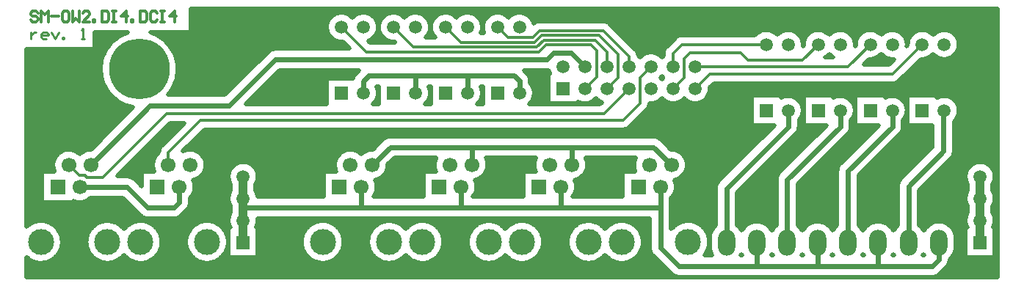
<source format=gbr>
%FSTAX42Y42*%
%MOMM*%
%SFA1B1*%

%IPPOS*%
%ADD10C,0.499999*%
%ADD11C,0.599999*%
%ADD12C,0.999998*%
%ADD13C,0.299999*%
%ADD14C,0.250000*%
%ADD15C,6.999986*%
%ADD16C,1.499997*%
%ADD17R,1.499997X1.499997*%
%ADD18C,1.499997*%
%ADD19R,1.499997X1.499997*%
%ADD20O,1.999996X2.999994*%
%ADD21R,1.499997X1.499997*%
%ADD22C,1.699997*%
%ADD23C,2.999994*%
%ADD24R,1.699997X1.699997*%
%LNpcb_monitoring_top_front-1*%
%LPD*%
G54D10*
X009159Y000398D02*
D01*
X009151Y000407*
X009143Y000415*
X009133Y000422*
X009123Y000429*
X009113Y000435*
X009103Y00044*
X009092Y000445*
X00908Y000449*
X009069Y000452*
X009057Y000454*
X009045Y000455*
X009034Y000455*
X009022Y000455*
X00901Y000454*
X008998Y000452*
X008987Y000449*
X008975Y000446*
X008964Y000441*
X008954Y000436*
X008943Y00043*
X008933Y000424*
X008924Y000416*
X008915Y000408*
X008907Y0004*
X008899Y000391*
X008892Y000381*
X008886Y000371*
X00888Y000361*
X008875Y00035*
X008871Y000339*
X008868Y000328*
X008865Y000316*
X008864Y000304*
X008863Y000292*
X008863Y000281*
X008863Y000271*
X009456Y000285D02*
D01*
X009456Y000297*
X009455Y000309*
X009453Y000321*
X00945Y000332*
X009446Y000344*
X009442Y000355*
X009437Y000365*
X009431Y000376*
X009424Y000385*
X009417Y000395*
X009409Y000404*
X0094Y000412*
X009391Y000419*
X009382Y000426*
X009371Y000433*
X009361Y000438*
X00935Y000443*
X009339Y000447*
X009328Y00045*
X009316Y000453*
X009304Y000455*
X009292Y000455*
X009281*
X009269Y000455*
X009257Y000453*
X009245Y00045*
X009234Y000447*
X009223Y000443*
X009212Y000438*
X009201Y000433*
X009191Y000426*
X009182Y000419*
X009173Y000412*
X009164Y000404*
X009159Y000398*
X008855Y000263D02*
D01*
X008857Y000275*
X008856Y000285*
X009159Y000172D02*
D01*
X009168Y000164*
X009176Y000156*
X009186Y000149*
X009196Y000142*
X009206Y000136*
X009216Y000131*
X009227Y000126*
X009239Y000122*
X00925Y000119*
X009262Y000117*
X009274Y000116*
X009285Y000116*
X009297Y000116*
X009309Y000117*
X009321Y000119*
X009332Y000122*
X009344Y000125*
X009355Y00013*
X009365Y000135*
X009376Y000141*
X009386Y000147*
X009395Y000155*
X009404Y000163*
X009412Y000171*
X00942Y00018*
X009427Y00019*
X009433Y0002*
X009439Y00021*
X009444Y000221*
X009448Y000232*
X009451Y000243*
X009454Y000255*
X009455Y000267*
X009456Y000279*
X009456Y000285*
X009018Y000116D02*
D01*
X00903Y000116*
X009042Y000116*
X009054Y000117*
X009066Y000119*
X009077Y000122*
X009088Y000125*
X009099Y00013*
X00911Y000135*
X009121Y000141*
X00913Y000147*
X00914Y000154*
X009149Y000162*
X009157Y00017*
X009159Y000172*
X008856Y000285D02*
D01*
X008856Y000297*
X008855Y000309*
X008853Y000321*
X00885Y000332*
X008846Y000344*
X008842Y000355*
X008837Y000365*
X008831Y000376*
X008824Y000385*
X008817Y000395*
X008809Y000404*
X0088Y000412*
X008791Y000419*
X008782Y000426*
X008771Y000433*
X008761Y000438*
X00875Y000443*
X008739Y000447*
X008728Y00045*
X008716Y000453*
X008704Y000455*
X008692Y000455*
X008681*
X008669Y000455*
X008657Y000453*
X008645Y00045*
X008634Y000447*
X008623Y000443*
X008612Y000438*
X008601Y000433*
X008591Y000426*
X008582Y000419*
X008573Y000412*
X008564Y000404*
X008559Y000398*
Y000172D02*
D01*
X008568Y000164*
X008576Y000156*
X008586Y000149*
X008596Y000142*
X008606Y000136*
X008616Y000131*
X008627Y000126*
X008639Y000122*
X00865Y000119*
X008662Y000117*
X008674Y000116*
X008685Y000116*
X008697Y000116*
X008708Y000116*
X008559Y000398D02*
D01*
X008551Y000407*
X008543Y000415*
X008533Y000422*
X008523Y000429*
X008513Y000435*
X008503Y00044*
X008492Y000445*
X00848Y000449*
X008469Y000452*
X008457Y000454*
X008445Y000455*
X008434Y000455*
X008422Y000455*
X00841Y000454*
X008398Y000452*
X008387Y000449*
X008375Y000446*
X008364Y000441*
X008354Y000436*
X008343Y00043*
X008333Y000424*
X008324Y000416*
X008315Y000408*
X008307Y0004*
X008299Y000391*
X008292Y000381*
X008286Y000371*
X00828Y000361*
X008275Y00035*
X008271Y000339*
X008268Y000328*
X008265Y000316*
X008264Y000304*
X008263Y000292*
X008263Y000281*
X008263Y000271*
X008418Y000116D02*
D01*
X00843Y000116*
X008442Y000116*
X008454Y000117*
X008466Y000119*
X008477Y000122*
X008488Y000125*
X008499Y00013*
X00851Y000135*
X008521Y000141*
X00853Y000147*
X00854Y000154*
X008549Y000162*
X008557Y00017*
X008559Y000172*
X008691Y-000164D02*
D01*
X008699Y-000164*
X008707Y-000163*
X008714Y-000162*
X008722Y-00016*
X008729Y-000158*
X008736Y-000155*
X008743Y-000152*
X00875Y-000148*
X008756Y-000143*
X008762Y-000139*
X008768Y-000134*
X008769Y-000132*
X008691Y-000164D02*
D01*
X008699Y-000164*
X008707Y-000163*
X008714Y-000162*
X008722Y-00016*
X008729Y-000158*
X008736Y-000155*
X008743Y-000152*
X00875Y-000148*
X008756Y-000143*
X008762Y-000139*
X008768Y-000134*
X008769Y-000132*
X008256Y000285D02*
D01*
X008256Y000297*
X008255Y000309*
X008253Y000321*
X00825Y000332*
X008246Y000344*
X008242Y000355*
X008237Y000365*
X008231Y000376*
X008224Y000385*
X008217Y000395*
X008209Y000404*
X0082Y000412*
X008191Y000419*
X008182Y000426*
X008171Y000433*
X008161Y000438*
X00815Y000443*
X008139Y000447*
X008128Y00045*
X008116Y000453*
X008104Y000455*
X008092Y000455*
X008081*
X008069Y000455*
X008057Y000453*
X008045Y00045*
X008034Y000447*
X008023Y000443*
X008012Y000438*
X008001Y000433*
X007991Y000426*
X007982Y000419*
X007973Y000412*
X007964Y000404*
X007959Y000398*
X008255Y000263D02*
D01*
X008257Y000275*
X008256Y000285*
X007959Y000398D02*
D01*
X007951Y000407*
X007943Y000415*
X007933Y000422*
X007923Y000429*
X007913Y000435*
X007903Y00044*
X007892Y000445*
X00788Y000449*
X007869Y000452*
X007857Y000454*
X007845Y000455*
X007834Y000455*
X007822Y000455*
X00781Y000454*
X007798Y000452*
X007787Y000449*
X007775Y000446*
X007764Y000441*
X007754Y000436*
X007743Y00043*
X007733Y000424*
X007724Y000416*
X007715Y000408*
X007707Y0004*
X007699Y000391*
X007692Y000381*
X007686Y000371*
X00768Y000361*
X007675Y00035*
X007671Y000339*
X007668Y000328*
X007665Y000316*
X007664Y000304*
X007663Y000292*
X007663Y000281*
X007663Y000271*
X007959Y000172D02*
D01*
X007968Y000164*
X007976Y000156*
X007986Y000149*
X007996Y000142*
X008004Y000136*
X007914D02*
D01*
X007925Y000143*
X007934Y000149*
X007944Y000157*
X007952Y000165*
X007959Y000172*
X009456Y-000475D02*
D01*
X009456Y-000464*
X009455Y-000452*
X009453Y-00044*
X00945Y-000429*
X009446Y-000417*
X009442Y-000406*
X009437Y-000396*
X009431Y-000385*
X009424Y-000376*
X009417Y-000366*
X009409Y-000357*
X0094Y-000349*
X009391Y-000342*
X009382Y-000335*
X009371Y-000328*
X009361Y-000323*
X00935Y-000318*
X009339Y-000314*
X009328Y-000311*
X009316Y-000308*
X009304Y-000306*
X009292Y-000306*
X009281*
X009269Y-000306*
X009257Y-000308*
X009245Y-000311*
X009234Y-000314*
X009223Y-000318*
X009212Y-000323*
X009202Y-000327*
X009399Y-000602D02*
D01*
X009408Y-000594*
X009416Y-000586*
X009423Y-000576*
X00943Y-000566*
X009436Y-000556*
X009441Y-000546*
X009446Y-000535*
X00945Y-000523*
X009453Y-000512*
X009455Y-0005*
X009456Y-000488*
X009456Y-000477*
X009456Y-000475*
X008856D02*
D01*
X008856Y-000464*
X008855Y-000452*
X008853Y-00044*
X00885Y-000429*
X008846Y-000417*
X008842Y-000406*
X008837Y-000396*
X008831Y-000385*
X008824Y-000376*
X008817Y-000366*
X008809Y-000357*
X0088Y-000349*
X008791Y-000342*
X008782Y-000335*
X008771Y-000328*
X008761Y-000323*
X00875Y-000318*
X008739Y-000314*
X008728Y-000311*
X008716Y-000308*
X008704Y-000306*
X008692Y-000306*
X008681*
X008669Y-000306*
X008657Y-000308*
X008645Y-000311*
X008634Y-000314*
X008623Y-000318*
X008612Y-000323*
X008602Y-000327*
X008811Y-00059D02*
D01*
X008819Y-000581*
X008826Y-000572*
X008833Y-000562*
X008838Y-000552*
X008843Y-000541*
X008847Y-00053*
X008851Y-000518*
X008853Y-000507*
X008855Y-000495*
X008856Y-000483*
X008856Y-000475*
X008774Y-00075D02*
D01*
X00878Y-000744*
X008786Y-000737*
X008791Y-00073*
X008795Y-000723*
X008799Y-000715*
X008803Y-000707*
X008806Y-000699*
X008808Y-00069*
X008809Y-000682*
X00881Y-000673*
X008811Y-000665*
X008811Y-000662*
X008774Y-00075D02*
D01*
X00878Y-000744*
X008786Y-000737*
X008791Y-00073*
X008795Y-000723*
X008799Y-000715*
X008803Y-000707*
X008806Y-000699*
X008808Y-00069*
X008809Y-000682*
X00881Y-000673*
X008811Y-000665*
X008811Y-000662*
X008256Y-000475D02*
D01*
X008256Y-000464*
X008255Y-000452*
X008253Y-00044*
X00825Y-000429*
X008246Y-000417*
X008242Y-000406*
X008237Y-000396*
X008231Y-000385*
X008224Y-000376*
X008217Y-000366*
X008209Y-000357*
X0082Y-000349*
X008191Y-000342*
X008182Y-000335*
X008171Y-000328*
X008161Y-000323*
X00815Y-000318*
X008139Y-000314*
X008128Y-000311*
X008116Y-000308*
X008104Y-000306*
X008092Y-000306*
X008081*
X008069Y-000306*
X008057Y-000308*
X008045Y-000311*
X008034Y-000314*
X008023Y-000318*
X008012Y-000323*
X008002Y-000327*
X008211Y-00059D02*
D01*
X008219Y-000581*
X008226Y-000572*
X008233Y-000562*
X008238Y-000552*
X008243Y-000541*
X008247Y-00053*
X008251Y-000518*
X008253Y-000507*
X008255Y-000495*
X008256Y-000483*
X008256Y-000475*
X008174Y-00075D02*
D01*
X00818Y-000744*
X008186Y-000737*
X008191Y-00073*
X008195Y-000723*
X008199Y-000715*
X008203Y-000707*
X008206Y-000699*
X008208Y-00069*
X008209Y-000682*
X00821Y-000673*
X008211Y-000665*
X008211Y-000662*
X008174Y-00075D02*
D01*
X00818Y-000744*
X008186Y-000737*
X008191Y-00073*
X008195Y-000723*
X008199Y-000715*
X008203Y-000707*
X008206Y-000699*
X008208Y-00069*
X008209Y-000682*
X00821Y-000673*
X008211Y-000665*
X008211Y-000662*
X007359Y000398D02*
D01*
X007351Y000407*
X007343Y000415*
X007333Y000422*
X007323Y000429*
X007313Y000435*
X007303Y00044*
X007292Y000445*
X00728Y000449*
X007269Y000452*
X007257Y000454*
X007245Y000455*
X007234Y000455*
X007222Y000455*
X00721Y000454*
X007198Y000452*
X007187Y000449*
X007175Y000446*
X007164Y000441*
X007154Y000436*
X007143Y00043*
X007133Y000424*
X007124Y000416*
X007115Y000408*
X007107Y0004*
X007102Y000395*
X007655Y000263D02*
D01*
X007657Y000275*
X007656Y000285*
D01*
X007656Y000297*
X007655Y000309*
X007653Y000321*
X00765Y000332*
X007646Y000344*
X007642Y000355*
X007637Y000365*
X007631Y000376*
X007624Y000385*
X007617Y000395*
X007609Y000404*
X0076Y000412*
X007591Y000419*
X007582Y000426*
X007571Y000433*
X007561Y000438*
X00755Y000443*
X007539Y000447*
X007528Y00045*
X007516Y000453*
X007504Y000455*
X007492Y000455*
X007481*
X007469Y000455*
X007457Y000453*
X007445Y00045*
X007434Y000447*
X007423Y000443*
X007412Y000438*
X007401Y000433*
X007391Y000426*
X007382Y000419*
X007373Y000412*
X007364Y000404*
X007359Y000398*
X00626Y000395D02*
D01*
X006253Y000395*
X006245Y000394*
X006238Y000393*
X00623Y000391*
X006223Y000389*
X006216Y000386*
X006209Y000383*
X006202Y000379*
X006196Y000374*
X00619Y00037*
X006184Y000365*
X006182Y000363*
X00626Y000395D02*
D01*
X006253Y000395*
X006245Y000394*
X006238Y000393*
X00623Y000391*
X006223Y000389*
X006216Y000386*
X006209Y000383*
X006202Y000379*
X006196Y000374*
X00619Y00037*
X006184Y000365*
X006182Y000363*
X006079Y00026D02*
D01*
X006074Y000255*
X006069Y000249*
X006065Y000243*
X006061Y000236*
X006058Y000229*
X006055Y000222*
X006052Y000215*
X00605Y000207*
X006049Y0002*
X006048Y000192*
X006047Y000184*
X006047Y000182*
X006079Y00026D02*
D01*
X006074Y000255*
X006069Y000249*
X006065Y000243*
X006061Y000236*
X006058Y000229*
X006055Y000222*
X006052Y000215*
X00605Y000207*
X006049Y0002*
X006048Y000192*
X006047Y000184*
X006047Y000182*
Y000156D02*
D01*
X006039Y000149*
X00603Y00014*
X00603Y000139*
Y-000085D02*
D01*
X006039Y-000094*
X006044Y-000099*
D01*
X006036Y-000108*
X00603Y-000113*
X005429Y000524D02*
D01*
X005424Y00053*
X005418Y000535*
X005412Y000539*
X005405Y000543*
X005398Y000546*
X005391Y000549*
X005384Y000552*
X005376Y000554*
X005369Y000555*
X005361Y000556*
X005353Y000557*
X005352Y000556*
X005429Y000524D02*
D01*
X005424Y00053*
X005418Y000535*
X005412Y000539*
X005405Y000543*
X005398Y000546*
X005391Y000549*
X005384Y000552*
X005376Y000554*
X005369Y000555*
X005361Y000556*
X005353Y000557*
X005352Y000556*
X004621D02*
D01*
X004614Y000556*
X004606Y000555*
X004599Y000554*
X004591Y000552*
X004584Y00055*
X004577Y000547*
X00457Y000544*
X004563Y00054*
X004557Y000535*
X004551Y000531*
X00455Y00053*
X004621Y000556D02*
D01*
X004614Y000556*
X004606Y000555*
X004599Y000554*
X004591Y000552*
X004584Y00055*
X004577Y000547*
X00457Y000544*
X004563Y00054*
X004557Y000535*
X004551Y000531*
X00455Y00053*
X00603Y000139D02*
D01*
X006022Y000148*
X006014Y000156*
X006004Y000163*
X005994Y00017*
X005984Y000176*
X005974Y000181*
X005963Y000186*
X005951Y00019*
X00594Y000193*
X005928Y000195*
X005916Y000196*
X005905Y000196*
X005893Y000196*
X005881Y000195*
X005869Y000193*
X005858Y00019*
X005846Y000187*
X005835Y000182*
X005825Y000177*
X005814Y000171*
X005804Y000165*
X005795Y000157*
X005786Y000149*
X005778Y000141*
X005776Y000139*
X00603Y-000113D02*
D01*
X006022Y-000105*
X006016Y-000099*
D01*
X006025Y-000091*
X00603Y-000085*
X005776Y000139D02*
D01*
X005768Y000148*
X00576Y000156*
X005759Y000156*
D01*
X005759Y000164*
X005757Y000172*
X005756Y000179*
X005753Y000187*
X00575Y000194*
X005747Y000201*
X005743Y000207*
X005739Y000214*
X005734Y00022*
X005729Y000226*
X005727Y000227*
X005759Y000156D02*
D01*
X005759Y000164*
X005757Y000172*
X005756Y000179*
X005753Y000187*
X00575Y000194*
X005747Y000201*
X005743Y000207*
X005739Y000214*
X005734Y00022*
X005729Y000226*
X005727Y000227*
X004721Y-00001D02*
D01*
X004725Y-000022*
X004728Y-000033*
X004733Y-000044*
X004738Y-000055*
X004739Y-000056*
X004702Y-000011D02*
D01*
X004711Y-000011*
X00472Y-00001*
X004721Y-00001*
X004702Y-000011D02*
D01*
X004711Y-000011*
X00472Y-00001*
X004721Y-00001*
X007656Y-000475D02*
D01*
X007656Y-000464*
X007655Y-000452*
X007653Y-00044*
X00765Y-000429*
X007646Y-000417*
X007642Y-000406*
X007637Y-000396*
X007631Y-000385*
X007624Y-000376*
X007617Y-000366*
X007609Y-000357*
X0076Y-000349*
X007591Y-000342*
X007582Y-000335*
X007571Y-000328*
X007561Y-000323*
X00755Y-000318*
X007539Y-000314*
X007528Y-000311*
X007516Y-000308*
X007504Y-000306*
X007492Y-000306*
X007481*
X007469Y-000306*
X007457Y-000308*
X007445Y-000311*
X007434Y-000314*
X007423Y-000318*
X007412Y-000323*
X007402Y-000327*
X007611Y-00059D02*
D01*
X007619Y-000581*
X007626Y-000572*
X007633Y-000562*
X007638Y-000552*
X007643Y-000541*
X007647Y-00053*
X007651Y-000518*
X007653Y-000507*
X007655Y-000495*
X007656Y-000483*
X007656Y-000475*
X006581Y-000226D02*
D01*
X006581Y-000215*
X00658Y-000212*
X00603Y-000339D02*
D01*
X006039Y-000348*
X006047Y-000356*
X006057Y-000363*
X006067Y-00037*
X006077Y-000376*
X006087Y-000381*
X006098Y-000386*
X00611Y-00039*
X006121Y-000393*
X006133Y-000395*
X006145Y-000396*
X006156Y-000396*
X006168Y-000396*
X00618Y-000395*
X006192Y-000393*
X006203Y-00039*
X006215Y-000387*
X006226Y-000382*
X006236Y-000377*
X006247Y-000371*
X006257Y-000365*
X006266Y-000357*
X006275Y-000349*
X006283Y-000341*
X006284Y-000339*
X005886Y-000395D02*
D01*
X005898Y-000396*
X00591Y-000396*
X005922Y-000395*
X005934Y-000394*
X005945Y-000391*
X005957Y-000388*
X005968Y-000384*
X005979Y-000379*
X005989Y-000373*
X005999Y-000367*
X006009Y-00036*
X006018Y-000352*
X006026Y-000344*
X00603Y-000339*
X006284D02*
D01*
X006293Y-000348*
X006301Y-000356*
X006311Y-000363*
X006321Y-00037*
X006331Y-000376*
X006341Y-000381*
X006352Y-000386*
X006364Y-00039*
X006375Y-000393*
X006387Y-000395*
X006399Y-000396*
X00641Y-000396*
X006422Y-000396*
X006434Y-000395*
X006446Y-000393*
X006457Y-00039*
X006469Y-000387*
X00648Y-000382*
X00649Y-000377*
X006501Y-000371*
X006511Y-000365*
X00652Y-000357*
X006529Y-000349*
X006537Y-000341*
X006545Y-000332*
X006552Y-000322*
X006558Y-000312*
X006564Y-000302*
X006569Y-000291*
X006573Y-00028*
X006576Y-000269*
X006579Y-000257*
X00658Y-000245*
X006581Y-000233*
X006581Y-000226*
X005854Y-000469D02*
D01*
X00586Y-000464*
X005865Y-000458*
X005869Y-000452*
X005873Y-000445*
X005876Y-000438*
X005879Y-000431*
X005882Y-000424*
X005884Y-000416*
X005885Y-000409*
X005886Y-000401*
X005886Y-000395*
X005854Y-000469D02*
D01*
X00586Y-000464*
X005865Y-000458*
X005869Y-000452*
X005873Y-000445*
X005876Y-000438*
X005879Y-000431*
X005882Y-000424*
X005884Y-000416*
X005885Y-000409*
X005886Y-000401*
X005886Y-000395*
X007574Y-00075D02*
D01*
X00758Y-000744*
X007586Y-000737*
X007591Y-00073*
X007595Y-000723*
X007599Y-000715*
X007603Y-000707*
X007606Y-000699*
X007608Y-00069*
X007609Y-000682*
X00761Y-000673*
X007611Y-000665*
X007611Y-000662*
X007574Y-00075D02*
D01*
X00758Y-000744*
X007586Y-000737*
X007591Y-00073*
X007595Y-000723*
X007599Y-000715*
X007603Y-000707*
X007606Y-000699*
X007608Y-00069*
X007609Y-000682*
X00761Y-000673*
X007611Y-000665*
X007611Y-000662*
X006022Y-000811D02*
D01*
X006016Y-000806*
X006009Y-0008*
X006002Y-000795*
X005995Y-000791*
X005987Y-000787*
X005979Y-000783*
X005971Y-00078*
X005962Y-000778*
X005954Y-000777*
X005945Y-000776*
X005937Y-000775*
X005934Y-000774*
X006022Y-000811D02*
D01*
X006016Y-000806*
X006009Y-0008*
X006002Y-000795*
X005995Y-000791*
X005987Y-000787*
X005979Y-000783*
X005971Y-00078*
X005962Y-000778*
X005954Y-000777*
X005945Y-000776*
X005937Y-000775*
X005934Y-000774*
X005268Y-000339D02*
D01*
X005277Y-000348*
X005285Y-000356*
X005295Y-000363*
X005305Y-00037*
X005315Y-000376*
X005325Y-000381*
X005335Y-000385*
X005057Y-000374D02*
D01*
X005068Y-00038*
X005079Y-000385*
X00509Y-000389*
X005102Y-000392*
X005113Y-000394*
X005125Y-000396*
X005137Y-000397*
X005149Y-000397*
X005161Y-000396*
X005172Y-000394*
X005184Y-000391*
X005195Y-000388*
X005206Y-000384*
X005217Y-000379*
X005228Y-000373*
X005238Y-000367*
X005247Y-00036*
X005256Y-000352*
X005265Y-000344*
X005268Y-000339*
X005582Y-000696D02*
D01*
X00559Y-000696*
X005598Y-000695*
X005605Y-000694*
X005613Y-000692*
X00562Y-00069*
X005627Y-000687*
X005634Y-000684*
X005641Y-00068*
X005647Y-000675*
X005653Y-000671*
X005659Y-000666*
X005659Y-000664*
X005582Y-000696D02*
D01*
X00559Y-000696*
X005598Y-000695*
X005605Y-000694*
X005613Y-000692*
X00562Y-00069*
X005627Y-000687*
X005634Y-000684*
X005641Y-00068*
X005647Y-000675*
X005653Y-000671*
X005659Y-000666*
X005659Y-000664*
X009869Y-001237D02*
D01*
X009869Y-001226*
X009868Y-001214*
X009866Y-001202*
X009863Y-001191*
X009859Y-001179*
X009855Y-001168*
X00985Y-001158*
X009844Y-001147*
X009837Y-001138*
X00983Y-001128*
X009822Y-001119*
X009813Y-001111*
X009804Y-001104*
X009795Y-001097*
X009784Y-00109*
X009774Y-001085*
X009763Y-00108*
X009752Y-001076*
X009741Y-001073*
X009729Y-00107*
X009717Y-001068*
X009705Y-001068*
X009694*
X009682Y-001068*
X00967Y-00107*
X009658Y-001073*
X009647Y-001076*
X009636Y-00108*
X009625Y-001085*
X009614Y-00109*
X009604Y-001097*
X009595Y-001104*
X009586Y-001111*
X009577Y-001119*
X009569Y-001128*
X009562Y-001138*
X009555Y-001147*
X009549Y-001158*
X009544Y-001168*
X00954Y-001179*
X009536Y-001191*
X009533Y-001202*
X009531Y-001214*
X00953Y-001226*
X009529Y-001237*
X00953Y-001249*
X009531Y-001261*
X009533Y-001273*
X009536Y-001284*
X00954Y-001296*
X009544Y-001307*
X009549Y-001317*
X009554Y-001326*
X009844D02*
D01*
X00985Y-001316*
X009855Y-001305*
X00986Y-001294*
X009863Y-001283*
X009866Y-001272*
X009868Y-00126*
X009869Y-001248*
X009869Y-001237*
X009362Y-001037D02*
D01*
X009368Y-001031*
X009374Y-001024*
X009379Y-001017*
X009383Y-00101*
X009387Y-001002*
X009391Y-000994*
X009394Y-000986*
X009396Y-000977*
X009397Y-000969*
X009398Y-00096*
X009399Y-000952*
X009399Y-000949*
X009362Y-001037D02*
D01*
X009368Y-001031*
X009374Y-001024*
X009379Y-001017*
X009383Y-00101*
X009387Y-001002*
X009391Y-000994*
X009394Y-000986*
X009396Y-000977*
X009397Y-000969*
X009398Y-00096*
X009399Y-000952*
X009399Y-000949*
X009869Y-001491D02*
D01*
X009869Y-00148*
X009868Y-001468*
X009866Y-001456*
X009863Y-001445*
X009859Y-001433*
X009855Y-001422*
X00985Y-001412*
X009844Y-001402*
X009554D02*
D01*
X009549Y-001413*
X009544Y-001424*
X009539Y-001435*
X009536Y-001446*
X009533Y-001457*
X009531Y-001469*
X00953Y-001481*
X009529Y-001493*
X00953Y-001505*
X009531Y-001517*
X009533Y-001528*
X009536Y-00154*
X00954Y-001551*
X009545Y-001562*
X00955Y-001573*
X009554Y-00158*
X009844D02*
D01*
X00985Y-00157*
X009855Y-001559*
X00986Y-001548*
X009863Y-001537*
X009866Y-001526*
X009868Y-001514*
X009869Y-001502*
X009869Y-001491*
X008786Y-001261D02*
D01*
X008781Y-001268*
X008775Y-001275*
X00877Y-001282*
X008766Y-001289*
X008762Y-001297*
X008758Y-001305*
X008755Y-001313*
X008753Y-001322*
X008752Y-00133*
X008751Y-001339*
X00875Y-001347*
X008749Y-001349*
X008786Y-001261D02*
D01*
X008781Y-001268*
X008775Y-001275*
X00877Y-001282*
X008766Y-001289*
X008762Y-001297*
X008758Y-001305*
X008755Y-001313*
X008753Y-001322*
X008752Y-00133*
X008751Y-001339*
X00875Y-001347*
X008749Y-001349*
X008086Y-001086D02*
D01*
X008081Y-001093*
X008075Y-0011*
X00807Y-001107*
X008066Y-001114*
X008062Y-001122*
X008058Y-00113*
X008055Y-001138*
X008053Y-001147*
X008052Y-001155*
X008051Y-001164*
X00805Y-001172*
X008049Y-001174*
X008086Y-001086D02*
D01*
X008081Y-001093*
X008075Y-0011*
X00807Y-001107*
X008066Y-001114*
X008062Y-001122*
X008058Y-00113*
X008055Y-001138*
X008053Y-001147*
X008052Y-001155*
X008051Y-001164*
X00805Y-001172*
X008049Y-001174*
X009847Y-001829D02*
D01*
X009853Y-001819*
X009858Y-001808*
X009862Y-001797*
X009865Y-001785*
X009867Y-001774*
X009869Y-001762*
X00987Y-00175*
X009869Y-001745*
D01*
X009869Y-001734*
X009868Y-001722*
X009866Y-00171*
X009863Y-001699*
X009859Y-001687*
X009855Y-001676*
X00985Y-001666*
X009844Y-001656*
X009554D02*
D01*
X009549Y-001667*
X009544Y-001678*
X009539Y-001689*
X009536Y-0017*
X009533Y-001711*
X009531Y-001723*
X00953Y-001735*
X009529Y-001747*
X00953Y-001759*
X009531Y-001771*
X009533Y-001782*
X009536Y-001794*
X00954Y-001805*
X009545Y-001816*
X00955Y-001827*
X009551Y-001829*
X009349Y-002199D02*
D01*
X00936Y-00219*
X009369Y-002181*
X009378Y-00217*
X009386Y-002159*
X009393Y-002148*
X0094Y-002136*
X009405Y-002123*
X00941Y-00211*
X009414Y-002097*
X009417Y-002084*
X009419Y-002071*
X00942Y-002057*
X009419Y-002049*
X009312Y-002287D02*
D01*
X009318Y-002281*
X009324Y-002274*
X009329Y-002267*
X009333Y-00226*
X009337Y-002252*
X009341Y-002244*
X009344Y-002236*
X009346Y-002227*
X009347Y-002219*
X009348Y-00221*
X009349Y-002202*
X009349Y-002199*
X009312Y-002287D02*
D01*
X009318Y-002281*
X009324Y-002274*
X009329Y-002267*
X009333Y-00226*
X009337Y-002252*
X009341Y-002244*
X009344Y-002236*
X009346Y-002227*
X009347Y-002219*
X009348Y-00221*
X009349Y-002202*
X009349Y-002199*
X009149Y-002399D02*
D01*
X009158Y-002399*
X009167Y-002398*
X009175Y-002397*
X009184Y-002395*
X009192Y-002392*
X0092Y-002389*
X009208Y-002385*
X009216Y-002381*
X009223Y-002376*
X00923Y-00237*
X009236Y-002364*
X009237Y-002362*
X009049Y-001863D02*
D01*
X009043Y-001852*
X009036Y-00184*
X009028Y-001829*
X009019Y-001819*
X00901Y-001809*
X008999Y-0018*
X008999Y-001799*
X008699Y-001863D02*
D01*
X008693Y-001852*
X008686Y-00184*
X008678Y-001829*
X008669Y-001819*
X00866Y-001809*
X008649Y-0018*
X008639Y-001791*
X008627Y-001784*
X008616Y-001777*
X008603Y-001771*
X008591Y-001766*
X008578Y-001762*
X008564Y-001759*
X008551Y-001756*
X008538Y-001755*
X008524Y-001755*
X00851Y-001755*
X008497Y-001756*
X008483Y-001759*
X00847Y-001762*
X008457Y-001766*
X008445Y-001772*
X008432Y-001778*
X008421Y-001784*
X008409Y-001792*
X008399Y-001801*
X008389Y-00181*
X008379Y-001819*
X00837Y-00183*
X008363Y-001841*
X008355Y-001853*
X008349Y-001863*
X008049Y-001799D02*
D01*
X008039Y-001809*
X00803Y-001818*
X008021Y-001829*
X008013Y-00184*
X008006Y-001851*
X007999Y-001863*
X007999Y-001863*
X007649D02*
D01*
X007643Y-001852*
X007636Y-00184*
X007628Y-001829*
X007619Y-001819*
X00761Y-001809*
X007599Y-0018*
X007599Y-001799*
X009419Y-001949D02*
D01*
X009419Y-001936*
X009418Y-001922*
X009415Y-001909*
X009412Y-001896*
X009408Y-001883*
X009403Y-00187*
X009397Y-001858*
X00939Y-001846*
X009382Y-001835*
X009374Y-001824*
X009365Y-001814*
X009355Y-001805*
X009345Y-001796*
X009334Y-001788*
X009322Y-001781*
X00931Y-001774*
X009298Y-001769*
X009285Y-001764*
X009272Y-00176*
X009258Y-001757*
X009245Y-001756*
X009231Y-001755*
X009218*
X009204Y-001756*
X009191Y-001757*
X009177Y-00176*
X009164Y-001764*
X009151Y-001769*
X009139Y-001774*
X009127Y-001781*
X009115Y-001788*
X009104Y-001796*
X009094Y-001805*
X009084Y-001814*
X009075Y-001824*
X009067Y-001835*
X009059Y-001846*
X009052Y-001858*
X009049Y-001863*
Y-002135D02*
D01*
X009056Y-002147*
X009057Y-002149*
X009041D02*
D01*
X009048Y-002138*
X009049Y-002135*
X008699D02*
D01*
X008706Y-002147*
X008707Y-002149*
X008749Y-001799D02*
D01*
X008739Y-001809*
X00873Y-001818*
X008721Y-001829*
X008713Y-00184*
X008706Y-001851*
X008699Y-001863*
X008699Y-001863*
X008691Y-002149D02*
D01*
X008698Y-002138*
X008699Y-002135*
X008349D02*
D01*
X008356Y-002147*
X008357Y-002149*
X009149Y-002399D02*
D01*
X009158Y-002399*
X009167Y-002398*
X009175Y-002397*
X009184Y-002395*
X009192Y-002392*
X0092Y-002389*
X009208Y-002385*
X009216Y-002381*
X009223Y-002376*
X00923Y-00237*
X009236Y-002364*
X009237Y-002362*
X008341Y-002149D02*
D01*
X008348Y-002138*
X008349Y-002135*
Y-001863D02*
D01*
X008343Y-001852*
X008336Y-00184*
X008328Y-001829*
X008319Y-001819*
X00831Y-001809*
X008299Y-0018*
X008299Y-001799*
X007999Y-002135D02*
D01*
X008006Y-002147*
X008007Y-002149*
X007991D02*
D01*
X007998Y-002138*
X007999Y-002135*
Y-001863D02*
D01*
X007993Y-001852*
X007986Y-00184*
X007978Y-001829*
X007969Y-001819*
X00796Y-001809*
X007949Y-0018*
X007939Y-001791*
X007927Y-001784*
X007916Y-001777*
X007903Y-001771*
X007891Y-001766*
X007878Y-001762*
X007864Y-001759*
X007851Y-001756*
X007838Y-001755*
X007824Y-001755*
X00781Y-001755*
X007797Y-001756*
X007783Y-001759*
X00777Y-001762*
X007757Y-001766*
X007745Y-001772*
X007732Y-001778*
X007721Y-001784*
X007709Y-001792*
X007699Y-001801*
X007689Y-00181*
X007679Y-001819*
X00767Y-00183*
X007663Y-001841*
X007655Y-001853*
X007649Y-001863*
Y-002135D02*
D01*
X007656Y-002147*
X007657Y-002149*
X007641D02*
D01*
X007648Y-002138*
X007649Y-002135*
X007386Y-001186D02*
D01*
X007381Y-001193*
X007375Y-0012*
X00737Y-001207*
X007366Y-001214*
X007362Y-001222*
X007358Y-00123*
X007355Y-001238*
X007353Y-001247*
X007352Y-001255*
X007351Y-001264*
X00735Y-001272*
X007349Y-001274*
X007386Y-001186D02*
D01*
X007381Y-001193*
X007375Y-0012*
X00737Y-001207*
X007366Y-001214*
X007362Y-001222*
X007358Y-00123*
X007355Y-001238*
X007353Y-001247*
X007352Y-001255*
X007351Y-001264*
X00735Y-001272*
X007349Y-001274*
X006686Y-001286D02*
D01*
X006681Y-001293*
X006675Y-0013*
X00667Y-001307*
X006666Y-001314*
X006662Y-001322*
X006658Y-00133*
X006655Y-001338*
X006653Y-001347*
X006652Y-001355*
X006651Y-001364*
X00665Y-001372*
X006649Y-001374*
X006686Y-001286D02*
D01*
X006681Y-001293*
X006675Y-0013*
X00667Y-001307*
X006666Y-001314*
X006662Y-001322*
X006658Y-00133*
X006655Y-001338*
X006653Y-001347*
X006652Y-001355*
X006651Y-001364*
X00665Y-001372*
X006649Y-001374*
X00632Y-001105D02*
D01*
X00632Y-001093*
X006319Y-00108*
X006317Y-001068*
X006314Y-001056*
X00631Y-001044*
X006305Y-001032*
X006299Y-001021*
X006293Y-00101*
X006286Y-001*
X006278Y-00099*
X00627Y-00098*
X006261Y-000972*
X006251Y-000964*
X006241Y-000956*
X00623Y-00095*
X006219Y-000944*
X006208Y-000939*
X006196Y-000934*
X006184Y-000931*
X006172Y-000928*
X006159Y-000926*
X006147Y-000926*
X006136Y-000925*
X006175Y-001281D02*
D01*
X006188Y-001279*
X0062Y-001275*
X006211Y-00127*
X006223Y-001265*
X006234Y-001259*
X006244Y-001252*
X006254Y-001244*
X006263Y-001236*
X006272Y-001227*
X00628Y-001218*
X006288Y-001208*
X006295Y-001197*
X006301Y-001186*
X006306Y-001175*
X00631Y-001163*
X006314Y-001151*
X006317Y-001139*
X006319Y-001127*
X00632Y-001114*
X00632Y-001105*
X005725Y-001024D02*
D01*
X00572Y-001036*
X005716Y-001048*
X005712Y-00106*
X005709Y-001072*
X005708Y-001084*
X005706Y-001097*
X005706Y-00111*
X005707Y-001122*
X005709Y-001135*
X005711Y-001147*
X005714Y-001159*
X005719Y-001171*
X005721Y-001179*
X006193Y-001359D02*
D01*
X006193Y-001347*
X006192Y-001334*
X00619Y-001322*
X006187Y-00131*
X006183Y-001298*
X006178Y-001286*
X006175Y-001281*
X00517Y-001105D02*
D01*
X00517Y-001093*
X005169Y-00108*
X005167Y-001068*
X005164Y-001056*
X00516Y-001044*
X005155Y-001032*
X00515Y-001024*
X004575D02*
D01*
X00457Y-001036*
X004566Y-001048*
X004562Y-00106*
X004559Y-001072*
X004558Y-001084*
X004556Y-001097*
X004556Y-00111*
X004557Y-001122*
X004559Y-001135*
X004561Y-001147*
X004564Y-001159*
X004569Y-001171*
X004572Y-001179*
X005025Y-001281D02*
D01*
X005038Y-001279*
X00505Y-001275*
X005061Y-00127*
X005073Y-001265*
X005084Y-001259*
X005094Y-001252*
X005104Y-001244*
X005113Y-001236*
X005122Y-001227*
X00513Y-001218*
X005138Y-001208*
X005145Y-001197*
X005151Y-001186*
X005156Y-001175*
X00516Y-001163*
X005164Y-001151*
X005167Y-001139*
X005169Y-001127*
X00517Y-001114*
X00517Y-001105*
X005043Y-001359D02*
D01*
X005043Y-001347*
X005042Y-001334*
X00504Y-001322*
X005037Y-00131*
X005033Y-001298*
X005028Y-001286*
X005025Y-001281*
X006137Y-001488D02*
D01*
X006146Y-001479*
X006154Y-00147*
X006162Y-00146*
X006168Y-001449*
X006174Y-001438*
X00618Y-001426*
X006184Y-001415*
X006187Y-001403*
X00619Y-00139*
X006192Y-001378*
X006193Y-001365*
X006193Y-001359*
X005001Y-001474D02*
D01*
X005009Y-001465*
X005016Y-001454*
X005022Y-001443*
X005028Y-001432*
X005033Y-00142*
X005036Y-001408*
X005039Y-001396*
X005041Y-001384*
X005043Y-001371*
X005043Y-001359*
X007349Y-001799D02*
D01*
X007339Y-001809*
X00733Y-001818*
X007321Y-001829*
X007313Y-00184*
X007306Y-001851*
X007299Y-001863*
X007299Y-001863*
D01*
X007293Y-001852*
X007286Y-00184*
X007278Y-001829*
X007269Y-001819*
X00726Y-001809*
X007249Y-0018*
X007239Y-001791*
X007227Y-001784*
X007216Y-001777*
X007203Y-001771*
X007191Y-001766*
X007178Y-001762*
X007164Y-001759*
X007151Y-001756*
X007138Y-001755*
X007124Y-001755*
X00711Y-001755*
X007097Y-001756*
X007083Y-001759*
X00707Y-001762*
X007057Y-001766*
X007045Y-001772*
X007032Y-001778*
X007021Y-001784*
X007009Y-001792*
X006999Y-001801*
X006989Y-00181*
X006979Y-001819*
X00697Y-00183*
X006963Y-001841*
X006955Y-001853*
X006949Y-001863*
D01*
X006943Y-001852*
X006936Y-00184*
X006928Y-001829*
X006919Y-001819*
X00691Y-001809*
X006899Y-0018*
X006899Y-001799*
X006649D02*
D01*
X006639Y-001809*
X00663Y-001818*
X006621Y-001829*
X006613Y-00184*
X006606Y-001851*
X006599Y-001863*
X006594Y-001876*
X006589Y-001889*
X006585Y-001902*
X006582Y-001915*
X00658Y-001928*
X006579Y-001942*
X006579Y-001949*
X006577Y-001993D02*
D01*
X006577Y-001976*
X006575Y-001959*
X006572Y-001943*
X006568Y-001926*
X006563Y-00191*
X006556Y-001894*
X006549Y-001878*
X00654Y-001864*
X006531Y-001849*
X00652Y-001836*
X006509Y-001823*
X006496Y-001811*
X006483Y-0018*
X006469Y-00179*
X006455Y-001781*
X00644Y-001773*
X006424Y-001766*
X006408Y-00176*
X006392Y-001756*
X006375Y-001752*
X006358Y-00175*
X006341Y-001749*
X006324*
X006307Y-00175*
X00629Y-001752*
X006273Y-001756*
X006257Y-00176*
X006241Y-001766*
X006225Y-001773*
X00621Y-001781*
X006195Y-00179*
X006182Y-0018*
X006169Y-001811*
X006156Y-001823*
X006145Y-001836*
X006137Y-001845*
X006577Y-001993D02*
D01*
X006577Y-001976*
X006575Y-001959*
X006572Y-001943*
X006568Y-001926*
X006563Y-00191*
X006556Y-001894*
X006549Y-001878*
X00654Y-001864*
X006531Y-001849*
X00652Y-001836*
X006509Y-001823*
X006496Y-001811*
X006483Y-0018*
X006469Y-00179*
X006455Y-001781*
X00644Y-001773*
X006424Y-001766*
X006408Y-00176*
X006392Y-001756*
X006375Y-001752*
X006358Y-00175*
X006341Y-001749*
X006324*
X006307Y-00175*
X00629Y-001752*
X006273Y-001756*
X006257Y-00176*
X006241Y-001766*
X006225Y-001773*
X00621Y-001781*
X006195Y-00179*
X006182Y-0018*
X006169Y-001811*
X006156Y-001823*
X006145Y-001836*
X006137Y-001845*
X006941Y-002149D02*
D01*
X006948Y-002138*
X006949Y-002135*
X006579Y-002049D02*
D01*
X00658Y-002063*
X006581Y-002077*
X006584Y-00209*
X006587Y-002103*
X006591Y-002116*
X006596Y-002129*
X006602Y-002141*
X006607Y-002149*
X007299Y-002135D02*
D01*
X007306Y-002147*
X007307Y-002149*
X007291D02*
D01*
X007298Y-002138*
X007299Y-002135*
X006521Y-002149D02*
D01*
X006532Y-002136*
X006541Y-002122*
X00655Y-002107*
X006557Y-002091*
X006563Y-002076*
X006568Y-002059*
X006572Y-002043*
X006575Y-002026*
X006577Y-002009*
X006577Y-001993*
X006521Y-002149D02*
D01*
X006532Y-002136*
X006541Y-002122*
X00655Y-002107*
X006557Y-002091*
X006563Y-002076*
X006568Y-002059*
X006572Y-002043*
X006575Y-002026*
X006577Y-002009*
X006577Y-001993*
X006949Y-002135D02*
D01*
X006956Y-002147*
X006957Y-002149*
X005887Y-002063D02*
D01*
X005888Y-002072*
X005889Y-002081*
X00589Y-002089*
X005892Y-002098*
X005895Y-002106*
X005898Y-002114*
X005902Y-002122*
X005906Y-00213*
X005911Y-002137*
X005917Y-002144*
X005923Y-00215*
X005924Y-002151*
X005887Y-002063D02*
D01*
X005888Y-002072*
X005889Y-002081*
X00589Y-002089*
X005892Y-002098*
X005895Y-002106*
X005898Y-002114*
X005902Y-002122*
X005906Y-00213*
X005911Y-002137*
X005917Y-002144*
X005923Y-00215*
X005924Y-002151*
X006136Y-002362D02*
D01*
X006143Y-002368*
X00615Y-002374*
X006157Y-002379*
X006164Y-002383*
X006172Y-002387*
X00618Y-002391*
X006188Y-002394*
X006197Y-002396*
X006205Y-002397*
X006214Y-002398*
X006222Y-002399*
X006224Y-002399*
X006136Y-002362D02*
D01*
X006143Y-002368*
X00615Y-002374*
X006157Y-002379*
X006164Y-002383*
X006172Y-002387*
X00618Y-002391*
X006188Y-002394*
X006197Y-002396*
X006205Y-002397*
X006214Y-002398*
X006222Y-002399*
X006224Y-002399*
X005811Y-001993D02*
D01*
X005811Y-001976*
X005809Y-001959*
X005806Y-001943*
X005802Y-001926*
X005797Y-00191*
X00579Y-001894*
X005783Y-001878*
X005774Y-001864*
X005765Y-001849*
X005754Y-001836*
X005743Y-001823*
X00573Y-001811*
X005717Y-0018*
X005704Y-00179*
X005689Y-001781*
X005674Y-001773*
X005658Y-001766*
X005642Y-00176*
X005626Y-001756*
X005609Y-001752*
X005592Y-00175*
X005575Y-001749*
X005558*
X005541Y-00175*
X005524Y-001752*
X005507Y-001756*
X005491Y-00176*
X005475Y-001766*
X005459Y-001773*
X005444Y-001781*
X005429Y-00179*
X005416Y-0018*
X005403Y-001811*
X00539Y-001823*
X005379Y-001836*
X005374Y-001841*
X005811Y-001993D02*
D01*
X005811Y-001976*
X005809Y-001959*
X005806Y-001943*
X005802Y-001926*
X005797Y-00191*
X00579Y-001894*
X005783Y-001878*
X005774Y-001864*
X005765Y-001849*
X005754Y-001836*
X005743Y-001823*
X00573Y-001811*
X005717Y-0018*
X005704Y-00179*
X005689Y-001781*
X005674Y-001773*
X005658Y-001766*
X005642Y-00176*
X005626Y-001756*
X005609Y-001752*
X005592Y-00175*
X005575Y-001749*
X005558*
X005541Y-00175*
X005524Y-001752*
X005507Y-001756*
X005491Y-00176*
X005475Y-001766*
X005459Y-001773*
X005444Y-001781*
X005429Y-00179*
X005416Y-0018*
X005403Y-001811*
X00539Y-001823*
X005379Y-001836*
X005374Y-001841*
Y-002146D02*
D01*
X005386Y-00216*
X005398Y-002172*
X00541Y-002183*
X005424Y-002194*
X005438Y-002203*
X005453Y-002211*
X005468Y-002219*
X005484Y-002225*
X005501Y-00223*
X005517Y-002234*
X005534Y-002237*
X005551Y-002239*
X005568Y-002239*
X005585Y-002239*
X005602Y-002237*
X005619Y-002234*
X005636Y-002229*
X005652Y-002224*
X005668Y-002218*
X005683Y-00221*
X005698Y-002201*
X005712Y-002192*
X005725Y-002181*
X005738Y-00217*
X00575Y-002157*
X00576Y-002144*
X00577Y-00213*
X005779Y-002116*
X005787Y-0021*
X005794Y-002085*
X0058Y-002069*
X005804Y-002052*
X005808Y-002035*
X00581Y-002019*
X005811Y-002001*
X005811Y-001993*
X005374Y-001841D02*
D01*
X005363Y-001828*
X005351Y-001816*
X005339Y-001805*
X005325Y-001794*
X005311Y-001785*
X005296Y-001777*
X005281Y-001769*
X005265Y-001763*
X005248Y-001758*
X005232Y-001754*
X005215Y-001751*
X005198Y-001749*
X005181Y-001749*
X005164Y-001749*
X005147Y-001751*
X00513Y-001754*
X005113Y-001759*
X005097Y-001764*
X005081Y-00177*
X005066Y-001778*
X005051Y-001787*
X005037Y-001796*
X005024Y-001807*
X005011Y-001818*
X004999Y-001831*
X004989Y-001844*
X004979Y-001858*
X00497Y-001872*
X004962Y-001888*
X004955Y-001903*
X004949Y-001919*
X004945Y-001936*
X004941Y-001953*
X004939Y-001969*
X004938Y-001987*
X004938Y-002004*
X004939Y-002021*
X004942Y-002038*
X004945Y-002054*
X00495Y-002071*
X004956Y-002087*
X004963Y-002102*
X004971Y-002117*
X00498Y-002132*
X00499Y-002145*
X005002Y-002159*
X005014Y-002171*
X005026Y-002182*
X00504Y-002193*
X005054Y-002202*
X005069Y-00221*
X005084Y-002218*
X0051Y-002224*
X005117Y-002229*
X005133Y-002233*
X00515Y-002236*
X005167Y-002238*
X005184Y-002238*
X005201Y-002238*
X005218Y-002236*
X005235Y-002233*
X005252Y-002228*
X005268Y-002223*
X005284Y-002217*
X005299Y-002209*
X005314Y-0022*
X005328Y-002191*
X005341Y-00218*
X005354Y-002169*
X005366Y-002156*
X005374Y-002146*
Y-001841D02*
D01*
X005363Y-001828*
X005351Y-001816*
X005339Y-001805*
X005325Y-001794*
X005311Y-001785*
X005296Y-001777*
X005281Y-001769*
X005265Y-001763*
X005248Y-001758*
X005232Y-001754*
X005215Y-001751*
X005198Y-001749*
X005181Y-001749*
X005164Y-001749*
X005147Y-001751*
X00513Y-001754*
X005113Y-001759*
X005097Y-001764*
X005081Y-00177*
X005066Y-001778*
X005051Y-001787*
X005037Y-001796*
X005024Y-001807*
X005011Y-001818*
X004999Y-001831*
X004989Y-001844*
X004979Y-001858*
X00497Y-001872*
X004962Y-001888*
X004955Y-001903*
X004949Y-001919*
X004945Y-001936*
X004941Y-001953*
X004939Y-001969*
X004938Y-001987*
X004938Y-002004*
X004939Y-002021*
X004942Y-002038*
X004945Y-002054*
X00495Y-002071*
X004956Y-002087*
X004963Y-002102*
X004971Y-002117*
X00498Y-002132*
X00499Y-002145*
X005002Y-002159*
X005014Y-002171*
X005026Y-002182*
X00504Y-002193*
X005054Y-002202*
X005069Y-00221*
X005084Y-002218*
X0051Y-002224*
X005117Y-002229*
X005133Y-002233*
X00515Y-002236*
X005167Y-002238*
X005184Y-002238*
X005201Y-002238*
X005218Y-002236*
X005235Y-002233*
X005252Y-002228*
X005268Y-002223*
X005284Y-002217*
X005299Y-002209*
X005314Y-0022*
X005328Y-002191*
X005341Y-00218*
X005354Y-002169*
X005366Y-002156*
X005374Y-002146*
D01*
X005386Y-00216*
X005398Y-002172*
X00541Y-002183*
X005424Y-002194*
X005438Y-002203*
X005453Y-002211*
X005468Y-002219*
X005484Y-002225*
X005501Y-00223*
X005517Y-002234*
X005534Y-002237*
X005551Y-002239*
X005568Y-002239*
X005585Y-002239*
X005602Y-002237*
X005619Y-002234*
X005636Y-002229*
X005652Y-002224*
X005668Y-002218*
X005683Y-00221*
X005698Y-002201*
X005712Y-002192*
X005725Y-002181*
X005738Y-00217*
X00575Y-002157*
X00576Y-002144*
X00577Y-00213*
X005779Y-002116*
X005787Y-0021*
X005794Y-002085*
X0058Y-002069*
X005804Y-002052*
X005808Y-002035*
X00581Y-002019*
X005811Y-002001*
X005811Y-001993*
X00455Y00053D02*
D01*
X004547Y000542*
X004543Y000553*
X004538Y000564*
X004532Y000574*
X004525Y000584*
X004518Y000593*
X00451Y000602*
X004502Y000611*
X004493Y000618*
X004483Y000625*
X004473Y000632*
X004463Y000637*
X004452Y000642*
X004441Y000647*
X00443Y00065*
X004418Y000653*
X004406Y000654*
X004394Y000655*
X004383Y000656*
X004371Y000655*
X004359Y000653*
X004347Y000651*
X004336Y000648*
X004325Y000644*
X004314Y000639*
X004303Y000634*
X004293Y000628*
X004283Y000621*
X004274Y000613*
X004266Y000605*
X004259Y000598*
D01*
X004251Y000607*
X004243Y000615*
X004233Y000622*
X004223Y000629*
X004213Y000635*
X004203Y00064*
X004192Y000645*
X00418Y000649*
X004169Y000652*
X004157Y000654*
X004145Y000655*
X004134Y000655*
X004122Y000655*
X00411Y000654*
X004098Y000652*
X004087Y000649*
X004075Y000646*
X004064Y000641*
X004054Y000636*
X004043Y00063*
X004033Y000624*
X004024Y000616*
X004015Y000608*
X004007Y0006*
X003999Y000591*
X003992Y000581*
X003986Y000571*
X00398Y000561*
X003975Y00055*
X003971Y000539*
X003968Y000528*
X003965Y000516*
X003964Y000504*
X003963Y000492*
X003963Y000481*
X003963Y000469*
X003965Y000457*
X003967Y000445*
X003971Y000434*
X003975Y000423*
X003975Y000419*
X004511Y-000136D02*
D01*
X004511Y-000128*
X00451Y-000119*
X004509Y-000111*
X004507Y-000102*
X004504Y-000094*
X004501Y-000086*
X004497Y-000078*
X004493Y-00007*
X004488Y-000063*
X004482Y-000056*
X004476Y-00005*
X004474Y-000048*
X004511Y-000136D02*
D01*
X004511Y-000128*
X00451Y-000119*
X004509Y-000111*
X004507Y-000102*
X004504Y-000094*
X004501Y-000086*
X004497Y-000078*
X004493Y-00007*
X004488Y-000063*
X004482Y-000056*
X004476Y-00005*
X004474Y-000048*
X003943Y000419D02*
D01*
X003948Y000431*
X003951Y000442*
X003954Y000454*
X003956Y000465*
X003957Y000477*
X003956Y000485*
D01*
X003956Y000497*
X003955Y000509*
X003953Y000521*
X00395Y000532*
X003946Y000544*
X003942Y000555*
X003937Y000565*
X003931Y000576*
X003924Y000585*
X003917Y000595*
X003909Y000604*
X0039Y000612*
X003891Y000619*
X003882Y000626*
X003871Y000633*
X003861Y000638*
X00385Y000643*
X003839Y000647*
X003828Y00065*
X003816Y000653*
X003804Y000655*
X003792Y000655*
X003781*
X003769Y000655*
X003757Y000653*
X003745Y00065*
X003734Y000647*
X003723Y000643*
X003712Y000638*
X003701Y000633*
X003691Y000626*
X003682Y000619*
X003673Y000612*
X003664Y000604*
X003659Y000598*
D01*
X003651Y000607*
X003643Y000615*
X003633Y000622*
X003623Y000629*
X003613Y000635*
X003603Y00064*
X003592Y000645*
X00358Y000649*
X003569Y000652*
X003557Y000654*
X003545Y000655*
X003534Y000655*
X003522Y000655*
X00351Y000654*
X003498Y000652*
X003487Y000649*
X003475Y000646*
X003464Y000641*
X003454Y000636*
X003443Y00063*
X003433Y000624*
X003424Y000616*
X003415Y000608*
X003407Y0006*
X003399Y000591*
X003392Y000581*
X003386Y000571*
X00338Y000561*
X003375Y00055*
X003371Y000539*
X003368Y000528*
X003365Y000516*
X003364Y000504*
X003363Y000492*
X003363Y000481*
X003363Y000469*
X003365Y000457*
X003367Y000445*
X003371Y000434*
X003375Y000423*
X003379Y000412*
X003385Y000401*
X003391Y000391*
X003398Y000382*
X003405Y000372*
X003413Y000364*
X003305D02*
D01*
X003314Y000373*
X003321Y000382*
X003328Y000392*
X003334Y000402*
X00334Y000412*
X003344Y000423*
X003348Y000435*
X003352Y000446*
X003354Y000458*
X003355Y000469*
X003356Y000481*
X003356Y000485*
D01*
X003356Y000497*
X003355Y000509*
X003353Y000521*
X00335Y000532*
X003346Y000544*
X003342Y000555*
X003337Y000565*
X003331Y000576*
X003324Y000585*
X003317Y000595*
X003309Y000604*
X0033Y000612*
X003291Y000619*
X003282Y000626*
X003271Y000633*
X003261Y000638*
X00325Y000643*
X003239Y000647*
X003228Y00065*
X003216Y000653*
X003204Y000655*
X003192Y000655*
X003181*
X003169Y000655*
X003157Y000653*
X003145Y00065*
X003134Y000647*
X003123Y000643*
X003112Y000638*
X003101Y000633*
X003091Y000626*
X003082Y000619*
X003073Y000612*
X003064Y000604*
X003059Y000598*
X002756Y000485D02*
D01*
X002756Y000497*
X002755Y000509*
X002753Y000521*
X00275Y000532*
X002746Y000544*
X002742Y000555*
X002737Y000565*
X002731Y000576*
X002724Y000585*
X002717Y000595*
X002709Y000604*
X0027Y000612*
X002691Y000619*
X002682Y000626*
X002671Y000633*
X002661Y000638*
X00265Y000643*
X002639Y000647*
X002628Y00065*
X002616Y000653*
X002604Y000655*
X002592Y000655*
X002581*
X002569Y000655*
X002557Y000653*
X002545Y00065*
X002534Y000647*
X002523Y000643*
X002512Y000638*
X002501Y000633*
X002491Y000626*
X002482Y000619*
X002473Y000612*
X002464Y000604*
X002459Y000598*
X003059D02*
D01*
X003051Y000607*
X003043Y000615*
X003033Y000622*
X003023Y000629*
X003013Y000635*
X003003Y00064*
X002992Y000645*
X00298Y000649*
X002969Y000652*
X002957Y000654*
X002945Y000655*
X002934Y000655*
X002922Y000655*
X00291Y000654*
X002898Y000652*
X002887Y000649*
X002875Y000646*
X002864Y000641*
X002854Y000636*
X002843Y00063*
X002833Y000624*
X002824Y000616*
X002815Y000608*
X002807Y0006*
X002799Y000591*
X002792Y000581*
X002786Y000571*
X00278Y000561*
X002775Y00055*
X002771Y000539*
X002768Y000528*
X002765Y000516*
X002764Y000504*
X002763Y000492*
X002763Y000481*
X002763Y000469*
X002765Y000457*
X002767Y000445*
X002771Y000434*
X002775Y000423*
X002779Y000412*
X002785Y000401*
X002791Y000391*
X002798Y000382*
X002805Y000372*
X002814Y000364*
X002822Y000356*
X002832Y000349*
X002842Y000342*
X002852Y000336*
X002862Y000331*
X002873Y000326*
X002885Y000322*
X002896Y000319*
X002908Y000317*
X00292Y000316*
X002931Y000316*
X002943Y000316*
X002946Y000316*
X002646Y000326D02*
D01*
X002657Y000331*
X002668Y000336*
X002678Y000342*
X002688Y000349*
X002697Y000357*
X002706Y000365*
X002714Y000373*
X002722Y000382*
X002728Y000392*
X002735Y000402*
X00274Y000413*
X002745Y000424*
X002749Y000435*
X002752Y000446*
X002754Y000458*
X002756Y00047*
X002756Y000482*
X002756Y000485*
X002459Y000598D02*
D01*
X002451Y000607*
X002443Y000615*
X002433Y000622*
X002423Y000629*
X002413Y000635*
X002403Y00064*
X002392Y000645*
X00238Y000649*
X002369Y000652*
X002357Y000654*
X002345Y000655*
X002334Y000655*
X002322Y000655*
X00231Y000654*
X002298Y000652*
X002287Y000649*
X002275Y000646*
X002264Y000641*
X002254Y000636*
X002243Y00063*
X002233Y000624*
X002224Y000616*
X002215Y000608*
X002207Y0006*
X002199Y000591*
X002192Y000581*
X002186Y000571*
X00218Y000561*
X002175Y00055*
X002171Y000539*
X002168Y000528*
X002165Y000516*
X002164Y000504*
X002163Y000492*
X002163Y000481*
X002163Y000469*
X002165Y000457*
X002167Y000445*
X002171Y000434*
X002175Y000423*
X002179Y000412*
X002185Y000401*
X002191Y000391*
X002198Y000382*
X002205Y000372*
X002214Y000364*
X002222Y000356*
X002232Y000349*
X002242Y000342*
X002252Y000336*
X002262Y000331*
X002273Y000326*
X002285Y000322*
X002296Y000319*
X002308Y000317*
X00232Y000316*
X002331Y000316*
X002343Y000316*
X002346Y000316*
X002498Y-000049D02*
D01*
X002493Y-000056*
X002487Y-000063*
X002482Y-00007*
X002478Y-000077*
X002474Y-000085*
X00247Y-000093*
X002467Y-000101*
X002465Y-000105*
X002498Y-000049D02*
D01*
X002493Y-000056*
X002487Y-000063*
X002482Y-00007*
X002478Y-000077*
X002474Y-000085*
X00247Y-000093*
X002467Y-000101*
X002465Y-000105*
X004556Y-000275D02*
D01*
X004556Y-000264*
X004555Y-000252*
X004553Y-00024*
X00455Y-000229*
X004546Y-000217*
X004542Y-000206*
X004537Y-000196*
X004531Y-000185*
X004524Y-000176*
X004517Y-000166*
X004511Y-00016*
X004497Y-000404D02*
D01*
X004506Y-000396*
X004514Y-000388*
X004522Y-000379*
X004529Y-000369*
X004535Y-000359*
X00454Y-000348*
X004545Y-000337*
X004549Y-000326*
X004552Y-000315*
X004554Y-000303*
X004556Y-000291*
X004557Y-000279*
X004556Y-000275*
X003956D02*
D01*
X003956Y-000264*
X003955Y-000252*
X003953Y-00024*
X00395Y-000229*
X003946Y-000217*
X003942Y-000206*
X003938Y-000199*
X003897Y-000404D02*
D01*
X003906Y-000396*
X003914Y-000388*
X003922Y-000379*
X003929Y-000369*
X003935Y-000359*
X00394Y-000348*
X003945Y-000337*
X003949Y-000326*
X003952Y-000315*
X003954Y-000303*
X003956Y-000291*
X003957Y-000279*
X003956Y-000275*
X00402Y-001105D02*
D01*
X00402Y-001093*
X004019Y-00108*
X004017Y-001068*
X004014Y-001056*
X00401Y-001044*
X004005Y-001032*
X004Y-001024*
X003425D02*
D01*
X00342Y-001036*
X003416Y-001048*
X003412Y-00106*
X003409Y-001072*
X003408Y-001084*
X003406Y-001097*
X003406Y-00111*
X003407Y-001122*
X003409Y-001135*
X003411Y-001147*
X003414Y-001159*
X003419Y-001171*
X003421Y-001179*
X003356Y-000275D02*
D01*
X003356Y-000264*
X003355Y-000252*
X003353Y-00024*
X00335Y-000229*
X003346Y-000217*
X003342Y-000206*
X003338Y-000199*
X003297Y-000404D02*
D01*
X003306Y-000396*
X003314Y-000388*
X003322Y-000379*
X003329Y-000369*
X003335Y-000359*
X00334Y-000348*
X003345Y-000337*
X003349Y-000326*
X003352Y-000315*
X003354Y-000303*
X003356Y-000291*
X003357Y-000279*
X003356Y-000275*
X002756D02*
D01*
X002756Y-000264*
X002755Y-000252*
X002753Y-00024*
X00275Y-000229*
X002746Y-000217*
X002742Y-000206*
X002738Y-000199*
X002697Y-000404D02*
D01*
X002706Y-000396*
X002714Y-000388*
X002722Y-000379*
X002729Y-000369*
X002735Y-000359*
X00274Y-000348*
X002745Y-000337*
X002749Y-000326*
X002752Y-000315*
X002754Y-000303*
X002756Y-000291*
X002757Y-000279*
X002756Y-000275*
X002895Y-000774D02*
D01*
X002887Y-000775*
X002878Y-000776*
X00287Y-000777*
X002861Y-000779*
X002853Y-000782*
X002845Y-000785*
X002837Y-000789*
X002829Y-000793*
X002822Y-000798*
X002815Y-000804*
X002809Y-00081*
X002807Y-000811*
X002895Y-000774D02*
D01*
X002887Y-000775*
X002878Y-000776*
X00287Y-000777*
X002861Y-000779*
X002853Y-000782*
X002845Y-000785*
X002837Y-000789*
X002829Y-000793*
X002822Y-000798*
X002815Y-000804*
X002809Y-00081*
X002807Y-000811*
X002693Y-000925D02*
D01*
X002681Y-000926*
X002668Y-000927*
X002656Y-000929*
X002644Y-000932*
X002632Y-000935*
X00262Y-00094*
X002609Y-000945*
X002598Y-000951*
X002587Y-000958*
X002577Y-000966*
X002568Y-000974*
X002563Y-000977*
D01*
X002554Y-000969*
X002544Y-000961*
X002534Y-000954*
X002523Y-000947*
X002512Y-000942*
X0025Y-000937*
X002489Y-000933*
X002476Y-00093*
X002464Y-000927*
X002452Y-000926*
X002439Y-000925*
X002426Y-000925*
X002414Y-000927*
X002401Y-000929*
X002389Y-000932*
X002377Y-000935*
X002365Y-00094*
X002354Y-000945*
X002343Y-000951*
X002332Y-000958*
X002322Y-000966*
X002313Y-000974*
X002304Y-000983*
X002296Y-000993*
X002288Y-001003*
X002282Y-001013*
X002276Y-001024*
X00227Y-001036*
X002266Y-001047*
X002262Y-00106*
X002259Y-001072*
X002257Y-001084*
X002256Y-001097*
X002256Y-001109*
X002257Y-001122*
X002259Y-001134*
X002261Y-001147*
X002264Y-001159*
X002268Y-001171*
X002271Y-001179*
X001572Y000237D02*
D01*
X001564Y000237*
X001555Y000236*
X001547Y000235*
X001538Y000233*
X00153Y00023*
X001522Y000227*
X001514Y000223*
X001506Y000219*
X001499Y000214*
X001492Y000208*
X001486Y000202*
X001483Y0002*
X001572Y000237D02*
D01*
X001564Y000237*
X001555Y000236*
X001547Y000235*
X001538Y000233*
X00153Y00023*
X001522Y000227*
X001514Y000223*
X001506Y000219*
X001499Y000214*
X001492Y000208*
X001486Y000202*
X001483Y0002*
X000444Y0D02*
D01*
X000443Y000031*
X00044Y000061*
X000435Y000092*
X000427Y000122*
X000418Y000152*
X000406Y00018*
X000392Y000208*
X000377Y000235*
X00036Y000261*
X00034Y000286*
X00032Y000309*
X000297Y00033*
X000273Y00035*
X000248Y000368*
X000222Y000385*
X000195Y000399*
X000166Y000412*
X000137Y000423*
X000131Y000424*
X-000131D02*
D01*
X-000161Y000414*
X-000189Y000402*
X-000217Y000388*
X-000244Y000372*
X-000269Y000354*
X-000293Y000334*
X-000316Y000313*
X-000337Y00029*
X-000356Y000266*
X-000374Y00024*
X-00039Y000214*
X-000404Y000186*
X-000416Y000157*
X-000426Y000128*
X-000434Y000098*
X-000439Y000067*
X-000443Y000036*
X-000444Y000005*
X-000444Y-000025*
X-000441Y-000056*
X-000436Y-000086*
X-000429Y-000117*
X-00042Y-000146*
X-000408Y-000175*
X-000395Y-000203*
X-00038Y-00023*
X-000363Y-000256*
X-000344Y-000281*
X-000324Y-000304*
X-000302Y-000326*
X-000278Y-000347*
X-000253Y-000365*
X-000227Y-000382*
X-0002Y-000397*
X-000172Y-00041*
X-000143Y-000421*
X-000113Y-00043*
X-000082Y-000437*
X-000069Y-000438*
X00033Y-000296D02*
D01*
X00035Y-000273*
X000369Y-000248*
X000385Y-000221*
X0004Y-000194*
X000412Y-000165*
X000423Y-000136*
X000431Y-000106*
X000438Y-000076*
X000442Y-000045*
X000444Y-000014*
X000444Y0*
X000769Y-001105D02*
D01*
X000769Y-001093*
X000768Y-00108*
X000766Y-001068*
X000763Y-001056*
X000759Y-001044*
X000754Y-001032*
X000748Y-001021*
X000742Y-00101*
X000735Y-001*
X000727Y-00099*
X000719Y-00098*
X00071Y-000972*
X0007Y-000964*
X00069Y-000956*
X000679Y-00095*
X000668Y-000944*
X000657Y-000939*
X000645Y-000934*
X000633Y-000931*
X000621Y-000928*
X000608Y-000926*
X000596Y-000926*
X000583*
X000571Y-000926*
X000558Y-000928*
X000546Y-000931*
X000534Y-000934*
X000522Y-000939*
X000511Y-000944*
X000506Y-000945*
X000258Y-000882D02*
D01*
X000253Y-000888*
X000248Y-000894*
X000244Y-0009*
X00024Y-000907*
X000237Y-000914*
X000234Y-000921*
X000231Y-000928*
X000229Y-000936*
X000228Y-000943*
X000227Y-000951*
X000226Y-000959*
X000226Y-00096*
X000258Y-000882D02*
D01*
X000253Y-000888*
X000248Y-000894*
X000244Y-0009*
X00024Y-000907*
X000237Y-000914*
X000234Y-000921*
X000231Y-000928*
X000229Y-000936*
X000228Y-000943*
X000227Y-000951*
X000226Y-000959*
X000226Y-00096*
Y-000962D02*
D01*
X000217Y-000971*
X000208Y-000979*
X000199Y-000988*
X000192Y-000998*
X000185Y-001009*
X000178Y-00102*
X000173Y-001031*
X000168Y-001042*
X000164Y-001054*
X000161Y-001066*
X000159Y-001079*
X000157Y-001091*
X000157Y-001104*
X000157Y-001116*
X000159Y-001129*
X000161Y-001141*
X000164Y-001153*
X000167Y-001165*
X000172Y-001177*
X000171Y-001179*
X-000555Y-000925D02*
D01*
X-000568Y-000926*
X-000581Y-000927*
X-000593Y-000929*
X-000605Y-000932*
X-000617Y-000935*
X-000629Y-00094*
X-00064Y-000945*
X-000651Y-000951*
X-000662Y-000958*
X-000672Y-000966*
X-000681Y-000974*
X-000685Y-000977*
D01*
X-000695Y-000969*
X-000705Y-000961*
X-000715Y-000954*
X-000726Y-000947*
X-000737Y-000942*
X-000749Y-000937*
X-00076Y-000933*
X-000773Y-00093*
X-000785Y-000927*
X-000797Y-000926*
X-00081Y-000925*
X-000823Y-000925*
X-000835Y-000927*
X-000848Y-000929*
X-00086Y-000932*
X-000872Y-000935*
X-000884Y-00094*
X-000895Y-000945*
X-000906Y-000951*
X-000917Y-000958*
X-000927Y-000966*
X-000936Y-000974*
X-000945Y-000983*
X-000953Y-000993*
X-000961Y-001003*
X-000967Y-001013*
X-000973Y-001024*
X-000979Y-001036*
X-000983Y-001047*
X-000987Y-00106*
X-00099Y-001072*
X-000992Y-001084*
X-000993Y-001097*
X-000993Y-001109*
X-000992Y-001122*
X-00099Y-001134*
X-000988Y-001147*
X-000985Y-001159*
X-000981Y-001171*
X-000977Y-001179*
X003875Y-001281D02*
D01*
X003888Y-001279*
X0039Y-001275*
X003911Y-00127*
X003923Y-001265*
X003934Y-001259*
X003944Y-001252*
X003954Y-001244*
X003963Y-001236*
X003972Y-001227*
X00398Y-001218*
X003988Y-001208*
X003995Y-001197*
X004001Y-001186*
X004006Y-001175*
X00401Y-001163*
X004014Y-001151*
X004017Y-001139*
X004019Y-001127*
X00402Y-001114*
X00402Y-001105*
X003851Y-001474D02*
D01*
X003859Y-001465*
X003866Y-001454*
X003872Y-001443*
X003878Y-001432*
X003883Y-00142*
X003886Y-001408*
X003889Y-001396*
X003891Y-001384*
X003893Y-001371*
X003893Y-001359*
D01*
X003893Y-001347*
X003892Y-001334*
X00389Y-001322*
X003887Y-00131*
X003883Y-001298*
X003878Y-001286*
X003875Y-001281*
X002725D02*
D01*
X002738Y-001279*
X00275Y-001275*
X002761Y-00127*
X002773Y-001265*
X002784Y-001259*
X002794Y-001252*
X002804Y-001244*
X002813Y-001236*
X002822Y-001227*
X00283Y-001218*
X002838Y-001208*
X002845Y-001197*
X002851Y-001186*
X002856Y-001175*
X00286Y-001163*
X002864Y-001151*
X002867Y-001139*
X002869Y-001127*
X00287Y-001114*
X002869Y-001105*
X002742Y-001359D02*
D01*
X002742Y-001347*
X002741Y-001334*
X002739Y-001322*
X002736Y-00131*
X002732Y-001298*
X002727Y-001286*
X002725Y-001281*
X002701Y-001474D02*
D01*
X002709Y-001465*
X002716Y-001454*
X002722Y-001443*
X002728Y-001432*
X002733Y-00142*
X002736Y-001408*
X002739Y-001396*
X002741Y-001384*
X002743Y-001371*
X002742Y-001359*
X004661Y-001993D02*
D01*
X004661Y-001976*
X004659Y-001959*
X004656Y-001943*
X004652Y-001926*
X004647Y-00191*
X00464Y-001894*
X004633Y-001878*
X004624Y-001864*
X004615Y-001849*
X004604Y-001836*
X004593Y-001823*
X00458Y-001811*
X004567Y-0018*
X004554Y-00179*
X004539Y-001781*
X004524Y-001773*
X004508Y-001766*
X004492Y-00176*
X004476Y-001756*
X004459Y-001752*
X004442Y-00175*
X004425Y-001749*
X004408*
X004391Y-00175*
X004374Y-001752*
X004357Y-001756*
X004341Y-00176*
X004325Y-001766*
X004309Y-001773*
X004294Y-001781*
X004279Y-00179*
X004266Y-0018*
X004253Y-001811*
X00424Y-001823*
X004229Y-001836*
X004224Y-001841*
X004661Y-001993D02*
D01*
X004661Y-001976*
X004659Y-001959*
X004656Y-001943*
X004652Y-001926*
X004647Y-00191*
X00464Y-001894*
X004633Y-001878*
X004624Y-001864*
X004615Y-001849*
X004604Y-001836*
X004593Y-001823*
X00458Y-001811*
X004567Y-0018*
X004554Y-00179*
X004539Y-001781*
X004524Y-001773*
X004508Y-001766*
X004492Y-00176*
X004476Y-001756*
X004459Y-001752*
X004442Y-00175*
X004425Y-001749*
X004408*
X004391Y-00175*
X004374Y-001752*
X004357Y-001756*
X004341Y-00176*
X004325Y-001766*
X004309Y-001773*
X004294Y-001781*
X004279Y-00179*
X004266Y-0018*
X004253Y-001811*
X00424Y-001823*
X004229Y-001836*
X004224Y-001841*
D01*
X004213Y-001828*
X004201Y-001816*
X004189Y-001805*
X004175Y-001794*
X004161Y-001785*
X004146Y-001777*
X004131Y-001769*
X004115Y-001763*
X004098Y-001758*
X004082Y-001754*
X004065Y-001751*
X004048Y-001749*
X004031Y-001749*
X004014Y-001749*
X003997Y-001751*
X00398Y-001754*
X003963Y-001759*
X003947Y-001764*
X003931Y-00177*
X003916Y-001778*
X003901Y-001787*
X003887Y-001796*
X003874Y-001807*
X003861Y-001818*
X003849Y-001831*
X003839Y-001844*
X003829Y-001858*
X00382Y-001872*
X003812Y-001888*
X003805Y-001903*
X003799Y-001919*
X003795Y-001936*
X003791Y-001953*
X003789Y-001969*
X003788Y-001987*
X003788Y-002004*
X003789Y-002021*
X003792Y-002038*
X003795Y-002054*
X0038Y-002071*
X003806Y-002087*
X003813Y-002102*
X003821Y-002117*
X00383Y-002132*
X00384Y-002145*
X003852Y-002159*
X003864Y-002171*
X003876Y-002182*
X00389Y-002193*
X003904Y-002202*
X003919Y-00221*
X003934Y-002218*
X00395Y-002224*
X003967Y-002229*
X003983Y-002233*
X004Y-002236*
X004017Y-002238*
X004034Y-002238*
X004051Y-002238*
X004068Y-002236*
X004085Y-002233*
X004102Y-002228*
X004118Y-002223*
X004134Y-002217*
X004149Y-002209*
X004164Y-0022*
X004178Y-002191*
X004191Y-00218*
X004204Y-002169*
X004216Y-002156*
X004224Y-002146*
Y-001841D02*
D01*
X004213Y-001828*
X004201Y-001816*
X004189Y-001805*
X004175Y-001794*
X004161Y-001785*
X004146Y-001777*
X004131Y-001769*
X004115Y-001763*
X004098Y-001758*
X004082Y-001754*
X004065Y-001751*
X004048Y-001749*
X004031Y-001749*
X004014Y-001749*
X003997Y-001751*
X00398Y-001754*
X003963Y-001759*
X003947Y-001764*
X003931Y-00177*
X003916Y-001778*
X003901Y-001787*
X003887Y-001796*
X003874Y-001807*
X003861Y-001818*
X003849Y-001831*
X003839Y-001844*
X003829Y-001858*
X00382Y-001872*
X003812Y-001888*
X003805Y-001903*
X003799Y-001919*
X003795Y-001936*
X003791Y-001953*
X003789Y-001969*
X003788Y-001987*
X003788Y-002004*
X003789Y-002021*
X003792Y-002038*
X003795Y-002054*
X0038Y-002071*
X003806Y-002087*
X003813Y-002102*
X003821Y-002117*
X00383Y-002132*
X00384Y-002145*
X003852Y-002159*
X003864Y-002171*
X003876Y-002182*
X00389Y-002193*
X003904Y-002202*
X003919Y-00221*
X003934Y-002218*
X00395Y-002224*
X003967Y-002229*
X003983Y-002233*
X004Y-002236*
X004017Y-002238*
X004034Y-002238*
X004051Y-002238*
X004068Y-002236*
X004085Y-002233*
X004102Y-002228*
X004118Y-002223*
X004134Y-002217*
X004149Y-002209*
X004164Y-0022*
X004178Y-002191*
X004191Y-00218*
X004204Y-002169*
X004216Y-002156*
X004224Y-002146*
D01*
X004236Y-00216*
X004248Y-002172*
X00426Y-002183*
X004274Y-002194*
X004288Y-002203*
X004303Y-002211*
X004318Y-002219*
X004334Y-002225*
X004351Y-00223*
X004367Y-002234*
X004384Y-002237*
X004401Y-002239*
X004418Y-002239*
X004435Y-002239*
X004452Y-002237*
X004469Y-002234*
X004486Y-002229*
X004502Y-002224*
X004518Y-002218*
X004533Y-00221*
X004548Y-002201*
X004562Y-002192*
X004575Y-002181*
X004588Y-00217*
X0046Y-002157*
X00461Y-002144*
X00462Y-00213*
X004629Y-002116*
X004637Y-0021*
X004644Y-002085*
X00465Y-002069*
X004654Y-002052*
X004658Y-002035*
X00466Y-002019*
X004661Y-002001*
X004661Y-001993*
X004224Y-002146D02*
D01*
X004236Y-00216*
X004248Y-002172*
X00426Y-002183*
X004274Y-002194*
X004288Y-002203*
X004303Y-002211*
X004318Y-002219*
X004334Y-002225*
X004351Y-00223*
X004367Y-002234*
X004384Y-002237*
X004401Y-002239*
X004418Y-002239*
X004435Y-002239*
X004452Y-002237*
X004469Y-002234*
X004486Y-002229*
X004502Y-002224*
X004518Y-002218*
X004533Y-00221*
X004548Y-002201*
X004562Y-002192*
X004575Y-002181*
X004588Y-00217*
X0046Y-002157*
X00461Y-002144*
X00462Y-00213*
X004629Y-002116*
X004637Y-0021*
X004644Y-002085*
X00465Y-002069*
X004654Y-002052*
X004658Y-002035*
X00466Y-002019*
X004661Y-002001*
X004661Y-001993*
X003511D02*
D01*
X003511Y-001976*
X003509Y-001959*
X003506Y-001943*
X003502Y-001926*
X003497Y-00191*
X00349Y-001894*
X003483Y-001878*
X003474Y-001864*
X003465Y-001849*
X003454Y-001836*
X003443Y-001823*
X00343Y-001811*
X003417Y-0018*
X003404Y-00179*
X003389Y-001781*
X003374Y-001773*
X003358Y-001766*
X003342Y-00176*
X003326Y-001756*
X003309Y-001752*
X003292Y-00175*
X003275Y-001749*
X003258*
X003241Y-00175*
X003224Y-001752*
X003207Y-001756*
X003191Y-00176*
X003175Y-001766*
X003159Y-001773*
X003144Y-001781*
X003129Y-00179*
X003116Y-0018*
X003103Y-001811*
X00309Y-001823*
X003079Y-001836*
X003074Y-001841*
X003511Y-001993D02*
D01*
X003511Y-001976*
X003509Y-001959*
X003506Y-001943*
X003502Y-001926*
X003497Y-00191*
X00349Y-001894*
X003483Y-001878*
X003474Y-001864*
X003465Y-001849*
X003454Y-001836*
X003443Y-001823*
X00343Y-001811*
X003417Y-0018*
X003404Y-00179*
X003389Y-001781*
X003374Y-001773*
X003358Y-001766*
X003342Y-00176*
X003326Y-001756*
X003309Y-001752*
X003292Y-00175*
X003275Y-001749*
X003258*
X003241Y-00175*
X003224Y-001752*
X003207Y-001756*
X003191Y-00176*
X003175Y-001766*
X003159Y-001773*
X003144Y-001781*
X003129Y-00179*
X003116Y-0018*
X003103Y-001811*
X00309Y-001823*
X003079Y-001836*
X003074Y-001841*
Y-002146D02*
D01*
X003086Y-00216*
X003098Y-002172*
X00311Y-002183*
X003124Y-002194*
X003138Y-002203*
X003153Y-002211*
X003168Y-002219*
X003184Y-002225*
X003201Y-00223*
X003217Y-002234*
X003234Y-002237*
X003251Y-002239*
X003268Y-002239*
X003285Y-002239*
X003302Y-002237*
X003319Y-002234*
X003336Y-002229*
X003352Y-002224*
X003368Y-002218*
X003383Y-00221*
X003398Y-002201*
X003412Y-002192*
X003425Y-002181*
X003438Y-00217*
X00345Y-002157*
X00346Y-002144*
X00347Y-00213*
X003479Y-002116*
X003487Y-0021*
X003494Y-002085*
X0035Y-002069*
X003504Y-002052*
X003508Y-002035*
X00351Y-002019*
X003511Y-002001*
X003511Y-001993*
X003074Y-002146D02*
D01*
X003086Y-00216*
X003098Y-002172*
X00311Y-002183*
X003124Y-002194*
X003138Y-002203*
X003153Y-002211*
X003168Y-002219*
X003184Y-002225*
X003201Y-00223*
X003217Y-002234*
X003234Y-002237*
X003251Y-002239*
X003268Y-002239*
X003285Y-002239*
X003302Y-002237*
X003319Y-002234*
X003336Y-002229*
X003352Y-002224*
X003368Y-002218*
X003383Y-00221*
X003398Y-002201*
X003412Y-002192*
X003425Y-002181*
X003438Y-00217*
X00345Y-002157*
X00346Y-002144*
X00347Y-00213*
X003479Y-002116*
X003487Y-0021*
X003494Y-002085*
X0035Y-002069*
X003504Y-002052*
X003508Y-002035*
X00351Y-002019*
X003511Y-002001*
X003511Y-001993*
X003074Y-001841D02*
D01*
X003063Y-001828*
X003051Y-001816*
X003039Y-001805*
X003025Y-001794*
X003011Y-001785*
X002996Y-001777*
X002981Y-001769*
X002965Y-001763*
X002948Y-001758*
X002932Y-001754*
X002915Y-001751*
X002898Y-001749*
X002881Y-001749*
X002864Y-001749*
X002847Y-001751*
X00283Y-001754*
X002813Y-001759*
X002797Y-001764*
X002781Y-00177*
X002766Y-001778*
X002751Y-001787*
X002737Y-001796*
X002724Y-001807*
X002711Y-001818*
X002699Y-001831*
X002689Y-001844*
X002679Y-001858*
X00267Y-001872*
X002662Y-001888*
X002655Y-001903*
X002649Y-001919*
X002645Y-001936*
X002641Y-001953*
X002639Y-001969*
X002638Y-001987*
X002638Y-002004*
X002639Y-002021*
X002642Y-002038*
X002645Y-002054*
X00265Y-002071*
X002656Y-002087*
X002663Y-002102*
X002671Y-002117*
X00268Y-002132*
X00269Y-002145*
X002702Y-002159*
X002714Y-002171*
X002726Y-002182*
X00274Y-002193*
X002754Y-002202*
X002769Y-00221*
X002784Y-002218*
X0028Y-002224*
X002817Y-002229*
X002833Y-002233*
X00285Y-002236*
X002867Y-002238*
X002884Y-002238*
X002901Y-002238*
X002918Y-002236*
X002935Y-002233*
X002952Y-002228*
X002968Y-002223*
X002984Y-002217*
X002999Y-002209*
X003014Y-0022*
X003028Y-002191*
X003041Y-00218*
X003054Y-002169*
X003066Y-002156*
X003074Y-002146*
Y-001841D02*
D01*
X003063Y-001828*
X003051Y-001816*
X003039Y-001805*
X003025Y-001794*
X003011Y-001785*
X002996Y-001777*
X002981Y-001769*
X002965Y-001763*
X002948Y-001758*
X002932Y-001754*
X002915Y-001751*
X002898Y-001749*
X002881Y-001749*
X002864Y-001749*
X002847Y-001751*
X00283Y-001754*
X002813Y-001759*
X002797Y-001764*
X002781Y-00177*
X002766Y-001778*
X002751Y-001787*
X002737Y-001796*
X002724Y-001807*
X002711Y-001818*
X002699Y-001831*
X002689Y-001844*
X002679Y-001858*
X00267Y-001872*
X002662Y-001888*
X002655Y-001903*
X002649Y-001919*
X002645Y-001936*
X002641Y-001953*
X002639Y-001969*
X002638Y-001987*
X002638Y-002004*
X002639Y-002021*
X002642Y-002038*
X002645Y-002054*
X00265Y-002071*
X002656Y-002087*
X002663Y-002102*
X002671Y-002117*
X00268Y-002132*
X00269Y-002145*
X002702Y-002159*
X002714Y-002171*
X002726Y-002182*
X00274Y-002193*
X002754Y-002202*
X002769Y-00221*
X002784Y-002218*
X0028Y-002224*
X002817Y-002229*
X002833Y-002233*
X00285Y-002236*
X002867Y-002238*
X002884Y-002238*
X002901Y-002238*
X002918Y-002236*
X002935Y-002233*
X002952Y-002228*
X002968Y-002223*
X002984Y-002217*
X002999Y-002209*
X003014Y-0022*
X003028Y-002191*
X003041Y-00218*
X003054Y-002169*
X003066Y-002156*
X003074Y-002146*
X002361Y-001993D02*
D01*
X002361Y-001976*
X002359Y-001959*
X002356Y-001943*
X002352Y-001926*
X002347Y-00191*
X00234Y-001894*
X002333Y-001878*
X002324Y-001864*
X002315Y-001849*
X002304Y-001836*
X002293Y-001823*
X00228Y-001811*
X002267Y-0018*
X002254Y-00179*
X002239Y-001781*
X002224Y-001773*
X002208Y-001766*
X002192Y-00176*
X002176Y-001756*
X002159Y-001752*
X002142Y-00175*
X002125Y-001749*
X002108*
X002091Y-00175*
X002074Y-001752*
X002057Y-001756*
X002041Y-00176*
X002025Y-001766*
X002009Y-001773*
X001994Y-001781*
X001979Y-00179*
X001966Y-0018*
X001953Y-001811*
X00194Y-001823*
X001929Y-001836*
X001918Y-001849*
X001909Y-001864*
X0019Y-001878*
X001893Y-001894*
X001886Y-00191*
X001881Y-001926*
X001877Y-001943*
X001874Y-001959*
X001872Y-001976*
X001871Y-001993*
X001872Y-002011*
X001874Y-002028*
X001877Y-002044*
X001881Y-002061*
X001886Y-002077*
X001893Y-002093*
X0019Y-002109*
X001909Y-002123*
X001918Y-002138*
X001929Y-002151*
X00194Y-002164*
X001953Y-002176*
X001966Y-002187*
X001979Y-002197*
X001994Y-002206*
X002009Y-002214*
X002025Y-002221*
X002041Y-002227*
X002057Y-002231*
X002074Y-002235*
X002091Y-002237*
X002108Y-002238*
X002125*
X002142Y-002237*
X002159Y-002235*
X002176Y-002231*
X002192Y-002227*
X002208Y-002221*
X002224Y-002214*
X002239Y-002206*
X002254Y-002197*
X002267Y-002187*
X00228Y-002176*
X002293Y-002164*
X002304Y-002151*
X002315Y-002138*
X002324Y-002123*
X002333Y-002109*
X00234Y-002093*
X002347Y-002077*
X002352Y-002061*
X002356Y-002044*
X002359Y-002028*
X002361Y-002011*
X002361Y-001993*
D01*
X002361Y-001976*
X002359Y-001959*
X002356Y-001943*
X002352Y-001926*
X002347Y-00191*
X00234Y-001894*
X002333Y-001878*
X002324Y-001864*
X002315Y-001849*
X002304Y-001836*
X002293Y-001823*
X00228Y-001811*
X002267Y-0018*
X002254Y-00179*
X002239Y-001781*
X002224Y-001773*
X002208Y-001766*
X002192Y-00176*
X002176Y-001756*
X002159Y-001752*
X002142Y-00175*
X002125Y-001749*
X002108*
X002091Y-00175*
X002074Y-001752*
X002057Y-001756*
X002041Y-00176*
X002025Y-001766*
X002009Y-001773*
X001994Y-001781*
X001979Y-00179*
X001966Y-0018*
X001953Y-001811*
X00194Y-001823*
X001929Y-001836*
X001918Y-001849*
X001909Y-001864*
X0019Y-001878*
X001893Y-001894*
X001886Y-00191*
X001881Y-001926*
X001877Y-001943*
X001874Y-001959*
X001872Y-001976*
X001871Y-001993*
X001872Y-002011*
X001874Y-002028*
X001877Y-002044*
X001881Y-002061*
X001886Y-002077*
X001893Y-002093*
X0019Y-002109*
X001909Y-002123*
X001918Y-002138*
X001929Y-002151*
X00194Y-002164*
X001953Y-002176*
X001966Y-002187*
X001979Y-002197*
X001994Y-002206*
X002009Y-002214*
X002025Y-002221*
X002041Y-002227*
X002057Y-002231*
X002074Y-002235*
X002091Y-002237*
X002108Y-002238*
X002125*
X002142Y-002237*
X002159Y-002235*
X002176Y-002231*
X002192Y-002227*
X002208Y-002221*
X002224Y-002214*
X002239Y-002206*
X002254Y-002197*
X002267Y-002187*
X00228Y-002176*
X002293Y-002164*
X002304Y-002151*
X002315Y-002138*
X002324Y-002123*
X002333Y-002109*
X00234Y-002093*
X002347Y-002077*
X002352Y-002061*
X002356Y-002044*
X002359Y-002028*
X002361Y-002011*
X002361Y-001993*
X001369Y-001237D02*
D01*
X001369Y-001226*
X001368Y-001214*
X001366Y-001202*
X001363Y-001191*
X001359Y-001179*
X001355Y-001168*
X00135Y-001158*
X001344Y-001147*
X001337Y-001138*
X00133Y-001128*
X001322Y-001119*
X001313Y-001111*
X001304Y-001104*
X001295Y-001097*
X001284Y-00109*
X001274Y-001085*
X001263Y-00108*
X001252Y-001076*
X001241Y-001073*
X001229Y-00107*
X001217Y-001068*
X001205Y-001068*
X001194*
X001182Y-001068*
X00117Y-00107*
X001158Y-001073*
X001147Y-001076*
X001136Y-00108*
X001125Y-001085*
X001114Y-00109*
X001104Y-001097*
X001095Y-001104*
X001086Y-001111*
X001077Y-001119*
X001069Y-001128*
X001062Y-001138*
X001055Y-001147*
X001049Y-001158*
X001044Y-001168*
X00104Y-001179*
X001036Y-001191*
X001033Y-001202*
X001031Y-001214*
X00103Y-001226*
X001029Y-001237*
X00103Y-001249*
X001031Y-001261*
X001033Y-001273*
X001036Y-001284*
X00104Y-001296*
X001044Y-001307*
X001049Y-001317*
X001054Y-001326*
X001344D02*
D01*
X00135Y-001316*
X001355Y-001305*
X00136Y-001294*
X001363Y-001283*
X001366Y-001272*
X001368Y-00126*
X001369Y-001248*
X001369Y-001237*
X001368Y-001474D02*
D01*
X001367Y-001463*
X001364Y-001451*
X001361Y-00144*
X001357Y-001429*
X001352Y-001418*
X001347Y-001407*
X001344Y-001402*
X000625Y-001281D02*
D01*
X000638Y-001279*
X00065Y-001275*
X000661Y-00127*
X000673Y-001265*
X000684Y-001259*
X000694Y-001252*
X000704Y-001244*
X000713Y-001236*
X000722Y-001227*
X00073Y-001218*
X000738Y-001208*
X000745Y-001197*
X000751Y-001186*
X000756Y-001175*
X00076Y-001163*
X000764Y-001151*
X000767Y-001139*
X000769Y-001127*
X00077Y-001114*
X000769Y-001105*
X000642Y-001359D02*
D01*
X000642Y-001347*
X000641Y-001334*
X000639Y-001322*
X000636Y-00131*
X000632Y-001298*
X000627Y-001286*
X000625Y-001281*
X000588Y-001488D02*
D01*
X000597Y-001479*
X000605Y-00147*
X000613Y-00146*
X000619Y-001449*
X000625Y-001438*
X000631Y-001426*
X000635Y-001415*
X000638Y-001403*
X000641Y-00139*
X000643Y-001378*
X000644Y-001365*
X000642Y-001359*
X001054Y-001402D02*
D01*
X001049Y-001413*
X001044Y-001424*
X001039Y-001435*
X001036Y-001446*
X001033Y-001457*
X001031Y-001469*
X00103Y-001481*
X001029Y-001493*
X00103Y-001505*
X001031Y-001517*
X001033Y-001528*
X001036Y-00154*
X00104Y-001551*
X001045Y-001562*
X00105Y-001573*
X001054Y-00158*
Y-001656D02*
D01*
X001049Y-001667*
X001044Y-001678*
X001039Y-001689*
X001036Y-0017*
X001033Y-001711*
X001031Y-001723*
X00103Y-001735*
X001029Y-001747*
X00103Y-001759*
X001031Y-001771*
X001033Y-001782*
X001036Y-001794*
X00104Y-001805*
X001045Y-001816*
X00105Y-001827*
X001051Y-001829*
X000551Y-001624D02*
D01*
X000557Y-001618*
X000563Y-001611*
X000568Y-001604*
X000572Y-001597*
X000576Y-001589*
X00058Y-001581*
X000583Y-001573*
X000585Y-001564*
X000586Y-001556*
X000587Y-001547*
X000588Y-001539*
X000588Y-001535*
X000551Y-001624D02*
D01*
X000557Y-001618*
X000563Y-001611*
X000568Y-001604*
X000572Y-001597*
X000576Y-001589*
X00058Y-001581*
X000583Y-001573*
X000585Y-001564*
X000586Y-001556*
X000587Y-001547*
X000588Y-001539*
X000588Y-001535*
X000399Y-001724D02*
D01*
X000408Y-001724*
X000417Y-001723*
X000425Y-001722*
X000434Y-00172*
X000442Y-001717*
X00045Y-001714*
X000458Y-00171*
X000466Y-001706*
X000473Y-001701*
X00048Y-001695*
X000486Y-001689*
X000487Y-001687*
X000399Y-001724D02*
D01*
X000408Y-001724*
X000417Y-001723*
X000425Y-001722*
X000434Y-00172*
X000442Y-001717*
X00045Y-001714*
X000458Y-00171*
X000466Y-001706*
X000473Y-001701*
X00048Y-001695*
X000486Y-001689*
X000487Y-001687*
X000011D02*
D01*
X000018Y-001693*
X000025Y-001699*
X000032Y-001704*
X000039Y-001708*
X000047Y-001712*
X000055Y-001716*
X000063Y-001719*
X000072Y-001721*
X00008Y-001722*
X000089Y-001723*
X000097Y-001724*
X000099Y-001724*
X000011Y-001687D02*
D01*
X000018Y-001693*
X000025Y-001699*
X000032Y-001704*
X000039Y-001708*
X000047Y-001712*
X000055Y-001716*
X000063Y-001719*
X000072Y-001721*
X00008Y-001722*
X000089Y-001723*
X000097Y-001724*
X000099Y-001724*
X-000051Y-00127D02*
D01*
X-000058Y-001265*
X-000065Y-001259*
X-000072Y-001254*
X-000079Y-00125*
X-000087Y-001246*
X-000095Y-001242*
X-000103Y-001239*
X-000112Y-001237*
X-00012Y-001236*
X-000129Y-001235*
X-000137Y-001234*
X-000139Y-001234*
X-000051Y-00127D02*
D01*
X-000058Y-001265*
X-000065Y-001259*
X-000072Y-001254*
X-000079Y-00125*
X-000087Y-001246*
X-000095Y-001242*
X-000103Y-001239*
X-000112Y-001237*
X-00012Y-001236*
X-000129Y-001235*
X-000137Y-001234*
X-000139Y-001234*
X-00076Y-001524D02*
D01*
X-000749Y-001528*
X-000737Y-001532*
X-000725Y-001535*
X-000712Y-001538*
X-0007Y-001539*
X-000687Y-001539*
X-000675Y-001539*
X-000662Y-001538*
X-00065Y-001536*
X-000638Y-001533*
X-000626Y-001529*
X-000614Y-001524*
X-000603Y-001519*
X-000592Y-001513*
X-000581Y-001506*
X-000572Y-001498*
X-000562Y-00149*
X-000556Y-001484*
X001347Y-001829D02*
D01*
X001353Y-001819*
X001358Y-001808*
X001362Y-001797*
X001365Y-001785*
X001367Y-001774*
X001369Y-001762*
X00137Y-00175*
X001369Y-001745*
D01*
X001369Y-001734*
X001368Y-001724*
X001027Y-001993D02*
D01*
X001027Y-001976*
X001025Y-001959*
X001022Y-001943*
X001018Y-001926*
X001013Y-00191*
X001006Y-001894*
X000999Y-001878*
X00099Y-001864*
X000981Y-001849*
X00097Y-001836*
X000959Y-001823*
X000946Y-001811*
X000933Y-0018*
X00092Y-00179*
X000905Y-001781*
X00089Y-001773*
X000874Y-001766*
X000858Y-00176*
X000842Y-001756*
X000825Y-001752*
X000808Y-00175*
X000791Y-001749*
X000774*
X000757Y-00175*
X00074Y-001752*
X000723Y-001756*
X000707Y-00176*
X000691Y-001766*
X000675Y-001773*
X00066Y-001781*
X000645Y-00179*
X000632Y-0018*
X000619Y-001811*
X000606Y-001823*
X000595Y-001836*
X000584Y-001849*
X000575Y-001864*
X000566Y-001878*
X000559Y-001894*
X000552Y-00191*
X000547Y-001926*
X000543Y-001943*
X00054Y-001959*
X000538Y-001976*
X000537Y-001993*
X000538Y-002011*
X00054Y-002028*
X000543Y-002044*
X000547Y-002061*
X000552Y-002077*
X000559Y-002093*
X000566Y-002109*
X000575Y-002123*
X000584Y-002138*
X000595Y-002151*
X000606Y-002164*
X000619Y-002176*
X000632Y-002187*
X000645Y-002197*
X00066Y-002206*
X000675Y-002214*
X000691Y-002221*
X000707Y-002227*
X000723Y-002231*
X00074Y-002235*
X000757Y-002237*
X000774Y-002238*
X000791*
X000808Y-002237*
X000825Y-002235*
X000842Y-002231*
X000858Y-002227*
X000874Y-002221*
X00089Y-002214*
X000905Y-002206*
X00092Y-002197*
X000933Y-002187*
X000946Y-002176*
X000959Y-002164*
X00097Y-002151*
X000981Y-002138*
X00099Y-002123*
X000999Y-002109*
X001006Y-002093*
X001013Y-002077*
X001018Y-002061*
X001022Y-002044*
X001025Y-002028*
X001027Y-002011*
X001027Y-001993*
D01*
X001027Y-001976*
X001025Y-001959*
X001022Y-001943*
X001018Y-001926*
X001013Y-00191*
X001006Y-001894*
X000999Y-001878*
X00099Y-001864*
X000981Y-001849*
X00097Y-001836*
X000959Y-001823*
X000946Y-001811*
X000933Y-0018*
X00092Y-00179*
X000905Y-001781*
X00089Y-001773*
X000874Y-001766*
X000858Y-00176*
X000842Y-001756*
X000825Y-001752*
X000808Y-00175*
X000791Y-001749*
X000774*
X000757Y-00175*
X00074Y-001752*
X000723Y-001756*
X000707Y-00176*
X000691Y-001766*
X000675Y-001773*
X00066Y-001781*
X000645Y-00179*
X000632Y-0018*
X000619Y-001811*
X000606Y-001823*
X000595Y-001836*
X000584Y-001849*
X000575Y-001864*
X000566Y-001878*
X000559Y-001894*
X000552Y-00191*
X000547Y-001926*
X000543Y-001943*
X00054Y-001959*
X000538Y-001976*
X000537Y-001993*
X000538Y-002011*
X00054Y-002028*
X000543Y-002044*
X000547Y-002061*
X000552Y-002077*
X000559Y-002093*
X000566Y-002109*
X000575Y-002123*
X000584Y-002138*
X000595Y-002151*
X000606Y-002164*
X000619Y-002176*
X000632Y-002187*
X000645Y-002197*
X00066Y-002206*
X000675Y-002214*
X000691Y-002221*
X000707Y-002227*
X000723Y-002231*
X00074Y-002235*
X000757Y-002237*
X000774Y-002238*
X000791*
X000808Y-002237*
X000825Y-002235*
X000842Y-002231*
X000858Y-002227*
X000874Y-002221*
X00089Y-002214*
X000905Y-002206*
X00092Y-002197*
X000933Y-002187*
X000946Y-002176*
X000959Y-002164*
X00097Y-002151*
X000981Y-002138*
X00099Y-002123*
X000999Y-002109*
X001006Y-002093*
X001013Y-002077*
X001018Y-002061*
X001022Y-002044*
X001025Y-002028*
X001027Y-002011*
X001027Y-001993*
X000261D02*
D01*
X000261Y-001976*
X000259Y-001959*
X000256Y-001943*
X000252Y-001926*
X000247Y-00191*
X00024Y-001894*
X000233Y-001878*
X000224Y-001864*
X000215Y-001849*
X000204Y-001836*
X000193Y-001823*
X00018Y-001811*
X000167Y-0018*
X000154Y-00179*
X000139Y-001781*
X000124Y-001773*
X000108Y-001766*
X000092Y-00176*
X000076Y-001756*
X000059Y-001752*
X000042Y-00175*
X000025Y-001749*
X000008*
X-000008Y-00175*
X-000025Y-001752*
X-000042Y-001756*
X-000058Y-00176*
X-000074Y-001766*
X-00009Y-001773*
X-000105Y-001781*
X-000119Y-00179*
X-000133Y-0018*
X-000146Y-001811*
X-000159Y-001823*
X-00017Y-001836*
X-000174Y-001841*
X000261Y-001993D02*
D01*
X000261Y-001976*
X000259Y-001959*
X000256Y-001943*
X000252Y-001926*
X000247Y-00191*
X00024Y-001894*
X000233Y-001878*
X000224Y-001864*
X000215Y-001849*
X000204Y-001836*
X000193Y-001823*
X00018Y-001811*
X000167Y-0018*
X000154Y-00179*
X000139Y-001781*
X000124Y-001773*
X000108Y-001766*
X000092Y-00176*
X000076Y-001756*
X000059Y-001752*
X000042Y-00175*
X000025Y-001749*
X000008*
X-000008Y-00175*
X-000025Y-001752*
X-000042Y-001756*
X-000058Y-00176*
X-000074Y-001766*
X-00009Y-001773*
X-000105Y-001781*
X-000119Y-00179*
X-000133Y-0018*
X-000146Y-001811*
X-000159Y-001823*
X-00017Y-001836*
X-000174Y-001841*
Y-002146D02*
D01*
X-000163Y-00216*
X-000151Y-002172*
X-000139Y-002183*
X-000125Y-002194*
X-000111Y-002203*
X-000096Y-002211*
X-000081Y-002219*
X-000065Y-002225*
X-000048Y-00223*
X-000032Y-002234*
X-000015Y-002237*
X000001Y-002239*
X000018Y-002239*
X000035Y-002239*
X000052Y-002237*
X000069Y-002234*
X000086Y-002229*
X000102Y-002224*
X000118Y-002218*
X000133Y-00221*
X000148Y-002201*
X000162Y-002192*
X000175Y-002181*
X000188Y-00217*
X0002Y-002157*
X00021Y-002144*
X00022Y-00213*
X000229Y-002116*
X000237Y-0021*
X000244Y-002085*
X00025Y-002069*
X000254Y-002052*
X000258Y-002035*
X00026Y-002019*
X000261Y-002001*
X000261Y-001993*
X-000887D02*
D01*
X-000888Y-001976*
X-00089Y-001959*
X-000893Y-001943*
X-000897Y-001926*
X-000902Y-00191*
X-000909Y-001894*
X-000916Y-001878*
X-000925Y-001864*
X-000934Y-001849*
X-000945Y-001836*
X-000956Y-001823*
X-000969Y-001811*
X-000982Y-0018*
X-000995Y-00179*
X-00101Y-001781*
X-001025Y-001773*
X-001041Y-001766*
X-001057Y-00176*
X-001073Y-001756*
X-00109Y-001752*
X-001107Y-00175*
X-001124Y-001749*
X-001141*
X-001158Y-00175*
X-001175Y-001752*
X-001192Y-001756*
X-001208Y-00176*
X-001224Y-001766*
X-00124Y-001773*
X-001255Y-001781*
X-00127Y-00179*
X-001283Y-0018*
X-001296Y-001811*
X-001299Y-001814*
X-000887Y-001993D02*
D01*
X-000888Y-001976*
X-00089Y-001959*
X-000893Y-001943*
X-000897Y-001926*
X-000902Y-00191*
X-000909Y-001894*
X-000916Y-001878*
X-000925Y-001864*
X-000934Y-001849*
X-000945Y-001836*
X-000956Y-001823*
X-000969Y-001811*
X-000982Y-0018*
X-000995Y-00179*
X-00101Y-001781*
X-001025Y-001773*
X-001041Y-001766*
X-001057Y-00176*
X-001073Y-001756*
X-00109Y-001752*
X-001107Y-00175*
X-001124Y-001749*
X-001141*
X-001158Y-00175*
X-001175Y-001752*
X-001192Y-001756*
X-001208Y-00176*
X-001224Y-001766*
X-00124Y-001773*
X-001255Y-001781*
X-00127Y-00179*
X-001283Y-0018*
X-001296Y-001811*
X-001299Y-001814*
Y-002173D02*
D01*
X-001287Y-002185*
X-001273Y-002195*
X-001259Y-002204*
X-001244Y-002213*
X-001228Y-00222*
X-001212Y-002226*
X-001196Y-002231*
X-001179Y-002235*
X-001162Y-002237*
X-001145Y-002239*
X-001128Y-002239*
X-001111Y-002238*
X-001094Y-002236*
X-001077Y-002233*
X-001061Y-002229*
X-001045Y-002223*
X-001029Y-002216*
X-001014Y-002209*
X-000999Y-0022*
X-000985Y-00219*
X-000972Y-002179*
X-000959Y-002168*
X-000948Y-002155*
X-000937Y-002142*
X-000927Y-002128*
X-000918Y-002113*
X-000911Y-002098*
X-000904Y-002082*
X-000898Y-002066*
X-000894Y-00205*
X-000891Y-002033*
X-000889Y-002016*
X-000888Y-001999*
X-000887Y-001993*
X-000174Y-002146D02*
D01*
X-000163Y-00216*
X-000151Y-002172*
X-000139Y-002183*
X-000125Y-002194*
X-000111Y-002203*
X-000096Y-002211*
X-000081Y-002219*
X-000065Y-002225*
X-000048Y-00223*
X-000032Y-002234*
X-000015Y-002237*
X000001Y-002239*
X000018Y-002239*
X000035Y-002239*
X000052Y-002237*
X000069Y-002234*
X000086Y-002229*
X000102Y-002224*
X000118Y-002218*
X000133Y-00221*
X000148Y-002201*
X000162Y-002192*
X000175Y-002181*
X000188Y-00217*
X0002Y-002157*
X00021Y-002144*
X00022Y-00213*
X000229Y-002116*
X000237Y-0021*
X000244Y-002085*
X00025Y-002069*
X000254Y-002052*
X000258Y-002035*
X00026Y-002019*
X000261Y-002001*
X000261Y-001993*
X-000174Y-001841D02*
D01*
X-000186Y-001828*
X-000198Y-001816*
X-00021Y-001805*
X-000224Y-001794*
X-000238Y-001785*
X-000253Y-001777*
X-000268Y-001769*
X-000284Y-001763*
X-000301Y-001758*
X-000317Y-001754*
X-000334Y-001751*
X-000351Y-001749*
X-000368Y-001749*
X-000385Y-001749*
X-000402Y-001751*
X-000419Y-001754*
X-000436Y-001759*
X-000452Y-001764*
X-000468Y-00177*
X-000483Y-001778*
X-000498Y-001787*
X-000512Y-001796*
X-000525Y-001807*
X-000538Y-001818*
X-00055Y-001831*
X-00056Y-001844*
X-00057Y-001858*
X-000579Y-001872*
X-000587Y-001888*
X-000594Y-001903*
X-0006Y-001919*
X-000604Y-001936*
X-000608Y-001953*
X-00061Y-001969*
X-000611Y-001987*
X-000611Y-002004*
X-00061Y-002021*
X-000607Y-002038*
X-000604Y-002054*
X-000599Y-002071*
X-000593Y-002087*
X-000586Y-002102*
X-000578Y-002117*
X-000569Y-002132*
X-000558Y-002145*
X-000547Y-002159*
X-000535Y-002171*
X-000523Y-002182*
X-000509Y-002193*
X-000495Y-002202*
X-00048Y-00221*
X-000465Y-002218*
X-000449Y-002224*
X-000432Y-002229*
X-000416Y-002233*
X-000399Y-002236*
X-000382Y-002238*
X-000365Y-002238*
X-000348Y-002238*
X-000331Y-002236*
X-000314Y-002233*
X-000297Y-002228*
X-000281Y-002223*
X-000265Y-002217*
X-00025Y-002209*
X-000235Y-0022*
X-000221Y-002191*
X-000208Y-00218*
X-000195Y-002169*
X-000183Y-002156*
X-000174Y-002146*
Y-001841D02*
D01*
X-000186Y-001828*
X-000198Y-001816*
X-00021Y-001805*
X-000224Y-001794*
X-000238Y-001785*
X-000253Y-001777*
X-000268Y-001769*
X-000284Y-001763*
X-000301Y-001758*
X-000317Y-001754*
X-000334Y-001751*
X-000351Y-001749*
X-000368Y-001749*
X-000385Y-001749*
X-000402Y-001751*
X-000419Y-001754*
X-000436Y-001759*
X-000452Y-001764*
X-000468Y-00177*
X-000483Y-001778*
X-000498Y-001787*
X-000512Y-001796*
X-000525Y-001807*
X-000538Y-001818*
X-00055Y-001831*
X-00056Y-001844*
X-00057Y-001858*
X-000579Y-001872*
X-000587Y-001888*
X-000594Y-001903*
X-0006Y-001919*
X-000604Y-001936*
X-000608Y-001953*
X-00061Y-001969*
X-000611Y-001987*
X-000611Y-002004*
X-00061Y-002021*
X-000607Y-002038*
X-000604Y-002054*
X-000599Y-002071*
X-000593Y-002087*
X-000586Y-002102*
X-000578Y-002117*
X-000569Y-002132*
X-000558Y-002145*
X-000547Y-002159*
X-000535Y-002171*
X-000523Y-002182*
X-000509Y-002193*
X-000495Y-002202*
X-00048Y-00221*
X-000465Y-002218*
X-000449Y-002224*
X-000432Y-002229*
X-000416Y-002233*
X-000399Y-002236*
X-000382Y-002238*
X-000365Y-002238*
X-000348Y-002238*
X-000331Y-002236*
X-000314Y-002233*
X-000297Y-002228*
X-000281Y-002223*
X-000265Y-002217*
X-00025Y-002209*
X-000235Y-0022*
X-000221Y-002191*
X-000208Y-00218*
X-000195Y-002169*
X-000183Y-002156*
X-000174Y-002146*
X-001299Y-002173D02*
D01*
X-001287Y-002185*
X-001273Y-002195*
X-001259Y-002204*
X-001244Y-002213*
X-001228Y-00222*
X-001212Y-002226*
X-001196Y-002231*
X-001179Y-002235*
X-001162Y-002237*
X-001145Y-002239*
X-001128Y-002239*
X-001111Y-002238*
X-001094Y-002236*
X-001077Y-002233*
X-001061Y-002229*
X-001045Y-002223*
X-001029Y-002216*
X-001014Y-002209*
X-000999Y-0022*
X-000985Y-00219*
X-000972Y-002179*
X-000959Y-002168*
X-000948Y-002155*
X-000937Y-002142*
X-000927Y-002128*
X-000918Y-002113*
X-000911Y-002098*
X-000904Y-002082*
X-000898Y-002066*
X-000894Y-00205*
X-000891Y-002033*
X-000889Y-002016*
X-000888Y-001999*
X-000887Y-001993*
X009346Y000444D02*
Y000699D01*
X009296Y000455D02*
Y000699D01*
X009446Y000343D02*
Y000699D01*
X009396Y000415D02*
Y000699D01*
X009246Y00045D02*
Y000699D01*
X009196Y000429D02*
Y000699D01*
X009146Y000411D02*
Y000699D01*
X009451Y000326D02*
X009899D01*
X009429Y000376D02*
X009899D01*
X009446Y000226D02*
X009899D01*
X009456Y000276D02*
X009899D01*
X00938Y000426D02*
X009899D01*
X009126D02*
X009192D01*
X009046Y000454D02*
Y000699D01*
X008996Y000451D02*
Y000699D01*
X009096Y000443D02*
Y000699D01*
X008946Y000432D02*
Y000699D01*
X008746Y000444D02*
Y000699D01*
X008696Y000455D02*
Y000699D01*
X008896Y000387D02*
Y000699D01*
X008851Y000326D02*
X008867D01*
X008846Y000343D02*
Y000699D01*
X008855Y000263D02*
X008863Y000271D01*
X00878Y000426D02*
X008938D01*
X008796Y000415D02*
Y000699D01*
X008829Y000376D02*
X00889D01*
X009347Y000127D02*
X009899D01*
X009417Y000176D02*
X009899D01*
X009446Y-000417D02*
Y000227D01*
X009396Y-000345D02*
Y000155D01*
X009093Y000127D02*
X009225D01*
X009346Y-000316D02*
Y000127D01*
X008929Y000026D02*
X009899D01*
X008979Y000076D02*
X009899D01*
X009296Y-000305D02*
Y000115D01*
X009246Y-00031D02*
Y00012D01*
X008829Y-000072D02*
X009899D01*
X008879Y-000022D02*
X009899D01*
X008779Y-000122D02*
X009899D01*
X009096Y-000305D02*
Y000127D01*
X009046Y-000305D02*
Y000116D01*
X009196Y-000305D02*
Y000141D01*
X009146Y-000305D02*
Y000159D01*
X008696Y000105D02*
Y000115D01*
X008769Y-000132D02*
X009018Y000116D01*
X008996Y-000305D02*
Y000093D01*
X008946Y-000305D02*
Y000043D01*
X008896Y-000305D02*
Y-000005D01*
X008846Y-000417D02*
Y-000055D01*
X008746Y-000316D02*
Y-000149D01*
X008696Y-000305D02*
Y-000164D01*
X008796Y-000345D02*
Y-000105D01*
X008646Y00045D02*
Y000699D01*
X008496Y000443D02*
Y000699D01*
X008596Y000429D02*
Y000699D01*
X008546Y000411D02*
Y000699D01*
X008446Y000454D02*
Y000699D01*
X008396Y000451D02*
Y000699D01*
X008296Y000387D02*
Y000699D01*
X008196Y000415D02*
Y000699D01*
X008526Y000426D02*
X008592D01*
X008346Y000432D02*
Y000699D01*
X008229Y000376D02*
X008289D01*
X008246Y000343D02*
Y000699D01*
X005477Y000476D02*
X009899D01*
X005427Y000526D02*
X009899D01*
X00818Y000426D02*
X008338D01*
X008096Y000455D02*
Y000699D01*
X008046Y00045D02*
Y000699D01*
X008146Y000444D02*
Y000699D01*
X007996Y000429D02*
Y000699D01*
X007896Y000443D02*
Y000699D01*
X007846Y000454D02*
Y000699D01*
X007946Y000411D02*
Y000699D01*
X007796Y000451D02*
Y000699D01*
X007747Y000432D02*
Y000699D01*
X007926Y000426D02*
X007992D01*
X007696Y000387D02*
Y000699D01*
X00758Y000426D02*
X007738D01*
X007629Y000376D02*
X007689D01*
X007651Y000326D02*
X007667D01*
X008596Y000054D02*
Y000141D01*
X008546Y000054D02*
Y000159D01*
X008493Y000127D02*
X008625D01*
X008645Y000054D02*
X008708Y000116D01*
X008646Y000055D02*
Y00012D01*
X008379Y000076D02*
X008668D01*
X008357Y000054D02*
X008645D01*
X008596Y-000305D02*
Y-000164D01*
X008251Y000326D02*
X008267D01*
X008255Y000263D02*
X008263Y000271D01*
X007655Y000263D02*
X007663Y000271D01*
X008357Y000054D02*
X008418Y000116D01*
X008396Y000054D02*
Y000093D01*
X008496Y000054D02*
Y000127D01*
X008446Y000054D02*
Y000116D01*
X007914Y000136D02*
X008004D01*
X007946D02*
Y000159D01*
X009421Y-000372D02*
X009899D01*
X009359Y-000322D02*
X009899D01*
X009447Y-000422D02*
X009899D01*
X009202Y-000322D02*
X009213D01*
X008862Y-000305D02*
X009202D01*
Y-000327D02*
Y-000305D01*
X008862Y-000645D02*
Y-000305D01*
X009449Y-000522D02*
X009899D01*
X009456Y-000472D02*
X009899D01*
X009426Y-000572D02*
X009899D01*
X008826D02*
X008862D01*
X008849Y-000522D02*
X008862D01*
X009399Y-000622D02*
X009899D01*
X008546Y-000305D02*
Y-000164D01*
X008496Y-000305D02*
Y-000164D01*
X008646Y-00031D02*
Y-000164D01*
X008396Y-000305D02*
Y-000164D01*
X008346Y-000305D02*
Y-000164D01*
X008446Y-000305D02*
Y-000164D01*
X008847Y-000422D02*
X008862D01*
X008821Y-000372D02*
X008862D01*
X008811Y-000622D02*
X008862D01*
X008759Y-000322D02*
X008862D01*
X008602D02*
X008613D01*
X008602Y-000327D02*
Y-000305D01*
X009399Y-000722D02*
X009899D01*
X009399Y-000672D02*
X009899D01*
X009399Y-000949D02*
Y-000602D01*
X009149Y-000897D02*
Y-000645D01*
X008811Y-000672D02*
X009149D01*
X008862Y-000645D02*
X009149D01*
X008796Y-000722D02*
X009149D01*
X009399Y-000822D02*
X009899D01*
X009399Y-000772D02*
X009899D01*
X009399Y-000922D02*
X009899D01*
X009399Y-000872D02*
X009899D01*
X008703Y-000822D02*
X009149D01*
X008753Y-000772D02*
X009149D01*
X009398Y-000972D02*
X009899D01*
X009146Y-0009D02*
Y-000645D01*
X008811Y-000662D02*
Y-00059D01*
X009096Y-00095D02*
Y-000645D01*
X009046Y-001D02*
Y-000645D01*
X008446Y-000725D02*
Y-000645D01*
X008396Y-000775D02*
Y-000645D01*
X008346Y-000825D02*
Y-000645D01*
X008653Y-000872D02*
X009149D01*
X008603Y-000922D02*
X009125D01*
X008553Y-000972D02*
X009075D01*
X008496Y-000675D02*
Y-000645D01*
X008503Y-001022D02*
X009025D01*
X006629Y-000164D02*
X008691D01*
X008296Y-000305D02*
Y-000164D01*
X008262Y-000305D02*
X008602D01*
X008246Y-000417D02*
Y-000164D01*
X006581Y-000222D02*
X009899D01*
X006621Y-000172D02*
X009899D01*
X006575Y-000272D02*
X009899D01*
X008247Y-000422D02*
X008262D01*
X008221Y-000372D02*
X008262D01*
X008226Y-000572D02*
X008262D01*
X008249Y-000522D02*
X008262D01*
X008159Y-000322D02*
X008262D01*
X008096Y-000305D02*
Y-000164D01*
X008046Y-00031D02*
Y-000164D01*
X008196Y-000345D02*
Y-000164D01*
X008146Y-000316D02*
Y-000164D01*
X007946Y-000305D02*
Y-000164D01*
X007747Y-000305D02*
Y-000164D01*
X007996Y-000305D02*
Y-000164D01*
X007896Y-000305D02*
Y-000164D01*
X007846Y-000305D02*
Y-000164D01*
X008002Y-000322D02*
X008013D01*
X008002Y-000327D02*
Y-000305D01*
X007662D02*
X008002D01*
X007696D02*
Y-000164D01*
X007796Y-000305D02*
Y-000164D01*
X008262Y-000645D02*
X008526D01*
X008262D02*
Y-000305D01*
X008296Y-000875D02*
Y-000645D01*
X008246Y-000925D02*
Y-000533D01*
X008211Y-000622D02*
X008262D01*
X008211Y-000662D02*
Y-00059D01*
Y-000672D02*
X0085D01*
X008196Y-000722D02*
X00845D01*
X008153Y-000772D02*
X0084D01*
X008103Y-000822D02*
X00835D01*
X008053Y-000872D02*
X0083D01*
X008003Y-000922D02*
X00825D01*
X007896Y-000675D02*
Y-000645D01*
X007846Y-000725D02*
Y-000645D01*
X007796Y-000775D02*
Y-000645D01*
X007747Y-000825D02*
Y-000645D01*
X007662D02*
X007926D01*
X007662D02*
Y-000305D01*
X007696Y-000875D02*
Y-000645D01*
X007611Y-000672D02*
X0079D01*
X007596Y-000722D02*
X00785D01*
X007953Y-000972D02*
X0082D01*
X008196Y-000975D02*
Y-000721D01*
X007553Y-000772D02*
X0078D01*
X007503Y-000822D02*
X00775D01*
X007453Y-000872D02*
X0077D01*
X007496Y000455D02*
Y000699D01*
X007446Y00045D02*
Y000699D01*
X007596Y000415D02*
Y000699D01*
X007546Y000444D02*
Y000699D01*
X007296Y000443D02*
Y000699D01*
X007146Y000432D02*
Y000699D01*
X007396Y000429D02*
Y000699D01*
X007346Y000411D02*
Y000699D01*
X007246Y000454D02*
Y000699D01*
X007196Y000451D02*
Y000699D01*
X007326Y000426D02*
X007392D01*
X00626Y000395D02*
X007102D01*
X007046D02*
Y000699D01*
X007096Y000395D02*
Y000699D01*
X006546Y000395D02*
Y000699D01*
X006496Y000395D02*
Y000699D01*
X006646Y000395D02*
Y000699D01*
X006596Y000395D02*
Y000699D01*
X006346Y000395D02*
Y000699D01*
X006296Y000395D02*
Y000699D01*
X006396Y000395D02*
Y000699D01*
X006896Y000395D02*
Y000699D01*
X006846Y000395D02*
Y000699D01*
X006996Y000395D02*
Y000699D01*
X006946Y000395D02*
Y000699D01*
X006746Y000395D02*
Y000699D01*
X006696Y000395D02*
Y000699D01*
X006796Y000395D02*
Y000699D01*
X007646Y000343D02*
Y000699D01*
Y-000417D02*
Y-000164D01*
X007596Y-000345D02*
Y-000164D01*
X006446Y000395D02*
Y000699D01*
X007546Y-000316D02*
Y-000164D01*
X007196Y-000305D02*
Y-000164D01*
X007146Y-000305D02*
Y-000164D01*
X007446Y-00031D02*
Y-000164D01*
X007246Y-000305D02*
Y-000164D01*
X007096Y-000305D02*
Y-000164D01*
X00658Y-000212D02*
X006629Y-000164D01*
X006996Y-000975D02*
Y-000164D01*
X006246Y000394D02*
Y000699D01*
X006196Y000374D02*
Y000699D01*
X006146Y000327D02*
Y000699D01*
X006096Y000277D02*
Y000699D01*
X006046Y000155D02*
Y000699D01*
X006079Y00026D02*
X006182Y000363D01*
X006047Y000156D02*
Y000182D01*
X005496Y000458D02*
Y000699D01*
X005446Y000508D02*
Y000699D01*
X005596Y000358D02*
Y000699D01*
X005546Y000408D02*
Y000699D01*
X005246Y000556D02*
Y000699D01*
X005196Y000556D02*
Y000699D01*
X005396Y000547D02*
Y000699D01*
X005527Y000426D02*
X007138D01*
X005577Y000376D02*
X006199D01*
X004621Y000556D02*
X005352D01*
X005296D02*
Y000699D01*
X005346Y000556D02*
Y000699D01*
X005046Y000556D02*
Y000699D01*
X004996Y000556D02*
Y000699D01*
X005146Y000556D02*
Y000699D01*
X005096Y000556D02*
Y000699D01*
X004896Y000556D02*
Y000699D01*
X004846Y000556D02*
Y000699D01*
X004946Y000556D02*
Y000699D01*
X004696Y000556D02*
Y000699D01*
X004646Y000556D02*
Y000699D01*
X004796Y000556D02*
Y000699D01*
X004746Y000556D02*
Y000699D01*
X004596Y000553D02*
Y000699D01*
X005946Y00019D02*
Y000699D01*
X005896Y000196D02*
Y000699D01*
X005996Y000168D02*
Y000699D01*
X005846Y000186D02*
Y000699D01*
X005627Y000326D02*
X006146D01*
X005677Y000276D02*
X006096D01*
X005796Y000158D02*
Y000699D01*
X005982Y000176D02*
X006047D01*
X005727Y000226D02*
X006056D01*
X005756Y000176D02*
X005824D01*
X005746Y000201D02*
Y000699D01*
X005696Y000258D02*
Y000699D01*
X005429Y000524D02*
X005727Y000227D01*
X005646Y000308D02*
Y000699D01*
X004717Y-000056D02*
X004739D01*
X004717Y-000396D02*
Y-000056D01*
X004646Y-000404D02*
Y-000011D01*
X004596Y-000404D02*
Y-000011D01*
X004696Y-000404D02*
Y-000011D01*
X007559Y-000322D02*
X007662D01*
X007496Y-000305D02*
Y-000164D01*
X007402Y-000327D02*
Y-000305D01*
X007062D02*
X007402D01*
X007346D02*
Y-000164D01*
X007402Y-000322D02*
X007413D01*
X007396Y-000305D02*
Y-000164D01*
X007647Y-000422D02*
X007662D01*
X007621Y-000372D02*
X007662D01*
X007626Y-000572D02*
X007662D01*
X007649Y-000522D02*
X007662D01*
X007611Y-000622D02*
X007662D01*
X007611Y-000662D02*
Y-00059D01*
X007296Y-000305D02*
Y-000164D01*
X007062Y-000645D02*
Y-000305D01*
X006552Y-000322D02*
X007062D01*
X006245Y-000372D02*
X006323D01*
X005991D02*
X006069D01*
X007062Y-000645D02*
X007326D01*
X006499Y-000372D02*
X007062D01*
X005882Y-000422D02*
X007062D01*
X007296Y-000675D02*
Y-000645D01*
X007246Y-000725D02*
Y-000645D01*
X007646Y-000925D02*
Y-000533D01*
X007196Y-000775D02*
Y-000645D01*
X007146Y-000825D02*
Y-000645D01*
X007096Y-000875D02*
Y-000645D01*
X007403Y-000922D02*
X00765D01*
X007353Y-000972D02*
X0076D01*
X007596Y-000975D02*
Y-000721D01*
X006033Y-000822D02*
X00715D01*
X006083Y-000872D02*
X0071D01*
X006133Y-000922D02*
X00705D01*
X007046Y-000925D02*
Y-000164D01*
X006096Y-000884D02*
Y-000385D01*
X006296Y-001016D02*
Y-000351D01*
X006246Y-000959D02*
Y-000371D01*
X005996Y-00079D02*
Y-000368D01*
X005946Y-000775D02*
Y-00039D01*
X006046Y-000834D02*
Y-000355D01*
X006146Y-000925D02*
Y-000396D01*
X006022Y-000811D02*
X006136Y-000925D01*
X006261Y-000972D02*
X007D01*
X006196Y-000934D02*
Y-000391D01*
X005896Y-000774D02*
Y-000396D01*
X005315Y-000404D02*
X005335Y-000385D01*
X005296Y-000404D02*
Y-000364D01*
X005246Y-000404D02*
Y-00036D01*
X005229Y-000372D02*
X005307D01*
X005196Y-000404D02*
Y-000387D01*
X005802Y-000522D02*
X007062D01*
X005852Y-000472D02*
X007062D01*
X005702Y-000622D02*
X007062D01*
X005752Y-000572D02*
X007062D01*
X005651Y-000672D02*
X0073D01*
X005659Y-000664D02*
X005854Y-000469D01*
X005146Y-000404D02*
Y-000396D01*
X005057D02*
Y-000374D01*
X005096Y-000404D02*
Y-00039D01*
X005046Y-000404D02*
Y-000396D01*
X004556Y-000272D02*
X004717D01*
X004547Y-000222D02*
X004717D01*
X004549Y-000322D02*
X004717D01*
X004896Y-000404D02*
Y-000396D01*
X004846Y-000404D02*
Y-000396D01*
X004996Y-000404D02*
Y-000396D01*
X004946Y-000404D02*
Y-000396D01*
X004717D02*
X005057D01*
X004746Y-000404D02*
Y-000396D01*
X004796Y-000404D02*
Y-000396D01*
X005746Y-000774D02*
Y-000578D01*
X005696Y-000774D02*
Y-000628D01*
X005846Y-000774D02*
Y-000478D01*
X005796Y-000774D02*
Y-000528D01*
X005596Y-000774D02*
Y-000696D01*
X005646Y-000774D02*
Y-000676D01*
X005446Y-000774D02*
Y-000696D01*
X005396Y-000774D02*
Y-000696D01*
X005546Y-000774D02*
Y-000696D01*
X005496Y-000774D02*
Y-000696D01*
X004991Y-000774D02*
X005934D01*
X005296D02*
Y-000696D01*
X005346Y-000774D02*
Y-000696D01*
X004796Y-000774D02*
Y-000696D01*
X004746Y-000774D02*
Y-000696D01*
X004896Y-000774D02*
Y-000696D01*
X004846Y-000774D02*
Y-000696D01*
X004646Y-000774D02*
Y-000696D01*
X004596Y-000774D02*
Y-000696D01*
X004696Y-000774D02*
Y-000696D01*
X005146Y-000774D02*
Y-000696D01*
X005096Y-000774D02*
Y-000696D01*
X005246Y-000774D02*
Y-000696D01*
X005196Y-000774D02*
Y-000696D01*
X004996Y-000774D02*
Y-000696D01*
X004946Y-000774D02*
Y-000696D01*
X005046Y-000774D02*
Y-000696D01*
X009738Y-001072D02*
X009899D01*
X009746Y-001074D02*
Y000699D01*
X009846Y-001152D02*
Y000699D01*
X009796Y-001097D02*
Y000699D01*
X009376Y-001022D02*
X009899D01*
X009696Y-001067D02*
Y000699D01*
X009646Y-001075D02*
Y000699D01*
X009868Y-001222D02*
X009899D01*
X009856Y-001172D02*
X009899D01*
X009846Y-001322D02*
X009899D01*
X009865Y-001272D02*
X009899D01*
X009824Y-001122D02*
X009899D01*
X009328Y-001072D02*
X00966D01*
X008996Y-00105D02*
Y-000645D01*
X008946Y-0011D02*
Y-000645D01*
X009596Y-001102D02*
Y000699D01*
X009546Y-001163D02*
Y000699D01*
X008896Y-00115D02*
Y-000645D01*
X008846Y-0012D02*
Y-000533D01*
X008796Y-00125D02*
Y-000721D01*
X009278Y-001122D02*
X009574D01*
X009228Y-001172D02*
X009542D01*
X009128Y-001272D02*
X009533D01*
X009178Y-001222D02*
X00953D01*
X009078Y-001322D02*
X009552D01*
X009844Y-001372D02*
X009899D01*
X009846Y-001406D02*
Y-001322D01*
X009899Y-002399D02*
Y000699D01*
X009896Y-002399D02*
Y000699D01*
X009844Y-001402D02*
Y-001326D01*
X009554Y-001402D02*
Y-001326D01*
X009546Y-001417D02*
Y-001311D01*
X009868Y-001472D02*
X009899D01*
X009854Y-001422D02*
X009899D01*
X009866Y-001522D02*
X009899D01*
X009028Y-001372D02*
X009554D01*
X009396Y-001857D02*
Y-000976D01*
X009346Y-001797D02*
Y-001054D01*
X009496Y-002399D02*
Y000699D01*
X009446Y-002399D02*
Y-000533D01*
X008999Y-001401D02*
X009362Y-001037D01*
X009246Y-001755D02*
Y-001154D01*
X009296Y-001768D02*
Y-001104D01*
X009196Y-001756D02*
Y-001204D01*
X009146Y-00177D02*
Y-001254D01*
X009096Y-001802D02*
Y-001304D01*
X009046Y-001857D02*
Y-001354D01*
X008999Y-001422D02*
X009544D01*
X008999Y-001472D02*
X00953D01*
X008999Y-001799D02*
Y-001401D01*
X008453Y-001072D02*
X008975D01*
X008403Y-001122D02*
X008925D01*
X008786Y-001261D02*
X009149Y-000897D01*
X008299Y-001226D02*
X008774Y-00075D01*
X008086Y-001086D02*
X008526Y-000645D01*
X007903Y-001022D02*
X00815D01*
X007599Y-001326D02*
X008174Y-00075D01*
X008353Y-001172D02*
X008875D01*
X008303Y-001222D02*
X008825D01*
X008299Y-001272D02*
X008776D01*
X008299Y-001322D02*
X008752D01*
X008299Y-001372D02*
X008749D01*
X008146Y-001025D02*
Y-000779D01*
X007853Y-001072D02*
X0081D01*
X008096Y-001075D02*
Y-000829D01*
X007303Y-001022D02*
X00755D01*
X007546Y-001025D02*
Y-000779D01*
X007386Y-001186D02*
X007926Y-000645D01*
X007803Y-001122D02*
X008061D01*
X007753Y-001172D02*
X008049D01*
X007703Y-001222D02*
X008049D01*
X007603Y-001322D02*
X008049D01*
X007653Y-001272D02*
X008049D01*
X007599Y-001372D02*
X008049D01*
X008646Y-001797D02*
Y-000879D01*
X008596Y-001768D02*
Y-000929D01*
X008746Y-001802D02*
Y-000779D01*
X008696Y-001857D02*
Y-000829D01*
X008546Y-001755D02*
Y-000979D01*
X008496Y-001756D02*
Y-001029D01*
X008446Y-00177D02*
Y-001079D01*
X008749Y-001799D02*
Y-001349D01*
X008299Y-001799D02*
Y-001226D01*
X008396Y-001802D02*
Y-001129D01*
X008346Y-001857D02*
Y-001179D01*
X008299Y-001472D02*
X008749D01*
X008299Y-001422D02*
X008749D01*
X008299Y-001522D02*
X008749D01*
X007946Y-001797D02*
Y-000979D01*
X007896Y-001768D02*
Y-001029D01*
X008046Y-001802D02*
Y-000879D01*
X007996Y-001857D02*
Y-000929D01*
X007846Y-001755D02*
Y-001079D01*
X006899Y-001426D02*
X007574Y-00075D01*
X007796Y-001756D02*
Y-001129D01*
X008049Y-001799D02*
Y-001174D01*
X007747Y-00177D02*
Y-001179D01*
X007696Y-001802D02*
Y-001229D01*
X007646Y-001857D02*
Y-001279D01*
X007599Y-001472D02*
X008049D01*
X007599Y-001422D02*
X008049D01*
X007599Y-001799D02*
Y-001326D01*
X009852Y-001672D02*
X009899D01*
X009849Y-001572D02*
X009899D01*
X009867Y-001772D02*
X009899D01*
X009867Y-001722D02*
X009899D01*
X009844Y-001622D02*
X009899D01*
X009846Y-00166D02*
Y-001576D01*
X009869Y-001922D02*
X009899D01*
X009869Y-001872D02*
X009899D01*
X009869Y-002072D02*
X009899D01*
X009869Y-001972D02*
X009899D01*
X009851Y-001822D02*
X009899D01*
X009847Y-001829D02*
X009869D01*
Y-002022D02*
X009899D01*
X009844Y-001656D02*
Y-00158D01*
X009554Y-001656D02*
Y-00158D01*
X009546Y-001829D02*
Y-001819D01*
Y-001671D02*
Y-001565D01*
X009372Y-001822D02*
X009547D01*
X009305Y-001772D02*
X009531D01*
X009529Y-001829D02*
X009551D01*
X009419Y-001972D02*
X009529D01*
X009419Y-002022D02*
X009529D01*
X009419Y-002049D02*
Y-001949D01*
X009417Y-001922D02*
X009529D01*
X009403Y-001872D02*
X009529D01*
X009418Y-002072D02*
X009529D01*
X009869Y-002122D02*
X009899D01*
X009869Y-002169D02*
Y-001829D01*
X009846Y-002399D02*
Y-002169D01*
X009796Y-002399D02*
Y-002169D01*
X009529D02*
X009869D01*
X009646Y-002399D02*
Y-002169D01*
X009696Y-002399D02*
Y-002169D01*
X009347Y-002222D02*
X009899D01*
X009376Y-002172D02*
X009899D01*
X009326Y-002272D02*
X009899D01*
X009746Y-002399D02*
Y-002169D01*
X009227Y-002372D02*
X009899D01*
X009278Y-002322D02*
X009899D01*
X009149Y-002399D02*
X009899D01*
X009529Y-002169D02*
Y-001829D01*
X009405Y-002122D02*
X009529D01*
X009596Y-002399D02*
Y-002169D01*
X009546Y-002399D02*
Y-002169D01*
X009396Y-002399D02*
Y-002141D01*
X009346Y-002399D02*
Y-002226D01*
X009296Y-002399D02*
Y-002304D01*
X009246Y-002399D02*
Y-002354D01*
X009237Y-002362D02*
X009312Y-002287D01*
X009196Y-002399D02*
Y-00239D01*
X008999Y-001572D02*
X009549D01*
X008999Y-001522D02*
X009532D01*
X008999Y-001622D02*
X009554D01*
X008999Y-001672D02*
X009546D01*
X008299Y-001622D02*
X008749D01*
X008299Y-001572D02*
X008749D01*
X008299Y-001672D02*
X008749D01*
X008999Y-001722D02*
X009531D01*
X008999Y-001772D02*
X009144D01*
X009022Y-001822D02*
X009076D01*
X008605Y-001772D02*
X008749D01*
X008299Y-001722D02*
X008749D01*
X008672Y-001822D02*
X008726D01*
X007599Y-001572D02*
X008049D01*
X007599Y-001522D02*
X008049D01*
X007599Y-001622D02*
X008049D01*
X007599Y-001722D02*
X008049D01*
X007599Y-001672D02*
X008049D01*
X007599Y-001772D02*
X007743D01*
X008299D02*
X008443D01*
X008322Y-001822D02*
X008376D01*
X007972D02*
X008026D01*
X007905Y-001772D02*
X008049D01*
X007622Y-001822D02*
X007676D01*
X009041Y-002149D02*
X009057D01*
X008696D02*
Y-002141D01*
X009046Y-002149D02*
Y-002141D01*
X008524Y-002399D02*
X009149D01*
X008691Y-002149D02*
X008707D01*
X007824Y-002399D02*
X008524D01*
X007991Y-002149D02*
X008007D01*
X007996D02*
Y-002141D01*
X008341Y-002149D02*
X008357D01*
X008346D02*
Y-002141D01*
X007641Y-002149D02*
X007657D01*
X007646D02*
Y-002141D01*
X007124Y-002399D02*
X007824D01*
X007253Y-001072D02*
X0075D01*
X007496Y-001075D02*
Y-000829D01*
X007446Y-001125D02*
Y-000879D01*
X007396Y-001175D02*
Y-000929D01*
X007203Y-001122D02*
X00745D01*
X006299Y-001022D02*
X00695D01*
X007153Y-001172D02*
X0074D01*
X006686Y-001286D02*
X007326Y-000645D01*
X007103Y-001222D02*
X007361D01*
X007053Y-001272D02*
X007349D01*
X006953Y-001372D02*
X007349D01*
X007003Y-001322D02*
X007349D01*
X006903Y-001422D02*
X007349D01*
X006946Y-001025D02*
Y-000164D01*
X006896Y-001075D02*
Y-000164D01*
X006846Y-001125D02*
Y-000164D01*
X006796Y-001175D02*
Y-000164D01*
X006316Y-001072D02*
X0069D01*
X006746Y-001225D02*
Y-000164D01*
X006696Y-001275D02*
Y-000164D01*
X006319Y-001122D02*
X00685D01*
X006307Y-001172D02*
X0068D01*
X006276Y-001222D02*
X00675D01*
X006206Y-001272D02*
X0067D01*
X006192Y-001372D02*
X006649D01*
X007349Y-001799D02*
Y-001274D01*
X007246Y-001797D02*
Y-001079D01*
X007346Y-001802D02*
Y-000979D01*
X007296Y-001857D02*
Y-001029D01*
X007146Y-001755D02*
Y-001179D01*
X007096Y-001756D02*
Y-001229D01*
X007196Y-001768D02*
Y-001129D01*
X006899Y-001522D02*
X007349D01*
X006899Y-001472D02*
X007349D01*
X006899Y-001572D02*
X007349D01*
X007046Y-00177D02*
Y-001279D01*
X006899Y-001672D02*
X007349D01*
X006899Y-001622D02*
X007349D01*
X006899Y-001722D02*
X007349D01*
X006646Y-001802D02*
Y-000164D01*
X006496Y-001811D02*
Y-000373D01*
X006596Y-001869D02*
Y-000197D01*
X006546Y-001874D02*
Y-000329D01*
X006396Y-001757D02*
Y-000395D01*
X006346Y-001749D02*
Y-000383D01*
X006446Y-001778D02*
Y-000392D01*
X006899Y-001799D02*
Y-001426D01*
X006649Y-001799D02*
Y-001374D01*
X006996Y-001802D02*
Y-001329D01*
X006946Y-001857D02*
Y-001379D01*
X006296Y-001751D02*
Y-001193D01*
X006246Y-001764D02*
Y-00125D01*
X006196Y-00179D02*
Y-001275D01*
X005696Y-001179D02*
Y-001024D01*
X00515D02*
X005725D01*
X005166Y-001072D02*
X005709D01*
X005646Y-001179D02*
Y-001024D01*
X006189Y-001322D02*
X006661D01*
X006153Y-001472D02*
X006649D01*
X006181Y-001422D02*
X006649D01*
X005157Y-001172D02*
X005718D01*
X005169Y-001122D02*
X005706D01*
X005578Y-001179D02*
X005721D01*
X005596D02*
Y-001024D01*
X005578Y-001474D02*
Y-001179D01*
X005446Y-001474D02*
Y-001024D01*
X005396Y-001474D02*
Y-001024D01*
X005056Y-001272D02*
X005578D01*
X005126Y-001222D02*
X005578D01*
X005042Y-001372D02*
X005578D01*
X005039Y-001322D02*
X005578D01*
X005031Y-001422D02*
X005578D01*
X005003Y-001472D02*
X005578D01*
X005546Y-001474D02*
Y-001024D01*
X006146Y-001834D02*
Y-001479D01*
X006137Y-001599D02*
Y-001488D01*
X005001Y-001474D02*
X005578D01*
X005346D02*
Y-001024D01*
X005496Y-001474D02*
Y-001024D01*
X006137Y-001572D02*
X006649D01*
X006137Y-001522D02*
X006649D01*
X006137Y-001622D02*
X006649D01*
X006137Y-001845D02*
Y-001599D01*
Y-001722D02*
X006649D01*
X006137Y-001672D02*
X006649D01*
X005396Y-001817D02*
Y-001724D01*
X005196Y-001474D02*
Y-001024D01*
X005146Y-001474D02*
Y-001193D01*
X005296Y-001474D02*
Y-001024D01*
X005246Y-001474D02*
Y-001024D01*
X005046Y-001474D02*
Y-001275D01*
X005096Y-001474D02*
Y-00125D01*
X005146Y-001751D02*
Y-001724D01*
X005046Y-00179D02*
Y-001724D01*
X005346Y-001811D02*
Y-001724D01*
X004896Y-002399D02*
Y-001724D01*
X004696Y-002399D02*
Y-001724D01*
X004646Y-001909D02*
Y-001724D01*
X004846Y-002399D02*
Y-001724D01*
X007205Y-001772D02*
X007349D01*
X006922Y-001822D02*
X006976D01*
X006899Y-001772D02*
X007043D01*
X006436D02*
X006649D01*
X007272Y-001822D02*
X007326D01*
X006566Y-001922D02*
X006581D01*
X006596Y-002149D02*
Y-002129D01*
X006564Y-002072D02*
X00658D01*
X006507Y-001822D02*
X006626D01*
X006545Y-001872D02*
X006595D01*
X006541Y-002122D02*
X006593D01*
X006137Y-001772D02*
X006228D01*
X006137Y-001822D02*
X006157D01*
X005796Y-001909D02*
Y-001724D01*
X005746Y-001827D02*
Y-001724D01*
X005887Y-002063D02*
Y-001724D01*
X00581Y-001972D02*
X005887D01*
X0058Y-001922D02*
X005887D01*
X006579Y-002049D02*
Y-001949D01*
X005809Y-002022D02*
X005887D01*
X005798Y-002072D02*
X005888D01*
X005779Y-001872D02*
X005887D01*
X005775Y-002122D02*
X005902D01*
X006546Y-002149D02*
Y-002113D01*
X006946Y-002149D02*
Y-002141D01*
X007291Y-002149D02*
X007307D01*
X007296D02*
Y-002141D01*
X006941Y-002149D02*
X006957D01*
X006521D02*
X006607D01*
X006224Y-002399D02*
X007124D01*
X005924Y-002151D02*
X006136Y-002362D01*
X005896Y-002399D02*
Y-002108D01*
X005796Y-002399D02*
Y-002078D01*
X005746Y-002399D02*
Y-00216D01*
X005846Y-002399D02*
Y-001724D01*
X006096Y-002399D02*
Y-002323D01*
X006146Y-002399D02*
Y-002372D01*
X005996Y-002399D02*
Y-002223D01*
X005946Y-002399D02*
Y-002173D01*
X006046Y-002399D02*
Y-002273D01*
X005596Y-00175D02*
Y-001724D01*
X005546Y-001749D02*
Y-001724D01*
X005696Y-001786D02*
Y-001724D01*
X005646Y-001762D02*
Y-001724D01*
X004849D02*
X005887D01*
X005496Y-001759D02*
Y-001724D01*
X005446Y-00178D02*
Y-001724D01*
X005741Y-001822D02*
X005887D01*
X00567Y-001772D02*
X005887D01*
X005286D02*
X005462D01*
X005357Y-001822D02*
X005391D01*
X00535Y-002172D02*
X005398D01*
X005246Y-001757D02*
Y-001724D01*
X005196Y-001749D02*
Y-001724D01*
X005296Y-001778D02*
Y-001724D01*
X005096Y-001764D02*
Y-001724D01*
X004996Y-001834D02*
Y-001724D01*
X004596Y-001827D02*
Y-001724D01*
X004946Y-001928D02*
Y-001724D01*
X00465Y-001922D02*
X004948D01*
X00466Y-001972D02*
X004938D01*
X004648Y-002072D02*
X00495D01*
X004659Y-002022D02*
X004939D01*
X004591Y-001822D02*
X005007D01*
X004629Y-001872D02*
X004969D01*
X004625Y-002122D02*
X004973D01*
X005734Y-002172D02*
X005945D01*
X005696Y-002399D02*
Y-002201D01*
X005396Y-002399D02*
Y-00217D01*
X005655Y-002222D02*
X005995D01*
X005646Y-002399D02*
Y-002225D01*
X005596Y-002399D02*
Y-002237D01*
X005546Y-002399D02*
Y-002238D01*
X005271Y-002222D02*
X005477D01*
X005446Y-002399D02*
Y-002207D01*
X005496Y-002399D02*
Y-002228D01*
X004796Y-002399D02*
Y-001724D01*
X004746Y-002399D02*
Y-001724D01*
X004996Y-002399D02*
Y-002153D01*
X004946Y-002399D02*
Y-002059D01*
X004584Y-002172D02*
X005014D01*
X004596Y-002399D02*
Y-00216D01*
X004646Y-002399D02*
Y-002078D01*
X005246Y-002399D02*
Y-00223D01*
X005196Y-002399D02*
Y-002238D01*
X005346Y-002399D02*
Y-002176D01*
X005296Y-002399D02*
Y-00221D01*
X005096Y-002399D02*
Y-002223D01*
X005046Y-002399D02*
Y-002197D01*
X005146Y-002399D02*
Y-002236D01*
X004396Y000655D02*
Y000699D01*
X004346Y00065D02*
Y000699D01*
X004496Y000615D02*
Y000699D01*
X004446Y000644D02*
Y000699D01*
X004296Y000629D02*
Y000699D01*
X004046Y000632D02*
Y000699D01*
X004246Y000611D02*
Y000699D01*
X003996Y000587D02*
Y000699D01*
X004226Y000626D02*
X004292D01*
X004196Y000643D02*
Y000699D01*
X004529Y000576D02*
X009899D01*
X00448Y000626D02*
X009899D01*
X004146Y000654D02*
Y000699D01*
X004096Y000651D02*
Y000699D01*
X00388Y000626D02*
X004038D01*
X003796Y000655D02*
Y000699D01*
X003746Y00065D02*
Y000699D01*
X003846Y000644D02*
Y000699D01*
X003696Y000629D02*
Y000699D01*
X003646Y000611D02*
Y000699D01*
X003596Y000643D02*
Y000699D01*
X003396Y000587D02*
Y000699D01*
X003626Y000626D02*
X003692D01*
X003546Y000654D02*
Y000699D01*
X003929Y000576D02*
X003989D01*
X003896Y000615D02*
Y000699D01*
X003496Y000651D02*
Y000699D01*
X003446Y000632D02*
Y000699D01*
X003329Y000576D02*
X003389D01*
X004546Y000543D02*
Y000699D01*
X004438Y-000011D02*
X004702D01*
X004546Y-000217D02*
Y-000011D01*
X003946Y000426D02*
X003972D01*
X003943Y000419D02*
X003975D01*
X004493Y-000072D02*
X004717D01*
X004496Y-000077D02*
Y-000011D01*
X004448Y-000022D02*
X004724D01*
X004446Y-000019D02*
Y-000011D01*
X004438D02*
X004474Y-000048D01*
X003951Y000526D02*
X003967D01*
X003946Y000543D02*
Y000699D01*
X003351Y000526D02*
X003367D01*
X003346Y000543D02*
Y000699D01*
X003946Y000419D02*
Y000427D01*
X003346Y000426D02*
X003372D01*
X003396Y000364D02*
Y000383D01*
X003346Y000364D02*
Y000427D01*
X003317Y000376D02*
X003401D01*
X003305Y000364D02*
X003413D01*
X003196Y000655D02*
Y000699D01*
X003146Y00065D02*
Y000699D01*
X003296Y000615D02*
Y000699D01*
X003246Y000644D02*
Y000699D01*
X000593D02*
X009899D01*
X002946Y000654D02*
Y000699D01*
X003096Y000629D02*
Y000699D01*
X002896Y000651D02*
Y000699D01*
X00328Y000626D02*
X003438D01*
X003026D02*
X003092D01*
X003046Y000611D02*
Y000699D01*
X000593Y000676D02*
X009899D01*
X002996Y000643D02*
Y000699D01*
X002846Y000632D02*
Y000699D01*
X002696Y000615D02*
Y000699D01*
X002646Y000644D02*
Y000699D01*
X002796Y000587D02*
Y000699D01*
X002746Y000543D02*
Y000699D01*
X002596Y000655D02*
Y000699D01*
X002396Y000643D02*
Y000699D01*
X002446Y000611D02*
Y000699D01*
X00268Y000626D02*
X002838D01*
X002546Y00065D02*
Y000699D01*
X002729Y000576D02*
X002789D01*
X002751Y000526D02*
X002767D01*
X002496Y000629D02*
Y000699D01*
X002426Y000626D02*
X002492D01*
X002746Y000426D02*
X002772D01*
X002796Y000309D02*
Y000383D01*
X002746Y000309D02*
Y000427D01*
X002717Y000376D02*
X002801D01*
X002696Y000309D02*
Y000355D01*
X002664Y000309D02*
X002952D01*
X002846D02*
Y000338D01*
X002946Y000316D02*
X002952Y000309D01*
X002896D02*
Y000319D01*
X002647Y000326D02*
X002871D01*
X002646D02*
X002664Y000309D01*
X002498Y-000049D02*
X002535Y-000011D01*
X002346Y000316D02*
X002425Y000237D01*
X002496Y-00005D02*
Y-000011D01*
X002396Y000237D02*
Y000265D01*
X001572Y000237D02*
X002425D01*
X000347Y000276D02*
X002385D01*
X001623Y-000011D02*
X002535D01*
X002446Y-000105D02*
Y-000011D01*
X002396Y-000105D02*
Y-000011D01*
X001613Y-000022D02*
X002525D01*
X001563Y-000072D02*
X002479D01*
X002162Y-000105D02*
X002465D01*
X004521Y-000172D02*
X004717D01*
X004526Y-000372D02*
X004717D01*
X004546Y-000404D02*
Y-000333D01*
X00451Y-000122D02*
X004717D01*
X004511Y-00016D02*
Y-000136D01*
X003949Y-000322D02*
X003962D01*
X004497Y-000404D02*
X005315D01*
X004546Y-000774D02*
Y-000696D01*
X004446Y-000774D02*
Y-000696D01*
X004396Y-000774D02*
Y-000696D01*
X004096Y-000774D02*
Y-000696D01*
X004046Y-000774D02*
Y-000696D01*
X004146Y-000774D02*
Y-000696D01*
X003947Y-000222D02*
X003962D01*
X003946Y-000217D02*
Y-000199D01*
X003962Y-000404D02*
Y-000199D01*
X003938D02*
X003962D01*
X003346Y-000217D02*
Y-000199D01*
X003362Y-000404D02*
Y-000199D01*
X003926Y-000372D02*
X003962D01*
X003946Y-000404D02*
Y-000333D01*
X003897Y-000404D02*
X003962D01*
X003349Y-000322D02*
X003362D01*
X003347Y-000222D02*
X003362D01*
X003346Y-000404D02*
Y-000333D01*
X004296Y-000774D02*
Y-000696D01*
X004246Y-000774D02*
Y-000696D01*
X004496Y-000774D02*
Y-000696D01*
X004346Y-000774D02*
Y-000696D01*
X003996Y-000774D02*
Y-000696D01*
X003946Y-000774D02*
Y-000696D01*
X004196Y-000774D02*
Y-000696D01*
X004016Y-001072D02*
X004559D01*
X004019Y-001122D02*
X004556D01*
X004007Y-001172D02*
X004568D01*
X004546Y-001179D02*
Y-001024D01*
X003839Y-000774D02*
X004991D01*
X004Y-001024D02*
X004575D01*
X003796Y-000774D02*
Y-000696D01*
X003746Y-000774D02*
Y-000696D01*
X003896Y-000774D02*
Y-000696D01*
X003846Y-000774D02*
Y-000696D01*
X003646Y-000774D02*
Y-000696D01*
X003596Y-000774D02*
Y-000696D01*
X003696Y-000774D02*
Y-000696D01*
X003546Y-000774D02*
Y-000696D01*
X003496Y-000774D02*
Y-000696D01*
X003446Y-000774D02*
Y-000696D01*
X003396Y-001179D02*
Y-001024D01*
Y-000774D02*
Y-000696D01*
X003346Y-001179D02*
Y-001024D01*
X003338Y-000199D02*
X003362D01*
X003326Y-000372D02*
X003362D01*
X000755Y-000696D02*
X005582D01*
X003297Y-000404D02*
X003362D01*
X003096Y-000774D02*
Y-000696D01*
X003246Y-000774D02*
Y-000696D01*
X003196Y-000774D02*
Y-000696D01*
X003346Y-000774D02*
Y-000696D01*
X003296Y-000774D02*
Y-000696D01*
X000729Y-000722D02*
X00725D01*
X000679Y-000772D02*
X0072D01*
X002895Y-000774D02*
X003839D01*
X002747Y-000222D02*
X002762D01*
X002746Y-000217D02*
Y-000199D01*
X002762Y-000404D02*
Y-000199D01*
X002749Y-000322D02*
X002762D01*
X002738Y-000199D02*
X002762D01*
X002946Y-000774D02*
Y-000696D01*
X002896Y-000774D02*
Y-000696D01*
X003046Y-000774D02*
Y-000696D01*
X002996Y-000774D02*
Y-000696D01*
X002726Y-000372D02*
X002762D01*
X002746Y-000404D02*
Y-000333D01*
X002697Y-000404D02*
X002762D01*
X003146Y-000774D02*
Y-000696D01*
X002846Y-000784D02*
Y-000696D01*
X002796Y-000821D02*
Y-000696D01*
X000629Y-000822D02*
X002796D01*
X002693Y-000925D02*
X002807Y-000811D01*
X002947Y-001024D02*
X003425D01*
X002899Y-001072D02*
X003409D01*
X003278Y-001179D02*
X003421D01*
X003296D02*
Y-001024D01*
X002869Y-001122D02*
X003406D01*
X002869Y-001101D02*
X002947Y-001024D01*
X002857Y-001172D02*
X003418D01*
X002746Y-000871D02*
Y-000696D01*
X002696Y-000921D02*
Y-000696D01*
X002646Y-00093D02*
Y-000696D01*
X002596Y-000951D02*
Y-000696D01*
X002446Y-000925D02*
Y-000696D01*
X002396Y-000929D02*
Y-000696D01*
X002546Y-000962D02*
Y-000696D01*
X002496Y-000935D02*
Y-000696D01*
X002346Y-000948D02*
Y-000696D01*
X002557Y-000972D02*
X002568D01*
X000579Y-000872D02*
X002746D01*
X000529Y-000922D02*
X002696D01*
X002346Y000654D02*
Y000699D01*
X002296Y000651D02*
Y000699D01*
X002246Y000632D02*
Y000699D01*
X002196Y000587D02*
Y000699D01*
X001946Y000237D02*
Y000699D01*
X001846Y000237D02*
Y000699D01*
X002146Y000237D02*
Y000699D01*
X002096Y000237D02*
Y000699D01*
X002246Y000237D02*
Y000338D01*
X002196Y000237D02*
Y000383D01*
X002346Y000237D02*
Y000315D01*
X002296Y000237D02*
Y000319D01*
X001996Y000237D02*
Y000699D01*
X001896Y000237D02*
Y000699D01*
X002046Y000237D02*
Y000699D01*
X001696Y000237D02*
Y000699D01*
X001646Y000237D02*
Y000699D01*
X001796Y000237D02*
Y000699D01*
X001746Y000237D02*
Y000699D01*
X001596Y000237D02*
Y000699D01*
X001546Y000234D02*
Y000699D01*
X001346Y000063D02*
Y000699D01*
X001496Y000211D02*
Y000699D01*
X001446Y000163D02*
Y000699D01*
X001397Y000113D02*
Y000699D01*
X001296Y000013D02*
Y000699D01*
X001246Y-000035D02*
Y000699D01*
X001896Y-000404D02*
Y-000011D01*
X001846Y-000404D02*
Y-000011D01*
X001996Y-000404D02*
Y-000011D01*
X001946Y-000404D02*
Y-000011D01*
X001746Y-000404D02*
Y-000011D01*
X001696Y-000404D02*
Y-000011D01*
X001796Y-000404D02*
Y-000011D01*
X002246Y-000105D02*
Y-000011D01*
X002196Y-000105D02*
Y-000011D01*
X002346Y-000105D02*
Y-000011D01*
X002296Y-000105D02*
Y-000011D01*
X002096Y-000404D02*
Y-000011D01*
X002046Y-000404D02*
Y-000011D01*
X002146Y-000404D02*
Y-000011D01*
X000996Y-000285D02*
Y000699D01*
X000946Y-000296D02*
Y000699D01*
X000896Y-000296D02*
Y000699D01*
X000846Y-000296D02*
Y000699D01*
X000746Y-000296D02*
Y000699D01*
X000696Y-000296D02*
Y000699D01*
X000796Y-000296D02*
Y000699D01*
X001196Y-000085D02*
Y000699D01*
X001146Y-000135D02*
Y000699D01*
X001646Y-000404D02*
Y-000011D01*
X001231Y-000404D02*
X001623Y-000011D01*
X001096Y-000185D02*
Y000699D01*
X001046Y-000235D02*
Y000699D01*
X000985Y-000296D02*
X001483Y0002D01*
X000593Y000626D02*
X002238D01*
X000593Y000576D02*
X002189D01*
X000593Y000526D02*
X002167D01*
X000593Y000424D02*
Y000699D01*
Y000426D02*
X002172D01*
X000593Y000476D02*
X002162D01*
X000131Y000424D02*
X000593D01*
X0003Y000326D02*
X002271D01*
X000346Y000278D02*
Y000424D01*
X000382Y000226D02*
X001522D01*
X000396Y0002D02*
Y000424D01*
X000235Y000376D02*
X002201D01*
X000246Y000369D02*
Y000424D01*
X000296Y00033D02*
Y000424D01*
X000196Y000398D02*
Y000424D01*
X-000202Y000395D02*
Y000424D01*
X-000252Y000365D02*
Y000424D01*
X-000302Y000325D02*
Y000424D01*
X-000509D02*
X-000131D01*
X-000352Y00027D02*
Y000424D01*
X-000402Y000188D02*
Y000424D01*
X-000509Y000376D02*
X-000235D01*
X-000509Y000326D02*
X-0003D01*
X-000509Y000276D02*
X-000347D01*
X-000509Y000229D02*
Y000424D01*
X-001299Y000226D02*
X-000382D01*
X-001299Y000229D02*
X-000509D01*
X-001299Y000176D02*
X-000407D01*
X000546Y-000296D02*
Y000424D01*
X000496Y-000296D02*
Y000424D01*
X000646Y-000296D02*
Y000699D01*
X000596Y-000296D02*
Y000699D01*
X000446Y-000296D02*
Y000424D01*
X000407Y000176D02*
X00146D01*
X000425Y000127D02*
X00141D01*
X000437Y000076D02*
X00136D01*
X000443Y000026D02*
X00131D01*
X-001299Y000127D02*
X-000425D01*
X-001299Y000076D02*
X-000437D01*
X-000452Y-000821D02*
Y000424D01*
X-000502Y-000871D02*
Y000424D01*
X-000552Y-000921D02*
Y000229D01*
X-000602Y-00093D02*
Y000229D01*
X-000652Y-000951D02*
Y000229D01*
X-000752Y-000935D02*
Y000229D01*
X-000702Y-000962D02*
Y000229D01*
X-000802Y-000925D02*
Y000229D01*
X-000852Y-000929D02*
Y000229D01*
X-000902Y-000948D02*
Y000229D01*
X-000952Y-000991D02*
Y000229D01*
X-001299Y000026D02*
X-000443D01*
X-001052Y-001179D02*
Y000229D01*
X-001002Y-001179D02*
Y000229D01*
X001513Y-000122D02*
X002162D01*
X001546Y-000404D02*
Y-000089D01*
X002162Y-000404D02*
Y-000105D01*
X001596Y-000404D02*
Y-000039D01*
X001413Y-000222D02*
X002162D01*
X001463Y-000172D02*
X002162D01*
X001496Y-000404D02*
Y-000139D01*
X001446Y-000404D02*
Y-000189D01*
X001313Y-000322D02*
X002162D01*
X001363Y-000272D02*
X002162D01*
X001397Y-000404D02*
Y-000239D01*
X001346Y-000404D02*
Y-000289D01*
X001263Y-000372D02*
X002162D01*
X001296Y-000404D02*
Y-000339D01*
X001231Y-000404D02*
X002162D01*
X000443Y-000022D02*
X00126D01*
X000438Y-000072D02*
X00121D01*
X000427Y-000122D02*
X00116D01*
X000409Y-000172D02*
X00111D01*
X000384Y-000222D02*
X00106D01*
X000351Y-000272D02*
X00101D01*
X000396Y-000296D02*
Y-0002D01*
X001246Y-000404D02*
Y-000389D01*
X00036Y-000624D02*
X000516D01*
X000496Y-000644D02*
Y-000624D01*
X000446Y-000694D02*
Y-000624D01*
X00033Y-000296D02*
X000985D01*
X000346D02*
Y-000278D01*
X000312Y-000672D02*
X000468D01*
X002296Y-000991D02*
Y-000696D01*
X001346Y-001152D02*
Y-000696D01*
X002246Y-001179D02*
Y-000696D01*
X002146Y-001179D02*
Y-000696D01*
X001246Y-001074D02*
Y-000696D01*
X001196Y-001067D02*
Y-000696D01*
X001296Y-001097D02*
Y-000696D01*
X001238Y-001072D02*
X002259D01*
X001324Y-001122D02*
X002256D01*
X002129Y-001179D02*
X002271D01*
X001356Y-001172D02*
X002268D01*
X000711Y-000972D02*
X002314D01*
X000749Y-001022D02*
X002276D01*
X000766Y-001072D02*
X00116D01*
X001146Y-001075D02*
Y-000696D01*
X000746Y-001016D02*
Y-000705D01*
X001096Y-001102D02*
Y-000696D01*
X001046Y-001163D02*
Y-000696D01*
X000396Y-000744D02*
Y-000624D01*
X000346Y-000794D02*
Y-000638D01*
X000506Y-000945D02*
X000755Y-000696D01*
X000696Y-000959D02*
Y-000755D01*
X000646Y-000934D02*
Y-000805D01*
X000769Y-001122D02*
X001074D01*
X000757Y-001172D02*
X001042D01*
X000596Y-000925D02*
Y-000855D01*
X000546Y-00093D02*
Y-000905D01*
X-000102Y-000471D02*
Y-000432D01*
X-000152Y-000521D02*
Y-000417D01*
X-000202Y-000571D02*
Y-000395D01*
X-000252Y-000621D02*
Y-000365D01*
X-001299Y-000422D02*
X-000138D01*
X-001299Y-000372D02*
X-000242D01*
X-001299Y-000472D02*
X-000102D01*
X000262Y-000722D02*
X000418D01*
X000212Y-000772D02*
X000368D01*
X000162Y-000822D02*
X000318D01*
X000296Y-000844D02*
Y-000688D01*
X-001299Y-000522D02*
X-000152D01*
X-001299Y-000572D02*
X-000202D01*
X-001299Y-000622D02*
X-000252D01*
X-001299Y-000072D02*
X-000438D01*
X-001299Y-000022D02*
X-000443D01*
X-000352Y-000721D02*
Y-00027D01*
X-000402Y-000771D02*
Y-000188D01*
X-001299Y-000172D02*
X-000409D01*
X-001299Y-000122D02*
X-000427D01*
X-001299Y-000222D02*
X-000384D01*
X-001299Y-000322D02*
X-000305D01*
X-001299Y-000272D02*
X-000351D01*
X-000302Y-000671D02*
Y-000325D01*
X-001299Y-000672D02*
X-000302D01*
X-001299Y-000722D02*
X-000352D01*
X-001299Y-000772D02*
X-000402D01*
X-001299Y-000822D02*
X-000452D01*
X000258Y-000882D02*
X000516Y-000624D01*
X000246Y-000896D02*
Y-000738D01*
X000112Y-000872D02*
X000268D01*
X000062Y-000922D02*
X000232D01*
X000196Y-000991D02*
Y-000788D01*
X000012Y-000972D02*
X000214D01*
X-000036Y-001022D02*
X000176D01*
X000028Y-001179D02*
X000171D01*
X-000086Y-001072D02*
X000159D01*
X-000136Y-001122D02*
X000156D01*
X-000186Y-001172D02*
X000168D01*
X-000555Y-000925D02*
X-000069Y-000438D01*
X000146Y-001179D02*
Y-000838D01*
X000046Y-001179D02*
Y-000938D01*
X-001299Y-000872D02*
X-000502D01*
X-001299Y-000922D02*
X-000552D01*
X-000691Y-000972D02*
X-00068D01*
X-001299D02*
X-000934D01*
X-001299Y-001022D02*
X-000972D01*
X-001119Y-001179D02*
X-000977D01*
X-001299Y-001072D02*
X-000989D01*
X-001299Y-001122D02*
X-000992D01*
X-001299Y-001172D02*
X-00098D01*
X004496Y-001179D02*
Y-001024D01*
X004446Y-001179D02*
Y-001024D01*
X004428Y-001179D02*
X004572D01*
X004428Y-001474D02*
Y-001179D01*
X003976Y-001222D02*
X004428D01*
X004296Y-001474D02*
Y-001024D01*
X004396Y-001474D02*
Y-001024D01*
X004346Y-001474D02*
Y-001024D01*
X003889Y-001322D02*
X004428D01*
X003906Y-001272D02*
X004428D01*
X003881Y-001422D02*
X004428D01*
X003892Y-001372D02*
X004428D01*
X003851Y-001474D02*
X004428D01*
X003853Y-001472D02*
X004428D01*
X003699Y-001724D02*
X004849D01*
X004146Y-001474D02*
Y-001024D01*
X004096Y-001474D02*
Y-001024D01*
X004246Y-001474D02*
Y-001024D01*
X004196Y-001474D02*
Y-001024D01*
X003246Y-001474D02*
Y-001024D01*
X003196Y-001474D02*
Y-001024D01*
X004046Y-001474D02*
Y-001024D01*
X003896Y-001474D02*
Y-001275D01*
X003996Y-001474D02*
Y-001193D01*
X003946Y-001474D02*
Y-00125D01*
X003278Y-001474D02*
Y-001179D01*
X004096Y-001757D02*
Y-001724D01*
X004046Y-001749D02*
Y-001724D01*
X004196Y-001811D02*
Y-001724D01*
X004146Y-001778D02*
Y-001724D01*
X003996Y-001751D02*
Y-001724D01*
X003946Y-001764D02*
Y-001724D01*
X003896Y-00179D02*
Y-001724D01*
X004446Y-00175D02*
Y-001724D01*
X004396Y-001749D02*
Y-001724D01*
X004546Y-001786D02*
Y-001724D01*
X004496Y-001762D02*
Y-001724D01*
X004346Y-001759D02*
Y-001724D01*
X004296Y-00178D02*
Y-001724D01*
X004246Y-001817D02*
Y-001724D01*
X003396Y-001786D02*
Y-001724D01*
X003346Y-001762D02*
Y-001724D01*
X003496Y-001909D02*
Y-001724D01*
X003446Y-001827D02*
Y-001724D01*
X003296Y-00175D02*
Y-001724D01*
X003246Y-001749D02*
Y-001724D01*
X003196Y-001759D02*
Y-001724D01*
X003846Y-001834D02*
Y-001724D01*
X003796Y-001928D02*
Y-001724D01*
X003746Y-002399D02*
Y-001724D01*
X003696Y-002399D02*
Y-001724D01*
X003596Y-002399D02*
Y-001724D01*
X003546Y-002399D02*
Y-001724D01*
X003646Y-002399D02*
Y-001724D01*
X003046Y-001474D02*
Y-001024D01*
X002996Y-001474D02*
Y-001024D01*
X003146Y-001474D02*
Y-001024D01*
X003096Y-001474D02*
Y-001024D01*
X002896Y-001474D02*
Y-001075D01*
X002946Y-001474D02*
Y-001025D01*
X002756Y-001272D02*
X003278D01*
X002826Y-001222D02*
X003278D01*
X002742Y-001372D02*
X003278D01*
X002739Y-001322D02*
X003278D01*
X002703Y-001472D02*
X003278D01*
X002731Y-001422D02*
X003278D01*
X002701Y-001474D02*
X003278D01*
X002196Y-001179D02*
Y-000696D01*
X002046Y-001474D02*
Y-000696D01*
X001846Y-001474D02*
Y-000696D01*
X001796Y-001474D02*
Y-000696D01*
X001365Y-001272D02*
X002129D01*
X001368Y-001222D02*
X002129D01*
X001746Y-001474D02*
Y-000696D01*
X001368Y-001472D02*
X002129D01*
X001368Y-001474D02*
X002129D01*
X001344Y-001372D02*
X002129D01*
X001346Y-001322D02*
X002129D01*
X001354Y-001422D02*
X002129D01*
X002896Y-001749D02*
Y-001724D01*
X002846Y-001474D02*
Y-001193D01*
X003046Y-001811D02*
Y-001724D01*
X002946Y-001757D02*
Y-001724D01*
X002796Y-001474D02*
Y-00125D01*
X002746Y-001474D02*
Y-001275D01*
X002563Y-001724D02*
X003699D01*
X002996Y-001778D02*
Y-001724D01*
X002846Y-001751D02*
Y-001724D01*
X002596Y-002399D02*
Y-001724D01*
X002396Y-002399D02*
Y-001724D01*
X002296Y-001827D02*
Y-001724D01*
X002246Y-001786D02*
Y-001724D01*
X002346Y-001909D02*
Y-001724D01*
X002129Y-001474D02*
Y-001179D01*
X002096Y-001474D02*
Y-000696D01*
Y-001749D02*
Y-001724D01*
X001996Y-001474D02*
Y-000696D01*
X001946Y-001474D02*
Y-000696D01*
X001896Y-001474D02*
Y-000696D01*
X001746Y-002399D02*
Y-001724D01*
X002146Y-00175D02*
Y-001724D01*
X002046Y-001759D02*
Y-001724D01*
X002196Y-001762D02*
Y-001724D01*
X001996Y-00178D02*
Y-001724D01*
X001896Y-001886D02*
Y-001724D01*
X001846Y-002399D02*
Y-001724D01*
X001796Y-002399D02*
Y-001724D01*
X00452Y-001772D02*
X005078D01*
X004207Y-001822D02*
X004241D01*
X004136Y-001772D02*
X004312D01*
X00337D02*
X003928D01*
X004505Y-002222D02*
X005093D01*
X0042Y-002172D02*
X004248D01*
X004121Y-002222D02*
X004327D01*
X003434Y-002172D02*
X003864D01*
X003355Y-002222D02*
X003943D01*
X003146Y-00178D02*
Y-001724D01*
X003096Y-001817D02*
Y-001724D01*
X003441Y-001822D02*
X003857D01*
X003479Y-001872D02*
X003819D01*
X003057Y-001822D02*
X003091D01*
X0035Y-001922D02*
X003798D01*
X00351Y-001972D02*
X003788D01*
X003498Y-002072D02*
X0038D01*
X003509Y-002022D02*
X003789D01*
X003475Y-002122D02*
X003823D01*
X00305Y-002172D02*
X003098D01*
X004246Y-002399D02*
Y-00217D01*
X004196Y-002399D02*
Y-002176D01*
X004546Y-002399D02*
Y-002201D01*
X004296Y-002399D02*
Y-002207D01*
X003946Y-002399D02*
Y-002223D01*
X003896Y-002399D02*
Y-002197D01*
X004146Y-002399D02*
Y-00221D01*
X004396Y-002399D02*
Y-002238D01*
X004346Y-002399D02*
Y-002228D01*
X004496Y-002399D02*
Y-002225D01*
X004446Y-002399D02*
Y-002237D01*
X004046Y-002399D02*
Y-002238D01*
X003996Y-002399D02*
Y-002236D01*
X004096Y-002399D02*
Y-00223D01*
X003496Y-002399D02*
Y-002078D01*
X003446Y-002399D02*
Y-00216D01*
X003846Y-002399D02*
Y-002153D01*
X003796Y-002399D02*
Y-002059D01*
X003096Y-002399D02*
Y-00217D01*
X003046Y-002399D02*
Y-002176D01*
X003296Y-002399D02*
Y-002237D01*
X003246Y-002399D02*
Y-002238D01*
X003396Y-002399D02*
Y-002201D01*
X003346Y-002399D02*
Y-002225D01*
X003146Y-002399D02*
Y-002207D01*
X002996Y-002399D02*
Y-00221D01*
X003196Y-002399D02*
Y-002228D01*
X002986Y-001772D02*
X003162D01*
X002796Y-001764D02*
Y-001724D01*
X002746Y-00179D02*
Y-001724D01*
X002696Y-001834D02*
Y-001724D01*
X00222Y-001772D02*
X002778D01*
X002291Y-001822D02*
X002707D01*
X002646Y-001928D02*
Y-001724D01*
X002329Y-001872D02*
X002669D01*
X00235Y-001922D02*
X002648D01*
X002971Y-002222D02*
X003177D01*
X002348Y-002072D02*
X00265D01*
X002284Y-002172D02*
X002714D01*
X002325Y-002122D02*
X002673D01*
X002205Y-002222D02*
X002794D01*
X001946Y-001817D02*
Y-001724D01*
X001369Y-001872D02*
X001903D01*
X001369Y-001922D02*
X001882D01*
X001369Y-001972D02*
X001872D01*
X001368Y-001724D02*
X002563D01*
X001367Y-001772D02*
X002012D01*
X001351Y-001822D02*
X001941D01*
X002359Y-002022D02*
X002639D01*
X00236Y-001972D02*
X002638D01*
X001369Y-002072D02*
X001884D01*
X001369Y-002022D02*
X001873D01*
X00095Y-002172D02*
X001948D01*
X001369Y-002122D02*
X001907D01*
X000871Y-002222D02*
X002027D01*
X002696Y-002399D02*
Y-002153D01*
X002646Y-002399D02*
Y-002059D01*
X002796Y-002399D02*
Y-002223D01*
X002746Y-002399D02*
Y-002197D01*
X002546Y-002399D02*
Y-001724D01*
X-001299Y-002272D02*
X006045D01*
X002846Y-002399D02*
Y-002236D01*
X002946Y-002399D02*
Y-00223D01*
X002896Y-002399D02*
Y-002238D01*
X-001299Y-002372D02*
X006146D01*
X-001299Y-002322D02*
X006096D01*
X-001299Y-002399D02*
X006224D01*
X002346D02*
Y-002078D01*
X002296Y-002399D02*
Y-00216D01*
X002496Y-002399D02*
Y-001724D01*
X002446Y-002399D02*
Y-001724D01*
X001896Y-002399D02*
Y-002101D01*
X002146Y-002399D02*
Y-002237D01*
X002096Y-002399D02*
Y-002238D01*
X002246Y-002399D02*
Y-002201D01*
X002196Y-002399D02*
Y-002225D01*
X001996Y-002399D02*
Y-002207D01*
X001946Y-002399D02*
Y-00217D01*
X002046Y-002399D02*
Y-002228D01*
X001596Y-001474D02*
Y-000696D01*
X001546Y-001474D02*
Y-000696D01*
X001696Y-001474D02*
Y-000696D01*
X001646Y-001474D02*
Y-000696D01*
X001397Y-001474D02*
Y-000696D01*
X001496Y-001474D02*
Y-000696D01*
X001446Y-001474D02*
Y-000696D01*
X001344Y-001402D02*
Y-001326D01*
X001346Y-001406D02*
Y-001322D01*
X000642Y-001372D02*
X001054D01*
X000639Y-001322D02*
X001052D01*
X001054Y-001402D02*
Y-001326D01*
X000656Y-001272D02*
X001033D01*
X000726Y-001222D02*
X00103D01*
X001046Y-001417D02*
Y-001311D01*
X000096Y-001179D02*
Y-000889D01*
X000028Y-001352D02*
Y-001179D01*
X000631Y-001422D02*
X001044D01*
X000603Y-001472D02*
X00103D01*
X000588Y-001522D02*
X001032D01*
X000588Y-001535D02*
Y-001488D01*
X0Y-001322D02*
X000028D01*
X000582Y-001572D02*
X001049D01*
X000896Y-001778D02*
Y-000696D01*
X000846Y-001757D02*
Y-000696D01*
X000996Y-001874D02*
Y-000696D01*
X000946Y-001811D02*
Y-000696D01*
X000796Y-001749D02*
Y-000696D01*
X000746Y-001751D02*
Y-001193D01*
X000696Y-001764D02*
Y-00125D01*
X001054Y-001604D02*
Y-00158D01*
Y-001656D02*
Y-001604D01*
X001046Y-001671D02*
Y-001565D01*
X000553Y-001622D02*
X001054D01*
X000503Y-001672D02*
X001046D01*
X000646Y-00179D02*
Y-001275D01*
X000596Y-001834D02*
Y-001479D01*
X000487Y-001687D02*
X000551Y-001624D01*
X-000002Y-001749D02*
Y-001673D01*
X000546Y-001928D02*
Y-001629D01*
X000496Y-002399D02*
Y-001679D01*
X000446Y-002399D02*
Y-001715D01*
X000046Y-00175D02*
Y-001712D01*
X-000052Y-00127D02*
Y-001038D01*
X-000102Y-001239D02*
Y-001088D01*
X-000002Y-001319D02*
Y-000988D01*
X-000236Y-001222D02*
X000028D01*
X-000152Y-001234D02*
Y-001138D01*
X-000248Y-001234D02*
X00036Y-000624D01*
X-000248Y-001234D02*
X-000139D01*
X-000051Y-00127D02*
X000028Y-001352D01*
X-00005Y-001272D02*
X000028D01*
X-001299Y-001572D02*
X-000103D01*
X-000609Y-001522D02*
X-000153D01*
X-001299Y-001622D02*
X-000053D01*
X-001102Y-001179D02*
Y000229D01*
X-001299Y-001222D02*
X-001119D01*
X-000202Y-001234D02*
Y-001188D01*
X-001119Y-001539D02*
Y-001179D01*
X-001299Y-001322D02*
X-001119D01*
X-001299Y-001272D02*
X-001119D01*
X-001299Y-001372D02*
X-001119D01*
X-000556Y-001484D02*
X-000191D01*
X-00076Y-001539D02*
Y-001524D01*
X-001119Y-001539D02*
X-00076D01*
X-001299Y-001472D02*
X-001119D01*
X-001299Y-001422D02*
X-001119D01*
X-001299Y-001522D02*
X-001119D01*
X-000191Y-001484D02*
X000011Y-001687D01*
X-000302Y-001757D02*
Y-001484D01*
X-000202Y-001811D02*
Y-001484D01*
X-000252Y-001778D02*
Y-001484D01*
X-000352Y-001749D02*
Y-001484D01*
X-000502Y-00179D02*
Y-001484D01*
X-000552Y-001834D02*
Y-001484D01*
X-000052Y-001759D02*
Y-001623D01*
X-000402Y-001751D02*
Y-001484D01*
X-000102Y-00178D02*
Y-001573D01*
X-000152Y-001817D02*
Y-001524D01*
X-001299Y-001672D02*
X-000003D01*
X-000452Y-001764D02*
Y-001484D01*
X-000602Y-001928D02*
Y-001518D01*
X-000752Y-002399D02*
Y-001526D01*
X-001152Y-001749D02*
Y000229D01*
X-000652Y-002399D02*
Y-001535D01*
X-000702Y-002399D02*
Y-001538D01*
X-001202Y-001759D02*
Y000229D01*
X-001252Y-00178D02*
Y000229D01*
X-001299Y-001814D02*
Y000229D01*
X-000902Y-001909D02*
Y-001539D01*
X-000952Y-001827D02*
Y-001539D01*
X-000802Y-002399D02*
Y-001539D01*
X-000852Y-002399D02*
Y-001539D01*
X-001052Y-001762D02*
Y-001539D01*
X-001102Y-00175D02*
Y-001539D01*
X-001002Y-001786D02*
Y-001539D01*
X001546Y-002399D02*
Y-001724D01*
X001496Y-002399D02*
Y-001724D01*
X000886Y-001772D02*
X001031D01*
X000423Y-001722D02*
X001031D01*
X000957Y-001822D02*
X001047D01*
X001046Y-001829D02*
Y-001819D01*
X001347Y-001829D02*
X001369D01*
X001029D02*
X001051D01*
X001369Y-002169D02*
Y-001829D01*
X001029Y-002169D02*
Y-001829D01*
X001016Y-001922D02*
X001029D01*
X000995Y-001872D02*
X001029D01*
Y-002169D02*
X001369D01*
X00025Y-001922D02*
X000548D01*
X000246Y-001909D02*
Y-001724D01*
X000191Y-001822D02*
X000607D01*
X000196Y-001827D02*
Y-001724D01*
X000229Y-001872D02*
X000569D01*
X000259Y-002022D02*
X000539D01*
X00026Y-001972D02*
X000538D01*
X000991Y-002122D02*
X001029D01*
X001014Y-002072D02*
X001029D01*
X000225Y-002122D02*
X000573D01*
X000248Y-002072D02*
X00055D01*
X000184Y-002172D02*
X000614D01*
X001596Y-002399D02*
Y-001724D01*
X001446Y-002399D02*
Y-001724D01*
X001696Y-002399D02*
Y-001724D01*
X001646Y-002399D02*
Y-001724D01*
X001346Y-002399D02*
Y-002169D01*
X000996Y-002399D02*
Y-002113D01*
X001397Y-002399D02*
Y-001724D01*
X001196Y-002399D02*
Y-002169D01*
X001146Y-002399D02*
Y-002169D01*
X001296Y-002399D02*
Y-002169D01*
X001246Y-002399D02*
Y-002169D01*
X001046Y-002399D02*
Y-002169D01*
X000946Y-002399D02*
Y-002176D01*
X001096Y-002399D02*
Y-002169D01*
X000396Y-002399D02*
Y-001724D01*
X000346Y-002399D02*
Y-001724D01*
X000596Y-002399D02*
Y-002153D01*
X000546Y-002399D02*
Y-002059D01*
X000246Y-002399D02*
Y-002078D01*
X000196Y-002399D02*
Y-00216D01*
X000296Y-002399D02*
Y-001724D01*
X000796Y-002399D02*
Y-002238D01*
X000746Y-002399D02*
Y-002236D01*
X000896Y-002399D02*
Y-00221D01*
X000846Y-002399D02*
Y-00223D01*
X000646Y-002399D02*
Y-002197D01*
X000146Y-002399D02*
Y-002201D01*
X000696Y-002399D02*
Y-002223D01*
X000099Y-001724D02*
X000399D01*
X000096Y-001762D02*
Y-001724D01*
X000146Y-001786D02*
Y-001724D01*
X-001299Y-001722D02*
X000075D01*
X-000262Y-001772D02*
X-000086D01*
X00012D02*
X000678D01*
X-000191Y-001822D02*
X-000157D01*
X000105Y-002222D02*
X000693D01*
X-000277D02*
X-000071D01*
X-000198Y-002172D02*
X-00015D01*
X-001043Y-002222D02*
X-000455D01*
X-001028Y-001772D02*
X-00047D01*
X-000957Y-001822D02*
X-000541D01*
X-000919Y-001872D02*
X-000579D01*
X-000898Y-001922D02*
X-0006D01*
X-001299Y-001772D02*
X-001236D01*
X-000889Y-002022D02*
X-000609D01*
X-000889Y-001972D02*
X-00061D01*
X-000923Y-002122D02*
X-000575D01*
X-0009Y-002072D02*
X-000598D01*
X-000964Y-002172D02*
X-000534D01*
X-001299Y-002222D02*
X-001221D01*
X-000102Y-002399D02*
Y-002207D01*
X-000152Y-002399D02*
Y-00217D01*
X-000202Y-002399D02*
Y-002176D01*
X-000252Y-002399D02*
Y-00221D01*
X-000002Y-002399D02*
Y-002238D01*
X-000052Y-002399D02*
Y-002228D01*
X000096Y-002399D02*
Y-002225D01*
X000046Y-002399D02*
Y-002237D01*
X-000352Y-002399D02*
Y-002238D01*
X-000402Y-002399D02*
Y-002236D01*
X-000302Y-002399D02*
Y-00223D01*
X-000602Y-002399D02*
Y-002059D01*
X-000902Y-002399D02*
Y-002078D01*
X-000502Y-002399D02*
Y-002197D01*
X-000552Y-002399D02*
Y-002153D01*
X-000952Y-002399D02*
Y-00216D01*
X-001299Y-002399D02*
Y-002173D01*
X-001052Y-002399D02*
Y-002225D01*
X-001102Y-002399D02*
Y-002237D01*
X-000452Y-002399D02*
Y-002223D01*
X-001002Y-002399D02*
Y-002201D01*
X-001202Y-002399D02*
Y-002228D01*
X-001252Y-002399D02*
Y-002207D01*
X-001152Y-002399D02*
Y-002238D01*
G54D11*
X000463Y-001535D02*
Y-001359D01*
X000399Y-001599D02*
X000463Y-001535D01*
X-000685Y-001359D02*
X-000139D01*
X000099Y-001599*
X000399*
X004324Y-000074D02*
X004386Y-000136D01*
Y-000275D02*
Y-000136D01*
X002586Y-000275D02*
Y-000137D01*
X002649Y-000074*
X003186Y-000275D02*
Y-000087D01*
X003199Y-000074*
X002649D02*
X003199D01*
X003786Y-000275D02*
Y-000087D01*
X003799Y-000074*
X003199D02*
X003799D01*
X004324*
X006774Y-001374D02*
X007486Y-000662D01*
Y-000475*
X008086Y-000662D02*
Y-000475D01*
X007474Y-001274D02*
X008086Y-000662D01*
X008686D02*
Y-000475D01*
X008174Y-001174D02*
X008686Y-000662D01*
X009149Y-002274D02*
X009224Y-002199D01*
Y-001999*
X007824Y-002274D02*
Y-001999D01*
X008524Y-002274D02*
Y-001999D01*
Y-002274D02*
D01*
X007824D02*
X008524D01*
X009149*
X009274Y-000949D02*
Y-000487D01*
X009286Y-000475*
X008874Y-001349D02*
X009274Y-000949D01*
X008874Y-001999D02*
Y-001349D01*
X008174Y-001999D02*
Y-001174D01*
X007474Y-001999D02*
Y-001274D01*
X006774Y-001999D02*
Y-001374D01*
X007124Y-002274D02*
Y-001999D01*
Y-002274D02*
X007824D01*
X003712Y-001585D02*
Y-001359D01*
X003699Y-001599D02*
X003712Y-001585D01*
X004862D02*
Y-001359D01*
X004849Y-001599D02*
X004862Y-001585D01*
X003699Y-001599D02*
X004849D01*
X006012*
Y-001359*
Y-002063D02*
Y-001599D01*
Y-002063D02*
X006224Y-002274D01*
X007124*
X00269Y-001105D02*
X002895Y-000899D01*
X005934D02*
X006139Y-001105D01*
X003839D02*
Y-0009D01*
Y-000899D02*
Y-0009D01*
X002895Y-000899D02*
X003839D01*
X004989Y-001105D02*
Y-000901D01*
X004991Y-000899*
X003839D02*
X004991D01*
X005934*
X002563Y-001599D02*
Y-001359D01*
Y-001599D02*
X003699D01*
X001204D02*
X002563D01*
X001199Y-001604D02*
X001204Y-001599D01*
X00498Y000187D02*
X005141Y000026D01*
X004777Y000187D02*
X00498D01*
X004702Y000111D02*
X004777Y000187D01*
X001572Y000111D02*
X004702D01*
X-000558Y-001105D02*
X000123Y-000421D01*
X001037*
X001572Y000111*
G54D12*
X001199Y-001999D02*
Y-001745D01*
Y-001491D02*
Y-001237D01*
X009699Y-001999D02*
Y-001745D01*
Y-001491*
Y-001237*
X001199Y-001745D02*
Y-001604D01*
Y-001491*
G54D13*
X005397Y-000226D02*
X005524Y-000099D01*
X005395Y-000226D02*
X005397D01*
X005395Y000026D02*
X005399Y00003D01*
X005141Y-000226D02*
X005274Y-000093D01*
X005524Y-000099D02*
Y000174D01*
X005649Y000026D02*
Y000149D01*
X002332Y000485D02*
X002618Y000199D01*
X002932Y000485D02*
X003163Y000254D01*
X003532Y000485D02*
X003708Y000309D01*
X004132Y000485D02*
X004253Y000364D01*
X004539*
X003708Y000309D02*
X004562D01*
X003163Y000254D02*
X004585D01*
X002618Y000199D02*
X004607D01*
X00626Y000285D02*
X007232D01*
X006157Y000182D02*
X00626Y000285D01*
X006157Y000026D02*
Y000182D01*
Y-000226D02*
X006284Y-000099D01*
Y000119*
X006354Y000189*
X006934*
X006411Y000026D02*
X008173D01*
X008432Y000285*
X006934Y000189D02*
X007019Y000104D01*
X007651*
X007832Y000285*
X006411Y-000226D02*
X006583Y-000054D01*
X008691*
X009032Y000285*
X005582Y-000587D02*
X005777Y-000391D01*
Y-000099*
X005903Y000026*
X005361Y-000514D02*
X005649Y-000226D01*
X000709Y-000587D02*
X005582D01*
X005399Y00003D02*
Y000199D01*
X005274Y-000093D02*
Y000216D01*
X004607Y000199D02*
X00469Y000282D01*
X005209*
X005274Y000216*
X004621Y000446D02*
X005352D01*
X004644Y000391D02*
X005307D01*
X004667Y000337D02*
X005261D01*
X004585Y000254D02*
X004667Y000337D01*
X005261D02*
X005399Y000199D01*
X004562Y000309D02*
X004644Y000391D01*
X005307D02*
X005524Y000174D01*
X004539Y000364D02*
X004621Y000446D01*
X005352D02*
X005649Y000149D01*
X-000813Y-001105D02*
X-000693Y-001224D01*
X-000627*
X-000604Y-001247*
X000336Y-00096D02*
X000709Y-000587D01*
X000336Y-001105D02*
Y-00096D01*
X-000604Y-001247D02*
X-000417D01*
X000314Y-000514*
X005361*
X-001169Y000649D02*
X-001189Y000669D01*
X-001229*
X-001249Y000649*
Y000629*
X-001229Y000609*
X-001189*
X-001169Y000589*
Y000569*
X-001189Y000549*
X-001229*
X-001249Y000569*
X-001129Y000549D02*
Y000669D01*
X-001089Y000629*
X-001049Y000669*
Y000549*
X-001009Y000609D02*
X-000929D01*
X-000829Y000669D02*
X-000869D01*
X-000889Y000649*
Y000569*
X-000869Y000549*
X-000829*
X-000809Y000569*
Y000649*
X-000829Y000669*
X-000769D02*
Y000549D01*
X-000729Y000589*
X-000689Y000549*
Y000669*
X-000569Y000549D02*
X-000649D01*
X-000569Y000629*
Y000649*
X-000589Y000669*
X-000629*
X-000649Y000649*
X-000529Y000549D02*
Y000569D01*
X-000509*
Y000549*
X-000529*
X-000429Y000669D02*
Y000549D01*
X-000369*
X-000349Y000569*
Y000649*
X-000369Y000669*
X-000429*
X-000309D02*
X-000269D01*
X-000289*
Y000549*
X-000309*
X-000269*
X-000149D02*
Y000669D01*
X-000209Y000609*
X-000129*
X-000089Y000549D02*
Y000569D01*
X-000069*
Y000549*
X-000089*
X000009Y000669D02*
Y000549D01*
X000069*
X000089Y000569*
Y000649*
X000069Y000669*
X000009*
X000209Y000649D02*
X000189Y000669D01*
X000149*
X000129Y000649*
Y000569*
X000149Y000549*
X000189*
X000209Y000569*
X000249Y000669D02*
X000289D01*
X000269*
Y000549*
X000249*
X000289*
X000408D02*
Y000669D01*
X000348Y000609*
X000428*
G54D14*
X-001249Y000429D02*
Y000349D01*
Y000389*
X-001229Y000409*
X-001209Y000429*
X-001189*
X-001069Y000349D02*
X-001109D01*
X-001129Y000369*
Y000409*
X-001109Y000429*
X-001069*
X-001049Y000409*
Y000389*
X-001129*
X-001009Y000429D02*
X-000969Y000349D01*
X-000929Y000429*
X-000889Y000349D02*
Y000369D01*
X-000869*
Y000349*
X-000889*
X-000669D02*
X-000629D01*
X-000649*
Y000469*
X-000669Y000449*
G54D15*
X0Y0D03*
G54D16*
X002586Y000485D03*
X002332D03*
X002586Y-000275D03*
X003186Y000485D03*
X002932D03*
X003186Y-000275D03*
X003786Y000485D03*
X003532D03*
X003786Y-000275D03*
X004386Y000485D03*
X004132D03*
X004386Y-000275D03*
X007486Y000285D03*
X007232D03*
X007486Y-000475D03*
X008086Y000285D03*
X007832D03*
X008086Y-000475D03*
X008686Y000285D03*
X008432D03*
X008686Y-000475D03*
X009286Y000285D03*
X009032D03*
X009286Y-000475D03*
G54D17*
X002332Y-000275D03*
X002932D03*
X003532D03*
X004132D03*
X007232Y-000475D03*
X007832D03*
X008432D03*
X009032D03*
G54D18*
X004887Y000026D03*
X005141D03*
X005395D03*
X005649D03*
X005903D03*
X006157D03*
X006411D03*
Y-000226D03*
X005903D03*
X005395D03*
X005141D03*
X005649D03*
X006157D03*
X009699Y-001237D03*
Y-001491D03*
Y-001745D03*
X001199Y-001237D03*
Y-001491D03*
Y-001745D03*
G54D19*
X004887Y-000226D03*
G54D20*
X009224Y-001999D03*
X008874D03*
X008524D03*
X008174D03*
X007824D03*
X007474D03*
X007124D03*
X006774D03*
G54D21*
X009699Y-001999D03*
X001199D03*
G54D22*
X00059Y-001105D03*
X000463Y-001359D03*
X000336Y-001105D03*
X-000813D03*
X-000685Y-001359D03*
X-000558Y-001105D03*
X006139D03*
X006012Y-001359D03*
X005886Y-001105D03*
X004736D03*
X004862Y-001359D03*
X004989Y-001105D03*
X003839D03*
X003712Y-001359D03*
X003586Y-001105D03*
X002435D03*
X002563Y-001359D03*
X00269Y-001105D03*
G54D23*
X000016Y-001993D03*
X000782D03*
X-000366D03*
X-001132D03*
X005566D03*
X006332D03*
X005182D03*
X004416D03*
X003266D03*
X004032D03*
X002882D03*
X002116D03*
G54D24*
X000209Y-001359D03*
X-000939D03*
X005759D03*
X004609D03*
X003459D03*
X002308D03*
M02*
</source>
